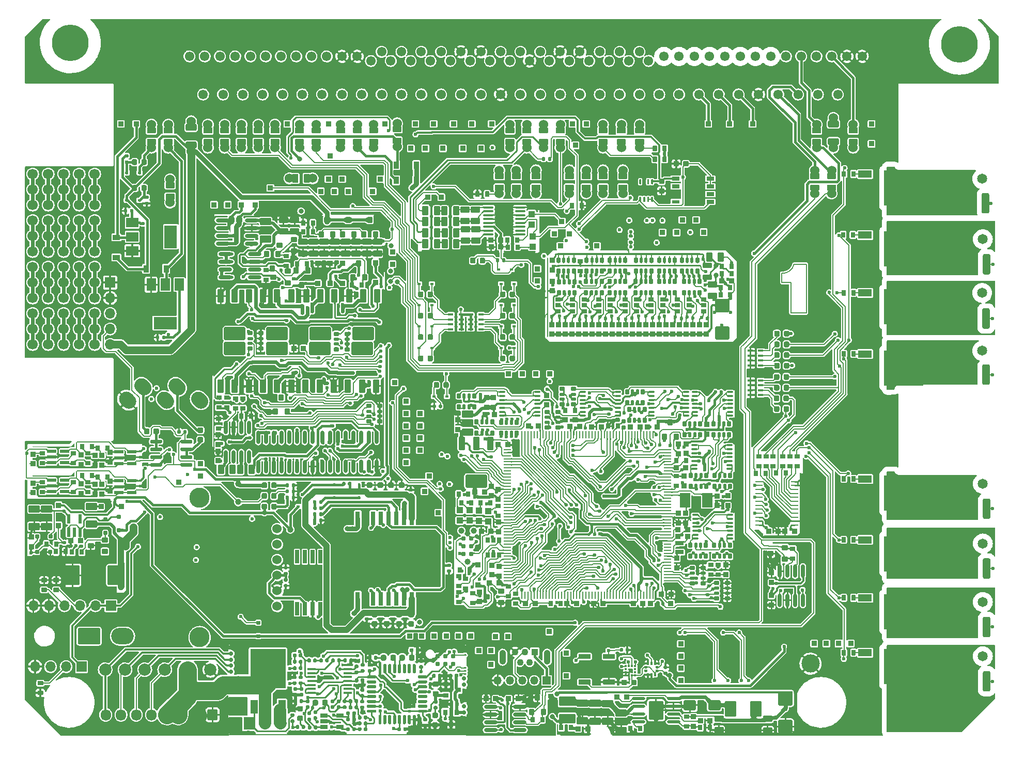
<source format=gtl>
G75*
G70*
%OFA0B0*%
%FSLAX25Y25*%
%IPPOS*%
%LPD*%
%AMOC8*
5,1,8,0,0,1.08239X$1,22.5*
%
%AMM1*
21,1,0.070870,0.036220,0.000000,0.000000,0.000000*
21,1,0.061810,0.045280,0.000000,0.000000,0.000000*
1,1,0.009060,0.030910,-0.018110*
1,1,0.009060,-0.030910,-0.018110*
1,1,0.009060,-0.030910,0.018110*
1,1,0.009060,0.030910,0.018110*
%
%AMM10*
21,1,0.033470,0.026770,0.000000,0.000000,90.000000*
21,1,0.026770,0.033470,0.000000,0.000000,90.000000*
1,1,0.006690,0.013390,0.013390*
1,1,0.006690,0.013390,-0.013390*
1,1,0.006690,-0.013390,-0.013390*
1,1,0.006690,-0.013390,0.013390*
%
%AMM11*
21,1,0.035830,0.026770,0.000000,0.000000,90.000000*
21,1,0.029130,0.033470,0.000000,0.000000,90.000000*
1,1,0.006690,0.013390,0.014570*
1,1,0.006690,0.013390,-0.014570*
1,1,0.006690,-0.013390,-0.014570*
1,1,0.006690,-0.013390,0.014570*
%
%AMM12*
21,1,0.047240,0.015750,0.000000,0.000000,135.000000*
1,1,0.015750,0.016700,-0.016700*
1,1,0.015750,-0.016700,0.016700*
%
%AMM137*
21,1,0.035430,0.030320,-0.000000,-0.000000,0.000000*
21,1,0.028350,0.037400,-0.000000,-0.000000,0.000000*
1,1,0.007090,0.014170,-0.015160*
1,1,0.007090,-0.014170,-0.015160*
1,1,0.007090,-0.014170,0.015160*
1,1,0.007090,0.014170,0.015160*
%
%AMM138*
21,1,0.033470,0.026770,-0.000000,-0.000000,180.000000*
21,1,0.026770,0.033470,-0.000000,-0.000000,180.000000*
1,1,0.006690,-0.013390,0.013390*
1,1,0.006690,0.013390,0.013390*
1,1,0.006690,0.013390,-0.013390*
1,1,0.006690,-0.013390,-0.013390*
%
%AMM139*
21,1,0.027560,0.030710,-0.000000,-0.000000,0.000000*
21,1,0.022050,0.036220,-0.000000,-0.000000,0.000000*
1,1,0.005510,0.011020,-0.015350*
1,1,0.005510,-0.011020,-0.015350*
1,1,0.005510,-0.011020,0.015350*
1,1,0.005510,0.011020,0.015350*
%
%AMM143*
21,1,0.035430,0.030320,0.000000,-0.000000,90.000000*
21,1,0.028350,0.037400,0.000000,-0.000000,90.000000*
1,1,0.007090,0.015160,0.014170*
1,1,0.007090,0.015160,-0.014170*
1,1,0.007090,-0.015160,-0.014170*
1,1,0.007090,-0.015160,0.014170*
%
%AMM144*
21,1,0.033470,0.026770,0.000000,-0.000000,270.000000*
21,1,0.026770,0.033470,0.000000,-0.000000,270.000000*
1,1,0.006690,-0.013390,-0.013390*
1,1,0.006690,-0.013390,0.013390*
1,1,0.006690,0.013390,0.013390*
1,1,0.006690,0.013390,-0.013390*
%
%AMM145*
21,1,0.027560,0.030710,0.000000,-0.000000,90.000000*
21,1,0.022050,0.036220,0.000000,-0.000000,90.000000*
1,1,0.005510,0.015350,0.011020*
1,1,0.005510,0.015350,-0.011020*
1,1,0.005510,-0.015350,-0.011020*
1,1,0.005510,-0.015350,0.011020*
%
%AMM169*
21,1,0.039370,0.049210,-0.000000,-0.000000,270.000000*
21,1,0.031500,0.057090,-0.000000,-0.000000,270.000000*
1,1,0.007870,-0.024610,-0.015750*
1,1,0.007870,-0.024610,0.015750*
1,1,0.007870,0.024610,0.015750*
1,1,0.007870,0.024610,-0.015750*
%
%AMM170*
21,1,0.106300,0.050390,-0.000000,-0.000000,180.000000*
21,1,0.093700,0.062990,-0.000000,-0.000000,180.000000*
1,1,0.012600,-0.046850,0.025200*
1,1,0.012600,0.046850,0.025200*
1,1,0.012600,0.046850,-0.025200*
1,1,0.012600,-0.046850,-0.025200*
%
%AMM171*
21,1,0.074800,0.083460,-0.000000,-0.000000,0.000000*
21,1,0.059840,0.098430,-0.000000,-0.000000,0.000000*
1,1,0.014960,0.029920,-0.041730*
1,1,0.014960,-0.029920,-0.041730*
1,1,0.014960,-0.029920,0.041730*
1,1,0.014960,0.029920,0.041730*
%
%AMM172*
21,1,0.033470,0.026770,-0.000000,-0.000000,0.000000*
21,1,0.026770,0.033470,-0.000000,-0.000000,0.000000*
1,1,0.006690,0.013390,-0.013390*
1,1,0.006690,-0.013390,-0.013390*
1,1,0.006690,-0.013390,0.013390*
1,1,0.006690,0.013390,0.013390*
%
%AMM173*
21,1,0.033470,0.026770,-0.000000,-0.000000,90.000000*
21,1,0.026770,0.033470,-0.000000,-0.000000,90.000000*
1,1,0.006690,0.013390,0.013390*
1,1,0.006690,0.013390,-0.013390*
1,1,0.006690,-0.013390,-0.013390*
1,1,0.006690,-0.013390,0.013390*
%
%AMM174*
21,1,0.122050,0.075590,-0.000000,-0.000000,90.000000*
21,1,0.103150,0.094490,-0.000000,-0.000000,90.000000*
1,1,0.018900,0.037800,0.051580*
1,1,0.018900,0.037800,-0.051580*
1,1,0.018900,-0.037800,-0.051580*
1,1,0.018900,-0.037800,0.051580*
%
%AMM175*
21,1,0.078740,0.053540,-0.000000,-0.000000,0.000000*
21,1,0.065350,0.066930,-0.000000,-0.000000,0.000000*
1,1,0.013390,0.032680,-0.026770*
1,1,0.013390,-0.032680,-0.026770*
1,1,0.013390,-0.032680,0.026770*
1,1,0.013390,0.032680,0.026770*
%
%AMM176*
21,1,0.070870,0.036220,-0.000000,-0.000000,0.000000*
21,1,0.061810,0.045280,-0.000000,-0.000000,0.000000*
1,1,0.009060,0.030910,-0.018110*
1,1,0.009060,-0.030910,-0.018110*
1,1,0.009060,-0.030910,0.018110*
1,1,0.009060,0.030910,0.018110*
%
%AMM177*
21,1,0.086610,0.073230,-0.000000,-0.000000,270.000000*
21,1,0.069290,0.090550,-0.000000,-0.000000,270.000000*
1,1,0.017320,-0.036610,-0.034650*
1,1,0.017320,-0.036610,0.034650*
1,1,0.017320,0.036610,0.034650*
1,1,0.017320,0.036610,-0.034650*
%
%AMM178*
21,1,0.027560,0.030710,-0.000000,-0.000000,270.000000*
21,1,0.022050,0.036220,-0.000000,-0.000000,270.000000*
1,1,0.005510,-0.015350,-0.011020*
1,1,0.005510,-0.015350,0.011020*
1,1,0.005510,0.015350,0.011020*
1,1,0.005510,0.015350,-0.011020*
%
%AMM193*
21,1,0.039370,0.049210,-0.000000,-0.000000,180.000000*
21,1,0.031500,0.057090,-0.000000,-0.000000,180.000000*
1,1,0.007870,-0.015750,0.024610*
1,1,0.007870,0.015750,0.024610*
1,1,0.007870,0.015750,-0.024610*
1,1,0.007870,-0.015750,-0.024610*
%
%AMM194*
21,1,0.039370,0.035430,-0.000000,-0.000000,90.000000*
21,1,0.031500,0.043310,-0.000000,-0.000000,90.000000*
1,1,0.007870,0.017720,0.015750*
1,1,0.007870,0.017720,-0.015750*
1,1,0.007870,-0.017720,-0.015750*
1,1,0.007870,-0.017720,0.015750*
%
%AMM2*
21,1,0.033470,0.026770,0.000000,0.000000,180.000000*
21,1,0.026770,0.033470,0.000000,0.000000,180.000000*
1,1,0.006690,-0.013390,0.013390*
1,1,0.006690,0.013390,0.013390*
1,1,0.006690,0.013390,-0.013390*
1,1,0.006690,-0.013390,-0.013390*
%
%AMM218*
21,1,0.035430,0.050000,-0.000000,-0.000000,90.000000*
21,1,0.028350,0.057090,-0.000000,-0.000000,90.000000*
1,1,0.007090,0.025000,0.014170*
1,1,0.007090,0.025000,-0.014170*
1,1,0.007090,-0.025000,-0.014170*
1,1,0.007090,-0.025000,0.014170*
%
%AMM219*
21,1,0.086610,0.073230,-0.000000,-0.000000,90.000000*
21,1,0.069290,0.090550,-0.000000,-0.000000,90.000000*
1,1,0.017320,0.036610,0.034650*
1,1,0.017320,0.036610,-0.034650*
1,1,0.017320,-0.036610,-0.034650*
1,1,0.017320,-0.036610,0.034650*
%
%AMM220*
21,1,0.039370,0.049210,-0.000000,-0.000000,0.000000*
21,1,0.031500,0.057090,-0.000000,-0.000000,0.000000*
1,1,0.007870,0.015750,-0.024610*
1,1,0.007870,-0.015750,-0.024610*
1,1,0.007870,-0.015750,0.024610*
1,1,0.007870,0.015750,0.024610*
%
%AMM221*
21,1,0.023620,0.030710,-0.000000,-0.000000,270.000000*
21,1,0.018900,0.035430,-0.000000,-0.000000,270.000000*
1,1,0.004720,-0.015350,-0.009450*
1,1,0.004720,-0.015350,0.009450*
1,1,0.004720,0.015350,0.009450*
1,1,0.004720,0.015350,-0.009450*
%
%AMM222*
21,1,0.025590,0.026380,-0.000000,-0.000000,180.000000*
21,1,0.020470,0.031500,-0.000000,-0.000000,180.000000*
1,1,0.005120,-0.010240,0.013190*
1,1,0.005120,0.010240,0.013190*
1,1,0.005120,0.010240,-0.013190*
1,1,0.005120,-0.010240,-0.013190*
%
%AMM223*
21,1,0.017720,0.027950,-0.000000,-0.000000,180.000000*
21,1,0.014170,0.031500,-0.000000,-0.000000,180.000000*
1,1,0.003540,-0.007090,0.013980*
1,1,0.003540,0.007090,0.013980*
1,1,0.003540,0.007090,-0.013980*
1,1,0.003540,-0.007090,-0.013980*
%
%AMM224*
21,1,0.027560,0.030710,-0.000000,-0.000000,180.000000*
21,1,0.022050,0.036220,-0.000000,-0.000000,180.000000*
1,1,0.005510,-0.011020,0.015350*
1,1,0.005510,0.011020,0.015350*
1,1,0.005510,0.011020,-0.015350*
1,1,0.005510,-0.011020,-0.015350*
%
%AMM225*
21,1,0.007870,0.503940,-0.000000,-0.000000,0.000000*
21,1,0.000000,0.511810,-0.000000,-0.000000,0.000000*
1,1,0.007870,-0.000000,-0.251970*
1,1,0.007870,-0.000000,-0.251970*
1,1,0.007870,-0.000000,0.251970*
1,1,0.007870,-0.000000,0.251970*
%
%AMM226*
21,1,0.009840,0.919290,-0.000000,-0.000000,90.000000*
21,1,0.000000,0.929130,-0.000000,-0.000000,90.000000*
1,1,0.009840,0.459650,-0.000000*
1,1,0.009840,0.459650,-0.000000*
1,1,0.009840,-0.459650,-0.000000*
1,1,0.009840,-0.459650,-0.000000*
%
%AMM227*
21,1,0.007870,0.041340,-0.000000,-0.000000,180.000000*
21,1,0.000000,0.049210,-0.000000,-0.000000,180.000000*
1,1,0.007870,-0.000000,0.020670*
1,1,0.007870,-0.000000,0.020670*
1,1,0.007870,-0.000000,-0.020670*
1,1,0.007870,-0.000000,-0.020670*
%
%AMM26*
21,1,0.027560,0.030710,0.000000,0.000000,180.000000*
21,1,0.022050,0.036220,0.000000,0.000000,180.000000*
1,1,0.005510,-0.011020,0.015350*
1,1,0.005510,0.011020,0.015350*
1,1,0.005510,0.011020,-0.015350*
1,1,0.005510,-0.011020,-0.015350*
%
%AMM261*
21,1,0.035430,0.030320,-0.000000,-0.000000,90.000000*
21,1,0.028350,0.037400,-0.000000,-0.000000,90.000000*
1,1,0.007090,0.015160,0.014170*
1,1,0.007090,0.015160,-0.014170*
1,1,0.007090,-0.015160,-0.014170*
1,1,0.007090,-0.015160,0.014170*
%
%AMM262*
21,1,0.035430,0.030320,-0.000000,-0.000000,180.000000*
21,1,0.028350,0.037400,-0.000000,-0.000000,180.000000*
1,1,0.007090,-0.014170,0.015160*
1,1,0.007090,0.014170,0.015160*
1,1,0.007090,0.014170,-0.015160*
1,1,0.007090,-0.014170,-0.015160*
%
%AMM263*
21,1,0.070870,0.036220,-0.000000,-0.000000,180.000000*
21,1,0.061810,0.045280,-0.000000,-0.000000,180.000000*
1,1,0.009060,-0.030910,0.018110*
1,1,0.009060,0.030910,0.018110*
1,1,0.009060,0.030910,-0.018110*
1,1,0.009060,-0.030910,-0.018110*
%
%AMM264*
21,1,0.043310,0.075980,-0.000000,-0.000000,0.000000*
21,1,0.034650,0.084650,-0.000000,-0.000000,0.000000*
1,1,0.008660,0.017320,-0.037990*
1,1,0.008660,-0.017320,-0.037990*
1,1,0.008660,-0.017320,0.037990*
1,1,0.008660,0.017320,0.037990*
%
%AMM265*
21,1,0.043310,0.075990,-0.000000,-0.000000,0.000000*
21,1,0.034650,0.084650,-0.000000,-0.000000,0.000000*
1,1,0.008660,0.017320,-0.037990*
1,1,0.008660,-0.017320,-0.037990*
1,1,0.008660,-0.017320,0.037990*
1,1,0.008660,0.017320,0.037990*
%
%AMM266*
21,1,0.137800,0.067720,-0.000000,-0.000000,0.000000*
21,1,0.120870,0.084650,-0.000000,-0.000000,0.000000*
1,1,0.016930,0.060430,-0.033860*
1,1,0.016930,-0.060430,-0.033860*
1,1,0.016930,-0.060430,0.033860*
1,1,0.016930,0.060430,0.033860*
%
%AMM267*
21,1,0.025590,0.026380,-0.000000,-0.000000,270.000000*
21,1,0.020470,0.031500,-0.000000,-0.000000,270.000000*
1,1,0.005120,-0.013190,-0.010240*
1,1,0.005120,-0.013190,0.010240*
1,1,0.005120,0.013190,0.010240*
1,1,0.005120,0.013190,-0.010240*
%
%AMM268*
21,1,0.017720,0.027950,-0.000000,-0.000000,270.000000*
21,1,0.014170,0.031500,-0.000000,-0.000000,270.000000*
1,1,0.003540,-0.013980,-0.007090*
1,1,0.003540,-0.013980,0.007090*
1,1,0.003540,0.013980,0.007090*
1,1,0.003540,0.013980,-0.007090*
%
%AMM269*
21,1,0.035830,0.026770,-0.000000,-0.000000,270.000000*
21,1,0.029130,0.033470,-0.000000,-0.000000,270.000000*
1,1,0.006690,-0.013390,-0.014570*
1,1,0.006690,-0.013390,0.014570*
1,1,0.006690,0.013390,0.014570*
1,1,0.006690,0.013390,-0.014570*
%
%AMM270*
21,1,0.003940,0.007870,-0.000000,-0.000000,315.000000*
1,1,0.007870,-0.001390,0.001390*
1,1,0.007870,0.001390,-0.001390*
%
%AMM271*
21,1,0.087800,0.007870,-0.000000,-0.000000,225.000000*
1,1,0.007870,0.031040,0.031040*
1,1,0.007870,-0.031040,-0.031040*
%
%AMM272*
21,1,0.031500,0.007870,-0.000000,-0.000000,135.000000*
1,1,0.007870,0.011140,-0.011140*
1,1,0.007870,-0.011140,0.011140*
%
%AMM286*
21,1,0.027560,0.030710,-0.000000,-0.000000,90.000000*
21,1,0.022050,0.036220,-0.000000,-0.000000,90.000000*
1,1,0.005510,0.015350,0.011020*
1,1,0.005510,0.015350,-0.011020*
1,1,0.005510,-0.015350,-0.011020*
1,1,0.005510,-0.015350,0.011020*
%
%AMM287*
21,1,0.015750,0.009840,-0.000000,-0.000000,225.000000*
1,1,0.009840,0.005570,0.005570*
1,1,0.009840,-0.005570,-0.005570*
%
%AMM3*
21,1,0.035430,0.030320,0.000000,0.000000,90.000000*
21,1,0.028350,0.037400,0.000000,0.000000,90.000000*
1,1,0.007090,0.015160,0.014170*
1,1,0.007090,0.015160,-0.014170*
1,1,0.007090,-0.015160,-0.014170*
1,1,0.007090,-0.015160,0.014170*
%
%AMM324*
21,1,0.033470,0.026770,-0.000000,-0.000000,270.000000*
21,1,0.026770,0.033470,-0.000000,-0.000000,270.000000*
1,1,0.006690,-0.013390,-0.013390*
1,1,0.006690,-0.013390,0.013390*
1,1,0.006690,0.013390,0.013390*
1,1,0.006690,0.013390,-0.013390*
%
%AMM325*
21,1,0.137800,0.067720,-0.000000,-0.000000,180.000000*
21,1,0.120870,0.084650,-0.000000,-0.000000,180.000000*
1,1,0.016930,-0.060430,0.033860*
1,1,0.016930,0.060430,0.033860*
1,1,0.016930,0.060430,-0.033860*
1,1,0.016930,-0.060430,-0.033860*
%
%AMM326*
21,1,0.043310,0.075980,-0.000000,-0.000000,180.000000*
21,1,0.034650,0.084650,-0.000000,-0.000000,180.000000*
1,1,0.008660,-0.017320,0.037990*
1,1,0.008660,0.017320,0.037990*
1,1,0.008660,0.017320,-0.037990*
1,1,0.008660,-0.017320,-0.037990*
%
%AMM327*
21,1,0.043310,0.075990,-0.000000,-0.000000,180.000000*
21,1,0.034650,0.084650,-0.000000,-0.000000,180.000000*
1,1,0.008660,-0.017320,0.037990*
1,1,0.008660,0.017320,0.037990*
1,1,0.008660,0.017320,-0.037990*
1,1,0.008660,-0.017320,-0.037990*
%
%AMM328*
21,1,0.023620,0.030710,-0.000000,-0.000000,0.000000*
21,1,0.018900,0.035430,-0.000000,-0.000000,0.000000*
1,1,0.004720,0.009450,-0.015350*
1,1,0.004720,-0.009450,-0.015350*
1,1,0.004720,-0.009450,0.015350*
1,1,0.004720,0.009450,0.015350*
%
%AMM329*
21,1,0.035830,0.026770,-0.000000,-0.000000,90.000000*
21,1,0.029130,0.033470,-0.000000,-0.000000,90.000000*
1,1,0.006690,0.013390,0.014570*
1,1,0.006690,0.013390,-0.014570*
1,1,0.006690,-0.013390,-0.014570*
1,1,0.006690,-0.013390,0.014570*
%
%AMM33*
21,1,0.033470,0.026770,0.000000,0.000000,270.000000*
21,1,0.026770,0.033470,0.000000,0.000000,270.000000*
1,1,0.006690,-0.013390,-0.013390*
1,1,0.006690,-0.013390,0.013390*
1,1,0.006690,0.013390,0.013390*
1,1,0.006690,0.013390,-0.013390*
%
%AMM330*
21,1,0.025590,0.026380,-0.000000,-0.000000,90.000000*
21,1,0.020470,0.031500,-0.000000,-0.000000,90.000000*
1,1,0.005120,0.013190,0.010240*
1,1,0.005120,0.013190,-0.010240*
1,1,0.005120,-0.013190,-0.010240*
1,1,0.005120,-0.013190,0.010240*
%
%AMM331*
21,1,0.017720,0.027950,-0.000000,-0.000000,90.000000*
21,1,0.014170,0.031500,-0.000000,-0.000000,90.000000*
1,1,0.003540,0.013980,0.007090*
1,1,0.003540,0.013980,-0.007090*
1,1,0.003540,-0.013980,-0.007090*
1,1,0.003540,-0.013980,0.007090*
%
%AMM332*
21,1,0.027560,0.049610,-0.000000,-0.000000,90.000000*
21,1,0.022050,0.055120,-0.000000,-0.000000,90.000000*
1,1,0.005510,0.024800,0.011020*
1,1,0.005510,0.024800,-0.011020*
1,1,0.005510,-0.024800,-0.011020*
1,1,0.005510,-0.024800,0.011020*
%
%AMM333*
21,1,0.027560,0.018900,-0.000000,-0.000000,0.000000*
21,1,0.022840,0.023620,-0.000000,-0.000000,0.000000*
1,1,0.004720,0.011420,-0.009450*
1,1,0.004720,-0.011420,-0.009450*
1,1,0.004720,-0.011420,0.009450*
1,1,0.004720,0.011420,0.009450*
%
%AMM334*
21,1,0.035830,0.026770,-0.000000,-0.000000,0.000000*
21,1,0.029130,0.033470,-0.000000,-0.000000,0.000000*
1,1,0.006690,0.014570,-0.013390*
1,1,0.006690,-0.014570,-0.013390*
1,1,0.006690,-0.014570,0.013390*
1,1,0.006690,0.014570,0.013390*
%
%AMM335*
21,1,0.009840,0.017720,-0.000000,-0.000000,0.000000*
21,1,0.000000,0.027560,-0.000000,-0.000000,0.000000*
1,1,0.009840,-0.000000,-0.008860*
1,1,0.009840,-0.000000,-0.008860*
1,1,0.009840,-0.000000,0.008860*
1,1,0.009840,-0.000000,0.008860*
%
%AMM336*
21,1,0.007870,1.416930,-0.000000,-0.000000,0.000000*
21,1,0.000000,1.424800,-0.000000,-0.000000,0.000000*
1,1,0.007870,-0.000000,-0.708470*
1,1,0.007870,-0.000000,-0.708470*
1,1,0.007870,-0.000000,0.708470*
1,1,0.007870,-0.000000,0.708470*
%
%AMM337*
21,1,0.007870,1.787400,-0.000000,-0.000000,90.000000*
21,1,0.000000,1.795280,-0.000000,-0.000000,90.000000*
1,1,0.007870,0.893700,-0.000000*
1,1,0.007870,0.893700,-0.000000*
1,1,0.007870,-0.893700,-0.000000*
1,1,0.007870,-0.893700,-0.000000*
%
%AMM338*
21,1,0.007870,1.405510,-0.000000,-0.000000,0.000000*
21,1,0.000000,1.413390,-0.000000,-0.000000,0.000000*
1,1,0.007870,-0.000000,-0.702760*
1,1,0.007870,-0.000000,-0.702760*
1,1,0.007870,-0.000000,0.702760*
1,1,0.007870,-0.000000,0.702760*
%
%AMM339*
21,1,0.007870,1.704720,-0.000000,-0.000000,90.000000*
21,1,0.000000,1.712600,-0.000000,-0.000000,90.000000*
1,1,0.007870,0.852360,-0.000000*
1,1,0.007870,0.852360,-0.000000*
1,1,0.007870,-0.852360,-0.000000*
1,1,0.007870,-0.852360,-0.000000*
%
%AMM340*
21,1,0.007870,0.023620,-0.000000,-0.000000,135.000000*
21,1,0.000000,0.031500,-0.000000,-0.000000,135.000000*
1,1,0.007870,0.008350,0.008350*
1,1,0.007870,0.008350,0.008350*
1,1,0.007870,-0.008350,-0.008350*
1,1,0.007870,-0.008350,-0.008350*
%
%AMM341*
21,1,0.007870,0.055120,-0.000000,-0.000000,90.000000*
21,1,0.000000,0.062990,-0.000000,-0.000000,90.000000*
1,1,0.007870,0.027560,-0.000000*
1,1,0.007870,0.027560,-0.000000*
1,1,0.007870,-0.027560,-0.000000*
1,1,0.007870,-0.027560,-0.000000*
%
%AMM342*
21,1,0.007870,0.039370,-0.000000,-0.000000,225.000000*
21,1,0.000000,0.047240,-0.000000,-0.000000,225.000000*
1,1,0.007870,-0.013920,0.013920*
1,1,0.007870,-0.013920,0.013920*
1,1,0.007870,0.013920,-0.013920*
1,1,0.007870,0.013920,-0.013920*
%
%AMM343*
21,1,0.007870,0.013780,-0.000000,-0.000000,225.000000*
21,1,0.000000,0.021650,-0.000000,-0.000000,225.000000*
1,1,0.007870,-0.004870,0.004870*
1,1,0.007870,-0.004870,0.004870*
1,1,0.007870,0.004870,-0.004870*
1,1,0.007870,0.004870,-0.004870*
%
%AMM344*
21,1,0.007870,0.014960,-0.000000,-0.000000,315.000000*
21,1,0.000000,0.022840,-0.000000,-0.000000,315.000000*
1,1,0.007870,-0.005290,-0.005290*
1,1,0.007870,-0.005290,-0.005290*
1,1,0.007870,0.005290,0.005290*
1,1,0.007870,0.005290,0.005290*
%
%AMM345*
21,1,0.007870,0.029130,-0.000000,-0.000000,45.000000*
21,1,0.000000,0.037010,-0.000000,-0.000000,45.000000*
1,1,0.007870,0.010300,-0.010300*
1,1,0.007870,0.010300,-0.010300*
1,1,0.007870,-0.010300,0.010300*
1,1,0.007870,-0.010300,0.010300*
%
%AMM4*
21,1,0.021650,0.052760,0.000000,0.000000,0.000000*
21,1,0.017320,0.057090,0.000000,0.000000,0.000000*
1,1,0.004330,0.008660,-0.026380*
1,1,0.004330,-0.008660,-0.026380*
1,1,0.004330,-0.008660,0.026380*
1,1,0.004330,0.008660,0.026380*
%
%AMM5*
21,1,0.094490,0.111020,0.000000,0.000000,180.000000*
21,1,0.075590,0.129920,0.000000,0.000000,180.000000*
1,1,0.018900,-0.037800,0.055510*
1,1,0.018900,0.037800,0.055510*
1,1,0.018900,0.037800,-0.055510*
1,1,0.018900,-0.037800,-0.055510*
%
%AMM6*
21,1,0.023620,0.018900,0.000000,0.000000,270.000000*
21,1,0.018900,0.023620,0.000000,0.000000,270.000000*
1,1,0.004720,-0.009450,-0.009450*
1,1,0.004720,-0.009450,0.009450*
1,1,0.004720,0.009450,0.009450*
1,1,0.004720,0.009450,-0.009450*
%
%AMM7*
21,1,0.035830,0.026770,0.000000,0.000000,0.000000*
21,1,0.029130,0.033470,0.000000,0.000000,0.000000*
1,1,0.006690,0.014570,-0.013390*
1,1,0.006690,-0.014570,-0.013390*
1,1,0.006690,-0.014570,0.013390*
1,1,0.006690,0.014570,0.013390*
%
%AMM71*
21,1,0.021650,0.052760,0.000000,0.000000,270.000000*
21,1,0.017320,0.057090,0.000000,0.000000,270.000000*
1,1,0.004330,-0.026380,-0.008660*
1,1,0.004330,-0.026380,0.008660*
1,1,0.004330,0.026380,0.008660*
1,1,0.004330,0.026380,-0.008660*
%
%AMM72*
21,1,0.027560,0.030710,0.000000,0.000000,270.000000*
21,1,0.022050,0.036220,0.000000,0.000000,270.000000*
1,1,0.005510,-0.015350,-0.011020*
1,1,0.005510,-0.015350,0.011020*
1,1,0.005510,0.015350,0.011020*
1,1,0.005510,0.015350,-0.011020*
%
%AMM8*
21,1,0.023620,0.018900,0.000000,0.000000,180.000000*
21,1,0.018900,0.023620,0.000000,0.000000,180.000000*
1,1,0.004720,-0.009450,0.009450*
1,1,0.004720,0.009450,0.009450*
1,1,0.004720,0.009450,-0.009450*
1,1,0.004720,-0.009450,-0.009450*
%
%AMM9*
21,1,0.027560,0.030710,0.000000,0.000000,0.000000*
21,1,0.022050,0.036220,0.000000,0.000000,0.000000*
1,1,0.005510,0.011020,-0.015350*
1,1,0.005510,-0.011020,-0.015350*
1,1,0.005510,-0.011020,0.015350*
1,1,0.005510,0.011020,0.015350*
%
%ADD10C,0.00787*%
%ADD100R,0.07874X0.05906*%
%ADD101R,0.01772X0.02362*%
%ADD102R,0.04724X0.03543*%
%ADD103C,0.03150*%
%ADD104C,0.03200*%
%ADD105C,0.01181*%
%ADD106C,0.00984*%
%ADD107C,0.01575*%
%ADD11R,0.09449X0.06299*%
%ADD119C,0.00800*%
%ADD12R,0.05217X0.05906*%
%ADD13R,0.05157X0.02559*%
%ADD14R,0.05157X0.02362*%
%ADD140M1*%
%ADD141M2*%
%ADD142M3*%
%ADD143M4*%
%ADD144M5*%
%ADD145M6*%
%ADD146M7*%
%ADD147M8*%
%ADD148M9*%
%ADD149M10*%
%ADD15O,0.00984X0.40157*%
%ADD150M11*%
%ADD151O,0.03937X0.34429*%
%ADD152O,0.00787X0.36221*%
%ADD153O,0.03937X0.01968*%
%ADD154O,0.00787X0.01968*%
%ADD155M12*%
%ADD156C,0.01968*%
%ADD16O,0.22835X0.00984*%
%ADD17O,0.00787X0.01575*%
%ADD172O,0.08661X0.02362*%
%ADD174M26*%
%ADD175O,0.01968X0.00984*%
%ADD176O,0.00984X0.01968*%
%ADD18C,0.02362*%
%ADD183R,0.04724X0.08661*%
%ADD184R,0.22835X0.25197*%
%ADD185R,0.03543X0.03150*%
%ADD186R,0.05709X0.01772*%
%ADD187R,0.04803X0.02559*%
%ADD188R,0.03150X0.03543*%
%ADD189C,0.03100*%
%ADD19O,1.01181X0.00787*%
%ADD190R,0.07500X0.07874*%
%ADD191O,0.07500X0.07874*%
%ADD192C,0.01969*%
%ADD193C,0.03900*%
%ADD199M33*%
%ADD20O,0.00787X0.16732*%
%ADD200O,0.08661X0.01968*%
%ADD206O,0.01968X0.03937*%
%ADD207O,0.01968X0.11811*%
%ADD208O,0.01575X0.28347*%
%ADD21O,0.00787X1.01772*%
%ADD22O,0.00787X0.14173*%
%ADD220O,0.07087X0.01378*%
%ADD23O,0.44587X0.00787*%
%ADD24O,0.00787X0.16339*%
%ADD247M71*%
%ADD248M72*%
%ADD25O,0.06693X0.00787*%
%ADD258O,0.02362X0.08661*%
%ADD26O,0.00787X0.56693*%
%ADD27O,0.00787X0.34744*%
%ADD278O,0.04961X0.00984*%
%ADD28O,0.03937X0.05906*%
%ADD280O,0.00984X0.40158*%
%ADD286O,0.04331X0.01181*%
%ADD287O,0.05118X0.00866*%
%ADD288O,0.00866X0.05118*%
%ADD289R,0.06693X0.09449*%
%ADD29O,0.03150X0.02362*%
%ADD30C,0.06000*%
%ADD308R,0.01968X0.01968*%
%ADD31C,0.06102*%
%ADD32C,0.23622*%
%ADD33R,0.08661X0.04724*%
%ADD34R,0.25197X0.22835*%
%ADD342M137*%
%ADD343M138*%
%ADD344M139*%
%ADD348M143*%
%ADD349M144*%
%ADD35R,0.06693X0.06693*%
%ADD350M145*%
%ADD36O,0.06693X0.06693*%
%ADD37R,0.02520X0.08504*%
%ADD38C,0.06496*%
%ADD39R,0.02362X0.01772*%
%ADD395M169*%
%ADD396M170*%
%ADD397M171*%
%ADD398M172*%
%ADD399M173*%
%ADD40R,0.03346X0.03346*%
%ADD400M174*%
%ADD401M175*%
%ADD402M176*%
%ADD403M177*%
%ADD404M178*%
%ADD41R,0.03543X0.04724*%
%ADD42O,0.05315X0.05315*%
%ADD425M193*%
%ADD426M194*%
%ADD43R,0.05315X0.05315*%
%ADD44C,0.11811*%
%ADD45C,0.06693*%
%ADD450M218*%
%ADD451M219*%
%ADD452M220*%
%ADD453M221*%
%ADD454M222*%
%ADD455M223*%
%ADD456M224*%
%ADD457M225*%
%ADD458M226*%
%ADD459M227*%
%ADD46R,0.03543X0.01575*%
%ADD47C,0.07874*%
%ADD48C,0.03937*%
%ADD49R,0.03150X0.08661*%
%ADD50R,0.08000X0.20000*%
%ADD508M261*%
%ADD509M262*%
%ADD51C,0.05118*%
%ADD510M263*%
%ADD511M264*%
%ADD512M265*%
%ADD513M266*%
%ADD514M267*%
%ADD515M268*%
%ADD516M269*%
%ADD517M270*%
%ADD518M271*%
%ADD519M272*%
%ADD52R,0.45000X0.30000*%
%ADD53O,0.38583X0.01575*%
%ADD537M286*%
%ADD538M287*%
%ADD54O,0.43701X0.00787*%
%ADD55O,0.01969X0.00984*%
%ADD56O,0.00787X0.26772*%
%ADD57O,0.00787X0.22323*%
%ADD579M324*%
%ADD58O,0.00984X0.01969*%
%ADD580M325*%
%ADD581M326*%
%ADD582M327*%
%ADD583M328*%
%ADD584M329*%
%ADD585M330*%
%ADD586M331*%
%ADD587M332*%
%ADD588M333*%
%ADD589M334*%
%ADD59R,0.01476X0.01378*%
%ADD590M335*%
%ADD591M336*%
%ADD592M337*%
%ADD593M338*%
%ADD594M339*%
%ADD595M340*%
%ADD596M341*%
%ADD597M342*%
%ADD598M343*%
%ADD599M344*%
%ADD60R,0.01378X0.01476*%
%ADD600M345*%
%ADD61O,0.00787X0.03937*%
%ADD62O,0.20472X0.00787*%
%ADD63O,0.69291X0.00787*%
%ADD64O,0.50394X0.00787*%
%ADD65O,0.14567X0.10630*%
%ADD66C,0.02756*%
%ADD67R,1.54528X0.00984*%
%ADD68R,0.00984X0.12205*%
%ADD69R,0.00984X0.03740*%
%ADD70R,0.00984X0.11614*%
%ADD71R,0.00984X0.05709*%
%ADD72R,0.00984X0.08858*%
%ADD73R,0.00984X0.11811*%
%ADD74O,0.03937X0.01969*%
%ADD75O,0.19685X0.01575*%
%ADD76O,0.00787X0.12205*%
%ADD77O,0.01575X0.28346*%
%ADD78O,1.18110X0.01575*%
%ADD79O,0.01969X0.11811*%
%ADD80O,1.39370X0.01575*%
%ADD81O,0.06693X0.07283*%
%ADD82O,0.04331X0.09449*%
%ADD83C,0.04331*%
%ADD84R,0.04331X0.04331*%
%ADD85C,0.13000*%
%ADD86O,0.03937X0.34428*%
%ADD87O,0.00787X0.36220*%
%ADD88O,0.35433X0.01575*%
%ADD89O,0.54331X0.00787*%
%ADD90O,0.00787X0.01969*%
%ADD91O,0.01575X0.21260*%
%ADD92O,0.25591X0.00787*%
%ADD93R,0.14961X0.07874*%
%ADD94R,0.05906X0.07874*%
%ADD95O,0.26772X0.00787*%
%ADD96O,0.00787X0.43701*%
%ADD97O,0.01575X0.38583*%
%ADD98O,0.22323X0.00787*%
%ADD99R,0.07874X0.14961*%
X0000000Y0000000D02*
%LPD*%
G01*
D10*
X0489101Y0293427D02*
X0495006Y0293427D01*
X0495006Y0273742D02*
X0504849Y0273742D01*
X0495006Y0293427D02*
X0495006Y0273742D01*
X0504849Y0305238D02*
X0496975Y0305238D01*
X0504849Y0273742D02*
X0504849Y0305238D01*
X0489101Y0293427D02*
X0489101Y0299333D01*
X0489101Y0299333D02*
G75*
G03*
X0496975Y0305238I0000309J0007791D01*
G01*
D11*
X0401575Y0352756D03*
G36*
G01*
X0405118Y0348720D02*
X0405709Y0348720D01*
G75*
G02*
X0406004Y0348425I0000000J-000295D01*
G01*
X0406004Y0345669D01*
G75*
G02*
X0405709Y0345374I-000295J0000000D01*
G01*
X0405118Y0345374D01*
G75*
G02*
X0404823Y0345669I0000000J0000295D01*
G01*
X0404823Y0348425D01*
G75*
G02*
X0405118Y0348720I0000295J0000000D01*
G01*
G37*
G36*
G01*
X0402559Y0348720D02*
X0403150Y0348720D01*
G75*
G02*
X0403445Y0348425I0000000J-000295D01*
G01*
X0403445Y0345669D01*
G75*
G02*
X0403150Y0345374I-000295J0000000D01*
G01*
X0402559Y0345374D01*
G75*
G02*
X0402264Y0345669I0000000J0000295D01*
G01*
X0402264Y0348425D01*
G75*
G02*
X0402559Y0348720I0000295J0000000D01*
G01*
G37*
G36*
G01*
X0400000Y0348720D02*
X0400591Y0348720D01*
G75*
G02*
X0400886Y0348425I0000000J-000295D01*
G01*
X0400886Y0345669D01*
G75*
G02*
X0400591Y0345374I-000295J0000000D01*
G01*
X0400000Y0345374D01*
G75*
G02*
X0399705Y0345669I0000000J0000295D01*
G01*
X0399705Y0348425D01*
G75*
G02*
X0400000Y0348720I0000295J0000000D01*
G01*
G37*
G36*
G01*
X0397441Y0348720D02*
X0398032Y0348720D01*
G75*
G02*
X0398327Y0348425I0000000J-000295D01*
G01*
X0398327Y0345669D01*
G75*
G02*
X0398032Y0345374I-000295J0000000D01*
G01*
X0397441Y0345374D01*
G75*
G02*
X0397146Y0345669I0000000J0000295D01*
G01*
X0397146Y0348425D01*
G75*
G02*
X0397441Y0348720I0000295J0000000D01*
G01*
G37*
G36*
G01*
X0397441Y0360138D02*
X0398032Y0360138D01*
G75*
G02*
X0398327Y0359842I0000000J-000295D01*
G01*
X0398327Y0357086D01*
G75*
G02*
X0398032Y0356791I-000295J0000000D01*
G01*
X0397441Y0356791D01*
G75*
G02*
X0397146Y0357086I0000000J0000295D01*
G01*
X0397146Y0359842D01*
G75*
G02*
X0397441Y0360138I0000295J0000000D01*
G01*
G37*
G36*
G01*
X0400000Y0360138D02*
X0400591Y0360138D01*
G75*
G02*
X0400886Y0359842I0000000J-000295D01*
G01*
X0400886Y0357086D01*
G75*
G02*
X0400591Y0356791I-000295J0000000D01*
G01*
X0400000Y0356791D01*
G75*
G02*
X0399705Y0357086I0000000J0000295D01*
G01*
X0399705Y0359842D01*
G75*
G02*
X0400000Y0360138I0000295J0000000D01*
G01*
G37*
G36*
G01*
X0402559Y0360138D02*
X0403150Y0360138D01*
G75*
G02*
X0403445Y0359842I0000000J-000295D01*
G01*
X0403445Y0357086D01*
G75*
G02*
X0403150Y0356791I-000295J0000000D01*
G01*
X0402559Y0356791D01*
G75*
G02*
X0402264Y0357086I0000000J0000295D01*
G01*
X0402264Y0359842D01*
G75*
G02*
X0402559Y0360138I0000295J0000000D01*
G01*
G37*
G36*
G01*
X0405118Y0360138D02*
X0405709Y0360138D01*
G75*
G02*
X0406004Y0359842I0000000J-000295D01*
G01*
X0406004Y0357086D01*
G75*
G02*
X0405709Y0356791I-000295J0000000D01*
G01*
X0405118Y0356791D01*
G75*
G02*
X0404823Y0357086I0000000J0000295D01*
G01*
X0404823Y0359842D01*
G75*
G02*
X0405118Y0360138I0000295J0000000D01*
G01*
G37*
D12*
X0434351Y0355905D03*
X0434351Y0350000D03*
X0429134Y0350000D03*
X0429134Y0355905D03*
D13*
X0442943Y0360453D03*
X0442943Y0355453D03*
X0442943Y0350453D03*
X0442943Y0345453D03*
D14*
X0420542Y0345453D03*
D13*
X0420542Y0350453D03*
X0420542Y0355453D03*
X0420542Y0360453D03*
G36*
G01*
X0458666Y0083487D02*
X0458666Y0225180D01*
G75*
G02*
X0459060Y0225573I0000394J0000000D01*
G01*
X0459060Y0225573D01*
G75*
G02*
X0459454Y0225180I0000000J-000394D01*
G01*
X0459454Y0083487D01*
G75*
G02*
X0459060Y0083093I-000394J0000000D01*
G01*
X0459060Y0083093D01*
G75*
G02*
X0458666Y0083487I0000000J0000394D01*
G01*
G37*
G36*
G01*
X0277003Y0226463D02*
X0278061Y0227521D01*
G75*
G02*
X0278617Y0227521I0000278J-000278D01*
G01*
X0278617Y0227521D01*
G75*
G02*
X0278617Y0226964I-000278J-000278D01*
G01*
X0277560Y0225906D01*
G75*
G02*
X0277003Y0225906I-000278J0000278D01*
G01*
X0277003Y0225906D01*
G75*
G02*
X0277003Y0226463I0000278J0000278D01*
G01*
G37*
G36*
G01*
X0316324Y0225385D02*
X0316324Y0227156D01*
G75*
G02*
X0316816Y0227649I0000492J0000000D01*
G01*
X0316816Y0227649D01*
G75*
G02*
X0317308Y0227156I0000000J-000492D01*
G01*
X0317308Y0225385D01*
G75*
G02*
X0316816Y0224893I-000492J0000000D01*
G01*
X0316816Y0224893D01*
G75*
G02*
X0316324Y0225385I0000000J0000492D01*
G01*
G37*
G36*
G01*
X0277552Y0085894D02*
X0278526Y0084920D01*
G75*
G02*
X0278526Y0084363I-000278J-000278D01*
G01*
X0278526Y0084363D01*
G75*
G02*
X0277970Y0084363I-000278J0000278D01*
G01*
X0276995Y0085338D01*
G75*
G02*
X0276995Y0085894I0000278J0000278D01*
G01*
X0276995Y0085894D01*
G75*
G02*
X0277552Y0085894I0000278J-000278D01*
G01*
G37*
G36*
G01*
X0456993Y0226861D02*
X0278253Y0226861D01*
G75*
G02*
X0277859Y0227255I0000000J0000394D01*
G01*
X0277859Y0227255D01*
G75*
G02*
X0278253Y0227649I0000394J0000000D01*
G01*
X0456993Y0227649D01*
G75*
G02*
X0457387Y0227255I0000000J-000394D01*
G01*
X0457387Y0227255D01*
G75*
G02*
X0456993Y0226861I-000394J0000000D01*
G01*
G37*
G36*
G01*
X0284275Y0084880D02*
X0287059Y0082096D01*
G75*
G02*
X0287059Y0081539I-000278J-000278D01*
G01*
X0287059Y0081539D01*
G75*
G02*
X0286502Y0081539I-000278J0000278D01*
G01*
X0283718Y0084323D01*
G75*
G02*
X0283718Y0084880I0000278J0000278D01*
G01*
X0283718Y0084880D01*
G75*
G02*
X0284275Y0084880I0000278J-000278D01*
G01*
G37*
G36*
G01*
X0283863Y0084243D02*
X0278351Y0084243D01*
G75*
G02*
X0277958Y0084637I0000000J0000394D01*
G01*
X0277958Y0084637D01*
G75*
G02*
X0278351Y0085030I0000394J0000000D01*
G01*
X0283863Y0085030D01*
G75*
G02*
X0284257Y0084637I0000000J-000394D01*
G01*
X0284257Y0084637D01*
G75*
G02*
X0283863Y0084243I-000394J0000000D01*
G01*
G37*
G36*
G01*
X0458778Y0224913D02*
X0456718Y0226973D01*
G75*
G02*
X0456718Y0227530I0000278J0000278D01*
G01*
X0456718Y0227530D01*
G75*
G02*
X0457275Y0227530I0000278J-000278D01*
G01*
X0459335Y0225470D01*
G75*
G02*
X0459335Y0224913I-000278J-000278D01*
G01*
X0459335Y0224913D01*
G75*
G02*
X0458778Y0224913I-000278J0000278D01*
G01*
G37*
G36*
G01*
X0276875Y0085621D02*
X0276875Y0226172D01*
G75*
G02*
X0277269Y0226566I0000394J0000000D01*
G01*
X0277269Y0226566D01*
G75*
G02*
X0277662Y0226172I0000000J-000394D01*
G01*
X0277662Y0085621D01*
G75*
G02*
X0277269Y0085227I-000394J0000000D01*
G01*
X0277269Y0085227D01*
G75*
G02*
X0276875Y0085621I0000000J0000394D01*
G01*
G37*
G36*
G01*
X0457326Y0081389D02*
X0286854Y0081389D01*
G75*
G02*
X0286460Y0081782I0000000J0000394D01*
G01*
X0286460Y0081782D01*
G75*
G02*
X0286854Y0082176I0000394J0000000D01*
G01*
X0457326Y0082176D01*
G75*
G02*
X0457720Y0081782I0000000J-000394D01*
G01*
X0457720Y0081782D01*
G75*
G02*
X0457326Y0081389I-000394J0000000D01*
G01*
G37*
G36*
G01*
X0459326Y0083187D02*
X0457655Y0081517D01*
G75*
G02*
X0457098Y0081517I-000278J0000278D01*
G01*
X0457098Y0081517D01*
G75*
G02*
X0457098Y0082074I0000278J0000278D01*
G01*
X0458769Y0083744D01*
G75*
G02*
X0459326Y0083744I0000278J-000278D01*
G01*
X0459326Y0083744D01*
G75*
G02*
X0459326Y0083187I-000278J-000278D01*
G01*
G37*
G36*
G01*
X0501402Y0131356D02*
X0501402Y0131356D01*
G75*
G02*
X0501402Y0130660I-000348J-000348D01*
G01*
X0500288Y0129546D01*
G75*
G02*
X0499592Y0129546I-000348J0000348D01*
G01*
X0499592Y0129546D01*
G75*
G02*
X0499592Y0130242I0000348J0000348D01*
G01*
X0500706Y0131356D01*
G75*
G02*
X0501402Y0131356I0000348J-000348D01*
G01*
G37*
D15*
X0501088Y0150530D03*
D16*
X0488834Y0129861D03*
D17*
X0471068Y0182517D03*
X0474060Y0182517D03*
X0478686Y0182517D03*
X0483312Y0182517D03*
X0486619Y0182517D03*
X0489572Y0182517D03*
X0494198Y0182517D03*
X0498824Y0182517D03*
D18*
X0478981Y0142754D03*
X0471757Y0144428D03*
X0479828Y0146593D03*
X0478981Y0150038D03*
X0478686Y0153384D03*
X0471757Y0154664D03*
X0476914Y0159782D03*
X0471757Y0162341D03*
X0495084Y0134093D03*
X0479040Y0135274D03*
G36*
G01*
X0125160Y0168333D02*
X0125160Y0168333D01*
G75*
G02*
X0124604Y0168333I-000278J0000278D01*
G01*
X0122377Y0170561D01*
G75*
G02*
X0122377Y0171117I0000278J0000278D01*
G01*
X0122377Y0171117D01*
G75*
G02*
X0122933Y0171117I0000278J-000278D01*
G01*
X0125160Y0168890D01*
G75*
G02*
X0125160Y0168333I-000278J-000278D01*
G01*
G37*
D19*
X0175300Y0168608D03*
G36*
G01*
X0232349Y0336592D02*
X0232627Y0336313D01*
G75*
G02*
X0232627Y0335757I-000278J-000278D01*
G01*
X0232627Y0335757D01*
G75*
G02*
X0232070Y0335757I-000278J0000278D01*
G01*
X0231792Y0336035D01*
G75*
G02*
X0231792Y0336592I0000278J0000278D01*
G01*
X0231792Y0336592D01*
G75*
G02*
X0232349Y0336592I0000278J-000278D01*
G01*
G37*
D20*
X0231895Y0308372D03*
D21*
X0122643Y0284258D03*
D22*
X0232485Y0329277D03*
D23*
X0170084Y0336226D03*
D24*
X0122637Y0178703D03*
D25*
X0228942Y0336462D03*
G36*
G01*
X0232090Y0175157D02*
X0232090Y0175157D01*
G75*
G02*
X0232090Y0174600I-000278J-000278D01*
G01*
X0225882Y0168392D01*
G75*
G02*
X0225325Y0168392I-000278J0000278D01*
G01*
X0225325Y0168392D01*
G75*
G02*
X0225325Y0168949I0000278J0000278D01*
G01*
X0231533Y0175157D01*
G75*
G02*
X0232090Y0175157I0000278J-000278D01*
G01*
G37*
D26*
X0231889Y0203172D03*
D27*
X0231889Y0271512D03*
D28*
X0134129Y0333948D03*
X0139074Y0333948D03*
X0195668Y0333948D03*
D29*
X0231318Y0320183D03*
G36*
G01*
X0173228Y0358169D02*
X0173228Y0363090D01*
G75*
G02*
X0173622Y0363484I0000394J0000000D01*
G01*
X0176772Y0363484D01*
G75*
G02*
X0177165Y0363090I0000000J-000394D01*
G01*
X0177165Y0358169D01*
G75*
G02*
X0176772Y0357775I-000394J0000000D01*
G01*
X0173622Y0357775D01*
G75*
G02*
X0173228Y0358169I0000000J0000394D01*
G01*
G37*
D30*
X0171437Y0360630D03*
G36*
G01*
X0180709Y0358169D02*
X0180709Y0363090D01*
G75*
G02*
X0181103Y0363484I0000394J0000000D01*
G01*
X0184252Y0363484D01*
G75*
G02*
X0184646Y0363090I0000000J-000394D01*
G01*
X0184646Y0358169D01*
G75*
G02*
X0184252Y0357775I-000394J0000000D01*
G01*
X0181103Y0357775D01*
G75*
G02*
X0180709Y0358169I0000000J0000394D01*
G01*
G37*
X0186437Y0360630D03*
G36*
G01*
X0412884Y0350827D02*
X0410207Y0350827D01*
G75*
G02*
X0409872Y0351161I0000000J0000335D01*
G01*
X0409872Y0353838D01*
G75*
G02*
X0410207Y0354173I0000335J0000000D01*
G01*
X0412884Y0354173D01*
G75*
G02*
X0413219Y0353838I0000000J-000335D01*
G01*
X0413219Y0351161D01*
G75*
G02*
X0412884Y0350827I-000335J0000000D01*
G01*
G37*
G36*
G01*
X0412884Y0357047D02*
X0410207Y0357047D01*
G75*
G02*
X0409872Y0357382I0000000J0000335D01*
G01*
X0409872Y0360059D01*
G75*
G02*
X0410207Y0360394I0000335J0000000D01*
G01*
X0412884Y0360394D01*
G75*
G02*
X0413219Y0360059I0000000J-000335D01*
G01*
X0413219Y0357382D01*
G75*
G02*
X0412884Y0357047I-000335J0000000D01*
G01*
G37*
G36*
G01*
X0419272Y0368740D02*
X0419272Y0371417D01*
G75*
G02*
X0419607Y0371752I0000335J0000000D01*
G01*
X0422284Y0371752D01*
G75*
G02*
X0422618Y0371417I0000000J-000335D01*
G01*
X0422618Y0368740D01*
G75*
G02*
X0422284Y0368405I-000335J0000000D01*
G01*
X0419607Y0368405D01*
G75*
G02*
X0419272Y0368740I0000000J0000335D01*
G01*
G37*
G36*
G01*
X0425492Y0368740D02*
X0425492Y0371417D01*
G75*
G02*
X0425827Y0371752I0000335J0000000D01*
G01*
X0428504Y0371752D01*
G75*
G02*
X0428839Y0371417I0000000J-000335D01*
G01*
X0428839Y0368740D01*
G75*
G02*
X0428504Y0368405I-000335J0000000D01*
G01*
X0425827Y0368405D01*
G75*
G02*
X0425492Y0368740I0000000J0000335D01*
G01*
G37*
D31*
X0525168Y0414788D03*
X0512373Y0414788D03*
X0499577Y0414788D03*
X0486782Y0414788D03*
X0473987Y0414788D03*
X0461192Y0414788D03*
X0448396Y0414788D03*
X0435601Y0414788D03*
X0422806Y0414788D03*
X0410010Y0414788D03*
X0397215Y0414788D03*
X0384420Y0414788D03*
X0371625Y0414788D03*
X0358829Y0414788D03*
X0346034Y0414788D03*
X0333239Y0414788D03*
X0320444Y0414788D03*
X0307648Y0414788D03*
X0294853Y0414788D03*
X0282058Y0414788D03*
X0269262Y0414788D03*
X0256467Y0414788D03*
X0243672Y0414788D03*
X0230877Y0414788D03*
X0218081Y0414788D03*
X0205286Y0414788D03*
X0192491Y0414788D03*
X0179695Y0414788D03*
X0166900Y0414788D03*
X0154105Y0414788D03*
X0141310Y0414788D03*
X0128514Y0414788D03*
X0115719Y0414788D03*
X0531073Y0439394D03*
X0511388Y0439394D03*
X0491703Y0439394D03*
X0472018Y0439394D03*
X0452333Y0439394D03*
X0432648Y0439394D03*
X0412963Y0439394D03*
X0397215Y0442347D03*
X0384420Y0442347D03*
X0371625Y0442347D03*
X0358829Y0442347D03*
X0346034Y0442347D03*
X0333239Y0442347D03*
X0320444Y0442347D03*
X0307648Y0442347D03*
X0294853Y0442347D03*
X0282058Y0442347D03*
X0269262Y0442347D03*
X0256467Y0442347D03*
X0243672Y0442347D03*
X0230877Y0442347D03*
X0215129Y0439394D03*
X0195444Y0439394D03*
X0175758Y0439394D03*
X0156073Y0439394D03*
X0136388Y0439394D03*
X0116703Y0439394D03*
X0540916Y0439394D03*
X0521231Y0439394D03*
X0501546Y0439394D03*
X0481861Y0439394D03*
X0462176Y0439394D03*
X0442491Y0439394D03*
X0422806Y0439394D03*
X0403121Y0436442D03*
X0390325Y0436442D03*
X0377530Y0436442D03*
X0364735Y0436442D03*
X0351940Y0436442D03*
X0339144Y0436442D03*
X0326349Y0436442D03*
X0313554Y0436442D03*
X0300758Y0436442D03*
X0287963Y0436442D03*
X0275168Y0436442D03*
X0262373Y0436442D03*
X0249577Y0436442D03*
X0236782Y0436442D03*
X0223987Y0436442D03*
X0205286Y0439394D03*
X0185601Y0439394D03*
X0165916Y0439394D03*
X0146231Y0439394D03*
X0126546Y0439394D03*
X0106861Y0439394D03*
D32*
X0030050Y0448253D03*
X0603711Y0447268D03*
D30*
X0082387Y0380385D03*
G36*
G01*
X0079926Y0386113D02*
X0084847Y0386113D01*
G75*
G02*
X0085241Y0385719I0000000J-000394D01*
G01*
X0085241Y0382570D01*
G75*
G02*
X0084847Y0382176I-000394J0000000D01*
G01*
X0079926Y0382176D01*
G75*
G02*
X0079532Y0382570I0000000J0000394D01*
G01*
X0079532Y0385719D01*
G75*
G02*
X0079926Y0386113I0000394J0000000D01*
G01*
G37*
G36*
G01*
X0079926Y0393593D02*
X0084847Y0393593D01*
G75*
G02*
X0085241Y0393200I0000000J-000394D01*
G01*
X0085241Y0390050D01*
G75*
G02*
X0084847Y0389656I-000394J0000000D01*
G01*
X0079926Y0389656D01*
G75*
G02*
X0079532Y0390050I0000000J0000394D01*
G01*
X0079532Y0393200D01*
G75*
G02*
X0079926Y0393593I0000394J0000000D01*
G01*
G37*
X0082387Y0395385D03*
X0118804Y0395385D03*
G36*
G01*
X0116344Y0393593D02*
X0121265Y0393593D01*
G75*
G02*
X0121658Y0393200I0000000J-000394D01*
G01*
X0121658Y0390050D01*
G75*
G02*
X0121265Y0389656I-000394J0000000D01*
G01*
X0116344Y0389656D01*
G75*
G02*
X0115950Y0390050I0000000J0000394D01*
G01*
X0115950Y0393200D01*
G75*
G02*
X0116344Y0393593I0000394J0000000D01*
G01*
G37*
G36*
G01*
X0116344Y0386113D02*
X0121265Y0386113D01*
G75*
G02*
X0121658Y0385719I0000000J-000394D01*
G01*
X0121658Y0382570D01*
G75*
G02*
X0121265Y0382176I-000394J0000000D01*
G01*
X0116344Y0382176D01*
G75*
G02*
X0115950Y0382570I0000000J0000394D01*
G01*
X0115950Y0385719D01*
G75*
G02*
X0116344Y0386113I0000394J0000000D01*
G01*
G37*
X0118804Y0380385D03*
G36*
G01*
X0137997Y0393593D02*
X0142918Y0393593D01*
G75*
G02*
X0143312Y0393200I0000000J-000394D01*
G01*
X0143312Y0390050D01*
G75*
G02*
X0142918Y0389656I-000394J0000000D01*
G01*
X0137997Y0389656D01*
G75*
G02*
X0137603Y0390050I0000000J0000394D01*
G01*
X0137603Y0393200D01*
G75*
G02*
X0137997Y0393593I0000394J0000000D01*
G01*
G37*
X0140458Y0395385D03*
X0140458Y0380385D03*
G36*
G01*
X0137997Y0386113D02*
X0142918Y0386113D01*
G75*
G02*
X0143312Y0385719I0000000J-000394D01*
G01*
X0143312Y0382570D01*
G75*
G02*
X0142918Y0382176I-000394J0000000D01*
G01*
X0137997Y0382176D01*
G75*
G02*
X0137603Y0382570I0000000J0000394D01*
G01*
X0137603Y0385719D01*
G75*
G02*
X0137997Y0386113I0000394J0000000D01*
G01*
G37*
X0177859Y0395385D03*
G36*
G01*
X0175399Y0393593D02*
X0180320Y0393593D01*
G75*
G02*
X0180714Y0393200I0000000J-000394D01*
G01*
X0180714Y0390050D01*
G75*
G02*
X0180320Y0389656I-000394J0000000D01*
G01*
X0175399Y0389656D01*
G75*
G02*
X0175005Y0390050I0000000J0000394D01*
G01*
X0175005Y0393200D01*
G75*
G02*
X0175399Y0393593I0000394J0000000D01*
G01*
G37*
X0177859Y0380385D03*
G36*
G01*
X0175399Y0386113D02*
X0180320Y0386113D01*
G75*
G02*
X0180714Y0385719I0000000J-000394D01*
G01*
X0180714Y0382570D01*
G75*
G02*
X0180320Y0382176I-000394J0000000D01*
G01*
X0175399Y0382176D01*
G75*
G02*
X0175005Y0382570I0000000J0000394D01*
G01*
X0175005Y0385719D01*
G75*
G02*
X0175399Y0386113I0000394J0000000D01*
G01*
G37*
G36*
G01*
X0201973Y0393593D02*
X0206895Y0393593D01*
G75*
G02*
X0207288Y0393200I0000000J-000394D01*
G01*
X0207288Y0390050D01*
G75*
G02*
X0206895Y0389656I-000394J0000000D01*
G01*
X0201973Y0389656D01*
G75*
G02*
X0201580Y0390050I0000000J0000394D01*
G01*
X0201580Y0393200D01*
G75*
G02*
X0201973Y0393593I0000394J0000000D01*
G01*
G37*
X0204434Y0395385D03*
G36*
G01*
X0201973Y0386113D02*
X0206895Y0386113D01*
G75*
G02*
X0207288Y0385719I0000000J-000394D01*
G01*
X0207288Y0382570D01*
G75*
G02*
X0206895Y0382176I-000394J0000000D01*
G01*
X0201973Y0382176D01*
G75*
G02*
X0201580Y0382570I0000000J0000394D01*
G01*
X0201580Y0385719D01*
G75*
G02*
X0201973Y0386113I0000394J0000000D01*
G01*
G37*
X0204434Y0380385D03*
X0335340Y0380385D03*
G36*
G01*
X0332879Y0386113D02*
X0337800Y0386113D01*
G75*
G02*
X0338194Y0385719I0000000J-000394D01*
G01*
X0338194Y0382570D01*
G75*
G02*
X0337800Y0382176I-000394J0000000D01*
G01*
X0332879Y0382176D01*
G75*
G02*
X0332485Y0382570I0000000J0000394D01*
G01*
X0332485Y0385719D01*
G75*
G02*
X0332879Y0386113I0000394J0000000D01*
G01*
G37*
G36*
G01*
X0332879Y0393593D02*
X0337800Y0393593D01*
G75*
G02*
X0338194Y0393200I0000000J-000394D01*
G01*
X0338194Y0390050D01*
G75*
G02*
X0337800Y0389656I-000394J0000000D01*
G01*
X0332879Y0389656D01*
G75*
G02*
X0332485Y0390050I0000000J0000394D01*
G01*
X0332485Y0393200D01*
G75*
G02*
X0332879Y0393593I0000394J0000000D01*
G01*
G37*
X0335340Y0395385D03*
G36*
G01*
X0343706Y0393593D02*
X0348627Y0393593D01*
G75*
G02*
X0349021Y0393200I0000000J-000394D01*
G01*
X0349021Y0390050D01*
G75*
G02*
X0348627Y0389656I-000394J0000000D01*
G01*
X0343706Y0389656D01*
G75*
G02*
X0343312Y0390050I0000000J0000394D01*
G01*
X0343312Y0393200D01*
G75*
G02*
X0343706Y0393593I0000394J0000000D01*
G01*
G37*
X0346166Y0395385D03*
G36*
G01*
X0343706Y0386113D02*
X0348627Y0386113D01*
G75*
G02*
X0349021Y0385719I0000000J-000394D01*
G01*
X0349021Y0382570D01*
G75*
G02*
X0348627Y0382176I-000394J0000000D01*
G01*
X0343706Y0382176D01*
G75*
G02*
X0343312Y0382570I0000000J0000394D01*
G01*
X0343312Y0385719D01*
G75*
G02*
X0343706Y0386113I0000394J0000000D01*
G01*
G37*
X0346166Y0380385D03*
G36*
G01*
X0371265Y0364066D02*
X0376186Y0364066D01*
G75*
G02*
X0376580Y0363672I0000000J-000394D01*
G01*
X0376580Y0360523D01*
G75*
G02*
X0376186Y0360129I-000394J0000000D01*
G01*
X0371265Y0360129D01*
G75*
G02*
X0370871Y0360523I0000000J0000394D01*
G01*
X0370871Y0363672D01*
G75*
G02*
X0371265Y0364066I0000394J0000000D01*
G01*
G37*
X0373725Y0365857D03*
X0373725Y0350857D03*
G36*
G01*
X0371265Y0356586D02*
X0376186Y0356586D01*
G75*
G02*
X0376580Y0356192I0000000J-000394D01*
G01*
X0376580Y0353042D01*
G75*
G02*
X0376186Y0352649I-000394J0000000D01*
G01*
X0371265Y0352649D01*
G75*
G02*
X0370871Y0353042I0000000J0000394D01*
G01*
X0370871Y0356192D01*
G75*
G02*
X0371265Y0356586I0000394J0000000D01*
G01*
G37*
X0386521Y0365857D03*
G36*
G01*
X0384060Y0364066D02*
X0388981Y0364066D01*
G75*
G02*
X0389375Y0363672I0000000J-000394D01*
G01*
X0389375Y0360523D01*
G75*
G02*
X0388981Y0360129I-000394J0000000D01*
G01*
X0384060Y0360129D01*
G75*
G02*
X0383666Y0360523I0000000J0000394D01*
G01*
X0383666Y0363672D01*
G75*
G02*
X0384060Y0364066I0000394J0000000D01*
G01*
G37*
G36*
G01*
X0384060Y0356586D02*
X0388981Y0356586D01*
G75*
G02*
X0389375Y0356192I0000000J-000394D01*
G01*
X0389375Y0353042D01*
G75*
G02*
X0388981Y0352649I-000394J0000000D01*
G01*
X0384060Y0352649D01*
G75*
G02*
X0383666Y0353042I0000000J0000394D01*
G01*
X0383666Y0356192D01*
G75*
G02*
X0384060Y0356586I0000394J0000000D01*
G01*
G37*
X0386521Y0350857D03*
G36*
G01*
X0509060Y0393593D02*
X0513981Y0393593D01*
G75*
G02*
X0514375Y0393200I0000000J-000394D01*
G01*
X0514375Y0390050D01*
G75*
G02*
X0513981Y0389656I-000394J0000000D01*
G01*
X0509060Y0389656D01*
G75*
G02*
X0508666Y0390050I0000000J0000394D01*
G01*
X0508666Y0393200D01*
G75*
G02*
X0509060Y0393593I0000394J0000000D01*
G01*
G37*
X0511521Y0395385D03*
G36*
G01*
X0509060Y0386113D02*
X0513981Y0386113D01*
G75*
G02*
X0514375Y0385719I0000000J-000394D01*
G01*
X0514375Y0382570D01*
G75*
G02*
X0513981Y0382176I-000394J0000000D01*
G01*
X0509060Y0382176D01*
G75*
G02*
X0508666Y0382570I0000000J0000394D01*
G01*
X0508666Y0385719D01*
G75*
G02*
X0509060Y0386113I0000394J0000000D01*
G01*
G37*
X0511521Y0380385D03*
X0535143Y0380385D03*
G36*
G01*
X0532682Y0386113D02*
X0537603Y0386113D01*
G75*
G02*
X0537997Y0385719I0000000J-000394D01*
G01*
X0537997Y0382570D01*
G75*
G02*
X0537603Y0382176I-000394J0000000D01*
G01*
X0532682Y0382176D01*
G75*
G02*
X0532288Y0382570I0000000J0000394D01*
G01*
X0532288Y0385719D01*
G75*
G02*
X0532682Y0386113I0000394J0000000D01*
G01*
G37*
G36*
G01*
X0532682Y0393593D02*
X0537603Y0393593D01*
G75*
G02*
X0537997Y0393200I0000000J-000394D01*
G01*
X0537997Y0390050D01*
G75*
G02*
X0537603Y0389656I-000394J0000000D01*
G01*
X0532682Y0389656D01*
G75*
G02*
X0532288Y0390050I0000000J0000394D01*
G01*
X0532288Y0393200D01*
G75*
G02*
X0532682Y0393593I0000394J0000000D01*
G01*
G37*
X0535143Y0395385D03*
X0093214Y0395385D03*
G36*
G01*
X0090753Y0393593D02*
X0095674Y0393593D01*
G75*
G02*
X0096068Y0393200I0000000J-000394D01*
G01*
X0096068Y0390050D01*
G75*
G02*
X0095674Y0389656I-000394J0000000D01*
G01*
X0090753Y0389656D01*
G75*
G02*
X0090359Y0390050I0000000J0000394D01*
G01*
X0090359Y0393200D01*
G75*
G02*
X0090753Y0393593I0000394J0000000D01*
G01*
G37*
G36*
G01*
X0090753Y0386113D02*
X0095674Y0386113D01*
G75*
G02*
X0096068Y0385719I0000000J-000394D01*
G01*
X0096068Y0382570D01*
G75*
G02*
X0095674Y0382176I-000394J0000000D01*
G01*
X0090753Y0382176D01*
G75*
G02*
X0090359Y0382570I0000000J0000394D01*
G01*
X0090359Y0385719D01*
G75*
G02*
X0090753Y0386113I0000394J0000000D01*
G01*
G37*
X0093214Y0380385D03*
G36*
G01*
X0127170Y0393593D02*
X0132092Y0393593D01*
G75*
G02*
X0132485Y0393200I0000000J-000394D01*
G01*
X0132485Y0390050D01*
G75*
G02*
X0132092Y0389656I-000394J0000000D01*
G01*
X0127170Y0389656D01*
G75*
G02*
X0126777Y0390050I0000000J0000394D01*
G01*
X0126777Y0393200D01*
G75*
G02*
X0127170Y0393593I0000394J0000000D01*
G01*
G37*
X0129631Y0395385D03*
X0129631Y0380385D03*
G36*
G01*
X0127170Y0386113D02*
X0132092Y0386113D01*
G75*
G02*
X0132485Y0385719I0000000J-000394D01*
G01*
X0132485Y0382570D01*
G75*
G02*
X0132092Y0382176I-000394J0000000D01*
G01*
X0127170Y0382176D01*
G75*
G02*
X0126777Y0382570I0000000J0000394D01*
G01*
X0126777Y0385719D01*
G75*
G02*
X0127170Y0386113I0000394J0000000D01*
G01*
G37*
X0162111Y0395385D03*
G36*
G01*
X0159651Y0393593D02*
X0164572Y0393593D01*
G75*
G02*
X0164966Y0393200I0000000J-000394D01*
G01*
X0164966Y0390050D01*
G75*
G02*
X0164572Y0389656I-000394J0000000D01*
G01*
X0159651Y0389656D01*
G75*
G02*
X0159257Y0390050I0000000J0000394D01*
G01*
X0159257Y0393200D01*
G75*
G02*
X0159651Y0393593I0000394J0000000D01*
G01*
G37*
X0162111Y0380385D03*
G36*
G01*
X0159651Y0386113D02*
X0164572Y0386113D01*
G75*
G02*
X0164966Y0385719I0000000J-000394D01*
G01*
X0164966Y0382570D01*
G75*
G02*
X0164572Y0382176I-000394J0000000D01*
G01*
X0159651Y0382176D01*
G75*
G02*
X0159257Y0382570I0000000J0000394D01*
G01*
X0159257Y0385719D01*
G75*
G02*
X0159651Y0386113I0000394J0000000D01*
G01*
G37*
G36*
G01*
X0186225Y0393593D02*
X0191147Y0393593D01*
G75*
G02*
X0191540Y0393200I0000000J-000394D01*
G01*
X0191540Y0390050D01*
G75*
G02*
X0191147Y0389656I-000394J0000000D01*
G01*
X0186225Y0389656D01*
G75*
G02*
X0185832Y0390050I0000000J0000394D01*
G01*
X0185832Y0393200D01*
G75*
G02*
X0186225Y0393593I0000394J0000000D01*
G01*
G37*
X0188686Y0395385D03*
G36*
G01*
X0186225Y0386113D02*
X0191147Y0386113D01*
G75*
G02*
X0191540Y0385719I0000000J-000394D01*
G01*
X0191540Y0382570D01*
G75*
G02*
X0191147Y0382176I-000394J0000000D01*
G01*
X0186225Y0382176D01*
G75*
G02*
X0185832Y0382570I0000000J0000394D01*
G01*
X0185832Y0385719D01*
G75*
G02*
X0186225Y0386113I0000394J0000000D01*
G01*
G37*
X0188686Y0380385D03*
X0225694Y0395385D03*
G36*
G01*
X0223233Y0393593D02*
X0228155Y0393593D01*
G75*
G02*
X0228548Y0393200I0000000J-000394D01*
G01*
X0228548Y0390050D01*
G75*
G02*
X0228155Y0389656I-000394J0000000D01*
G01*
X0223233Y0389656D01*
G75*
G02*
X0222840Y0390050I0000000J0000394D01*
G01*
X0222840Y0393200D01*
G75*
G02*
X0223233Y0393593I0000394J0000000D01*
G01*
G37*
X0225694Y0380385D03*
G36*
G01*
X0223233Y0386113D02*
X0228155Y0386113D01*
G75*
G02*
X0228548Y0385719I0000000J-000394D01*
G01*
X0228548Y0382570D01*
G75*
G02*
X0228155Y0382176I-000394J0000000D01*
G01*
X0223233Y0382176D01*
G75*
G02*
X0222840Y0382570I0000000J0000394D01*
G01*
X0222840Y0385719D01*
G75*
G02*
X0223233Y0386113I0000394J0000000D01*
G01*
G37*
G36*
G01*
X0304336Y0364066D02*
X0309257Y0364066D01*
G75*
G02*
X0309651Y0363672I0000000J-000394D01*
G01*
X0309651Y0360523D01*
G75*
G02*
X0309257Y0360129I-000394J0000000D01*
G01*
X0304336Y0360129D01*
G75*
G02*
X0303942Y0360523I0000000J0000394D01*
G01*
X0303942Y0363672D01*
G75*
G02*
X0304336Y0364066I0000394J0000000D01*
G01*
G37*
X0306796Y0365857D03*
G36*
G01*
X0304336Y0356586D02*
X0309257Y0356586D01*
G75*
G02*
X0309651Y0356192I0000000J-000394D01*
G01*
X0309651Y0353042D01*
G75*
G02*
X0309257Y0352649I-000394J0000000D01*
G01*
X0304336Y0352649D01*
G75*
G02*
X0303942Y0353042I0000000J0000394D01*
G01*
X0303942Y0356192D01*
G75*
G02*
X0304336Y0356586I0000394J0000000D01*
G01*
G37*
X0306796Y0350857D03*
X0317820Y0365857D03*
G36*
G01*
X0315359Y0364066D02*
X0320281Y0364066D01*
G75*
G02*
X0320674Y0363672I0000000J-000394D01*
G01*
X0320674Y0360523D01*
G75*
G02*
X0320281Y0360129I-000394J0000000D01*
G01*
X0315359Y0360129D01*
G75*
G02*
X0314966Y0360523I0000000J0000394D01*
G01*
X0314966Y0363672D01*
G75*
G02*
X0315359Y0364066I0000394J0000000D01*
G01*
G37*
G36*
G01*
X0315359Y0356586D02*
X0320281Y0356586D01*
G75*
G02*
X0320674Y0356192I0000000J-000394D01*
G01*
X0320674Y0353042D01*
G75*
G02*
X0320281Y0352649I-000394J0000000D01*
G01*
X0315359Y0352649D01*
G75*
G02*
X0314966Y0353042I0000000J0000394D01*
G01*
X0314966Y0356192D01*
G75*
G02*
X0315359Y0356586I0000394J0000000D01*
G01*
G37*
X0317820Y0350857D03*
G36*
G01*
X0322052Y0386113D02*
X0326973Y0386113D01*
G75*
G02*
X0327367Y0385719I0000000J-000394D01*
G01*
X0327367Y0382570D01*
G75*
G02*
X0326973Y0382176I-000394J0000000D01*
G01*
X0322052Y0382176D01*
G75*
G02*
X0321658Y0382570I0000000J0000394D01*
G01*
X0321658Y0385719D01*
G75*
G02*
X0322052Y0386113I0000394J0000000D01*
G01*
G37*
X0324513Y0380385D03*
X0324513Y0395385D03*
G36*
G01*
X0322052Y0393593D02*
X0326973Y0393593D01*
G75*
G02*
X0327367Y0393200I0000000J-000394D01*
G01*
X0327367Y0390050D01*
G75*
G02*
X0326973Y0389656I-000394J0000000D01*
G01*
X0322052Y0389656D01*
G75*
G02*
X0321658Y0390050I0000000J0000394D01*
G01*
X0321658Y0393200D01*
G75*
G02*
X0322052Y0393593I0000394J0000000D01*
G01*
G37*
X0352072Y0365857D03*
G36*
G01*
X0349611Y0364066D02*
X0354532Y0364066D01*
G75*
G02*
X0354926Y0363672I0000000J-000394D01*
G01*
X0354926Y0360523D01*
G75*
G02*
X0354532Y0360129I-000394J0000000D01*
G01*
X0349611Y0360129D01*
G75*
G02*
X0349218Y0360523I0000000J0000394D01*
G01*
X0349218Y0363672D01*
G75*
G02*
X0349611Y0364066I0000394J0000000D01*
G01*
G37*
G36*
G01*
X0349611Y0356586D02*
X0354532Y0356586D01*
G75*
G02*
X0354926Y0356192I0000000J-000394D01*
G01*
X0354926Y0353042D01*
G75*
G02*
X0354532Y0352649I-000394J0000000D01*
G01*
X0349611Y0352649D01*
G75*
G02*
X0349218Y0353042I0000000J0000394D01*
G01*
X0349218Y0356192D01*
G75*
G02*
X0349611Y0356586I0000394J0000000D01*
G01*
G37*
X0352072Y0350857D03*
G36*
G01*
X0360438Y0364066D02*
X0365359Y0364066D01*
G75*
G02*
X0365753Y0363672I0000000J-000394D01*
G01*
X0365753Y0360523D01*
G75*
G02*
X0365359Y0360129I-000394J0000000D01*
G01*
X0360438Y0360129D01*
G75*
G02*
X0360044Y0360523I0000000J0000394D01*
G01*
X0360044Y0363672D01*
G75*
G02*
X0360438Y0364066I0000394J0000000D01*
G01*
G37*
X0362899Y0365857D03*
X0362899Y0350857D03*
G36*
G01*
X0360438Y0356586D02*
X0365359Y0356586D01*
G75*
G02*
X0365753Y0356192I0000000J-000394D01*
G01*
X0365753Y0353042D01*
G75*
G02*
X0365359Y0352649I-000394J0000000D01*
G01*
X0360438Y0352649D01*
G75*
G02*
X0360044Y0353042I0000000J0000394D01*
G01*
X0360044Y0356192D01*
G75*
G02*
X0360438Y0356586I0000394J0000000D01*
G01*
G37*
G36*
G01*
X0518804Y0394401D02*
X0518804Y0397117D01*
G75*
G02*
X0519710Y0398023I0000906J0000000D01*
G01*
X0524985Y0398023D01*
G75*
G02*
X0525891Y0397117I0000000J-000906D01*
G01*
X0525891Y0394401D01*
G75*
G02*
X0524985Y0393495I-000906J0000000D01*
G01*
X0519710Y0393495D01*
G75*
G02*
X0518804Y0394401I0000000J0000906D01*
G01*
G37*
X0522347Y0399696D03*
X0522347Y0380405D03*
G36*
G01*
X0518804Y0382983D02*
X0518804Y0385700D01*
G75*
G02*
X0519710Y0386605I0000906J0000000D01*
G01*
X0524985Y0386605D01*
G75*
G02*
X0525891Y0385700I0000000J-000906D01*
G01*
X0525891Y0382983D01*
G75*
G02*
X0524985Y0382078I-000906J0000000D01*
G01*
X0519710Y0382078D01*
G75*
G02*
X0518804Y0382983I0000000J0000906D01*
G01*
G37*
G36*
G01*
X0104434Y0392235D02*
X0104434Y0394952D01*
G75*
G02*
X0105340Y0395857I0000906J0000000D01*
G01*
X0110615Y0395857D01*
G75*
G02*
X0111521Y0394952I0000000J-000906D01*
G01*
X0111521Y0392235D01*
G75*
G02*
X0110615Y0391330I-000906J0000000D01*
G01*
X0105340Y0391330D01*
G75*
G02*
X0104434Y0392235I0000000J0000906D01*
G01*
G37*
X0107977Y0397530D03*
X0107977Y0378239D03*
G36*
G01*
X0104434Y0380818D02*
X0104434Y0383534D01*
G75*
G02*
X0105340Y0384440I0000906J0000000D01*
G01*
X0110615Y0384440D01*
G75*
G02*
X0111521Y0383534I0000000J-000906D01*
G01*
X0111521Y0380818D01*
G75*
G02*
X0110615Y0379912I-000906J0000000D01*
G01*
X0105340Y0379912D01*
G75*
G02*
X0104434Y0380818I0000000J0000906D01*
G01*
G37*
X0330418Y0365857D03*
G36*
G01*
X0327958Y0364066D02*
X0332879Y0364066D01*
G75*
G02*
X0333273Y0363672I0000000J-000394D01*
G01*
X0333273Y0360523D01*
G75*
G02*
X0332879Y0360129I-000394J0000000D01*
G01*
X0327958Y0360129D01*
G75*
G02*
X0327564Y0360523I0000000J0000394D01*
G01*
X0327564Y0363672D01*
G75*
G02*
X0327958Y0364066I0000394J0000000D01*
G01*
G37*
X0330418Y0350857D03*
G36*
G01*
X0327958Y0356586D02*
X0332879Y0356586D01*
G75*
G02*
X0333273Y0356192I0000000J-000394D01*
G01*
X0333273Y0353042D01*
G75*
G02*
X0332879Y0352649I-000394J0000000D01*
G01*
X0327958Y0352649D01*
G75*
G02*
X0327564Y0353042I0000000J0000394D01*
G01*
X0327564Y0356192D01*
G75*
G02*
X0327958Y0356586I0000394J0000000D01*
G01*
G37*
G36*
G01*
X0371265Y0393593D02*
X0376186Y0393593D01*
G75*
G02*
X0376580Y0393200I0000000J-000394D01*
G01*
X0376580Y0390050D01*
G75*
G02*
X0376186Y0389656I-000394J0000000D01*
G01*
X0371265Y0389656D01*
G75*
G02*
X0370871Y0390050I0000000J0000394D01*
G01*
X0370871Y0393200D01*
G75*
G02*
X0371265Y0393593I0000394J0000000D01*
G01*
G37*
X0373725Y0395385D03*
G36*
G01*
X0371265Y0386113D02*
X0376186Y0386113D01*
G75*
G02*
X0376580Y0385719I0000000J-000394D01*
G01*
X0376580Y0382570D01*
G75*
G02*
X0376186Y0382176I-000394J0000000D01*
G01*
X0371265Y0382176D01*
G75*
G02*
X0370871Y0382570I0000000J0000394D01*
G01*
X0370871Y0385719D01*
G75*
G02*
X0371265Y0386113I0000394J0000000D01*
G01*
G37*
X0373725Y0380385D03*
X0397347Y0395385D03*
G36*
G01*
X0394887Y0393593D02*
X0399808Y0393593D01*
G75*
G02*
X0400202Y0393200I0000000J-000394D01*
G01*
X0400202Y0390050D01*
G75*
G02*
X0399808Y0389656I-000394J0000000D01*
G01*
X0394887Y0389656D01*
G75*
G02*
X0394493Y0390050I0000000J0000394D01*
G01*
X0394493Y0393200D01*
G75*
G02*
X0394887Y0393593I0000394J0000000D01*
G01*
G37*
G36*
G01*
X0394887Y0386113D02*
X0399808Y0386113D01*
G75*
G02*
X0400202Y0385719I0000000J-000394D01*
G01*
X0400202Y0382570D01*
G75*
G02*
X0399808Y0382176I-000394J0000000D01*
G01*
X0394887Y0382176D01*
G75*
G02*
X0394493Y0382570I0000000J0000394D01*
G01*
X0394493Y0385719D01*
G75*
G02*
X0394887Y0386113I0000394J0000000D01*
G01*
G37*
X0397347Y0380385D03*
G36*
G01*
X0518706Y0364066D02*
X0523627Y0364066D01*
G75*
G02*
X0524021Y0363672I0000000J-000394D01*
G01*
X0524021Y0360523D01*
G75*
G02*
X0523627Y0360129I-000394J0000000D01*
G01*
X0518706Y0360129D01*
G75*
G02*
X0518312Y0360523I0000000J0000394D01*
G01*
X0518312Y0363672D01*
G75*
G02*
X0518706Y0364066I0000394J0000000D01*
G01*
G37*
X0521166Y0365857D03*
X0521166Y0350857D03*
G36*
G01*
X0518706Y0356586D02*
X0523627Y0356586D01*
G75*
G02*
X0524021Y0356192I0000000J-000394D01*
G01*
X0524021Y0353042D01*
G75*
G02*
X0523627Y0352649I-000394J0000000D01*
G01*
X0518706Y0352649D01*
G75*
G02*
X0518312Y0353042I0000000J0000394D01*
G01*
X0518312Y0356192D01*
G75*
G02*
X0518706Y0356586I0000394J0000000D01*
G01*
G37*
X0510340Y0365857D03*
G36*
G01*
X0507879Y0364066D02*
X0512800Y0364066D01*
G75*
G02*
X0513194Y0363672I0000000J-000394D01*
G01*
X0513194Y0360523D01*
G75*
G02*
X0512800Y0360129I-000394J0000000D01*
G01*
X0507879Y0360129D01*
G75*
G02*
X0507485Y0360523I0000000J0000394D01*
G01*
X0507485Y0363672D01*
G75*
G02*
X0507879Y0364066I0000394J0000000D01*
G01*
G37*
G36*
G01*
X0507879Y0356586D02*
X0512800Y0356586D01*
G75*
G02*
X0513194Y0356192I0000000J-000394D01*
G01*
X0513194Y0353042D01*
G75*
G02*
X0512800Y0352649I-000394J0000000D01*
G01*
X0507879Y0352649D01*
G75*
G02*
X0507485Y0353042I0000000J0000394D01*
G01*
X0507485Y0356192D01*
G75*
G02*
X0507879Y0356586I0000394J0000000D01*
G01*
G37*
X0510340Y0350857D03*
G36*
G01*
X0148824Y0386113D02*
X0153745Y0386113D01*
G75*
G02*
X0154139Y0385719I0000000J-000394D01*
G01*
X0154139Y0382570D01*
G75*
G02*
X0153745Y0382176I-000394J0000000D01*
G01*
X0148824Y0382176D01*
G75*
G02*
X0148430Y0382570I0000000J0000394D01*
G01*
X0148430Y0385719D01*
G75*
G02*
X0148824Y0386113I0000394J0000000D01*
G01*
G37*
X0151284Y0380385D03*
G36*
G01*
X0148824Y0393593D02*
X0153745Y0393593D01*
G75*
G02*
X0154139Y0393200I0000000J-000394D01*
G01*
X0154139Y0390050D01*
G75*
G02*
X0153745Y0389656I-000394J0000000D01*
G01*
X0148824Y0389656D01*
G75*
G02*
X0148430Y0390050I0000000J0000394D01*
G01*
X0148430Y0393200D01*
G75*
G02*
X0148824Y0393593I0000394J0000000D01*
G01*
G37*
X0151284Y0395385D03*
D33*
X0542815Y0109223D03*
D34*
X0567618Y0118200D03*
D33*
X0542815Y0127176D03*
X0542815Y0345444D03*
D34*
X0567618Y0354420D03*
D33*
X0542815Y0363397D03*
X0542815Y0148593D03*
D34*
X0567618Y0157570D03*
D33*
X0542815Y0166546D03*
X0542815Y0306074D03*
D34*
X0567618Y0315050D03*
D33*
X0542815Y0324027D03*
X0542815Y0229302D03*
D34*
X0567618Y0238279D03*
D33*
X0542815Y0247255D03*
X0542815Y0268672D03*
D34*
X0567618Y0277649D03*
D33*
X0542815Y0286625D03*
G36*
G01*
X0168332Y0102491D02*
X0169670Y0102491D01*
G75*
G02*
X0170221Y0101940I0000000J-000551D01*
G01*
X0170221Y0100838D01*
G75*
G02*
X0169670Y0100286I-000551J0000000D01*
G01*
X0168332Y0100286D01*
G75*
G02*
X0167781Y0100838I0000000J0000551D01*
G01*
X0167781Y0101940D01*
G75*
G02*
X0168332Y0102491I0000551J0000000D01*
G01*
G37*
G36*
G01*
X0168332Y0098712D02*
X0169670Y0098712D01*
G75*
G02*
X0170221Y0098160I0000000J-000551D01*
G01*
X0170221Y0097058D01*
G75*
G02*
X0169670Y0096507I-000551J0000000D01*
G01*
X0168332Y0096507D01*
G75*
G02*
X0167781Y0097058I0000000J0000551D01*
G01*
X0167781Y0098160D01*
G75*
G02*
X0168332Y0098712I0000551J0000000D01*
G01*
G37*
G36*
G01*
X0169670Y0104381D02*
X0168332Y0104381D01*
G75*
G02*
X0167781Y0104932I0000000J0000551D01*
G01*
X0167781Y0106034D01*
G75*
G02*
X0168332Y0106586I0000551J0000000D01*
G01*
X0169670Y0106586D01*
G75*
G02*
X0170221Y0106034I0000000J-000551D01*
G01*
X0170221Y0104932D01*
G75*
G02*
X0169670Y0104381I-000551J0000000D01*
G01*
G37*
G36*
G01*
X0169670Y0108160D02*
X0168332Y0108160D01*
G75*
G02*
X0167781Y0108712I0000000J0000551D01*
G01*
X0167781Y0109814D01*
G75*
G02*
X0168332Y0110365I0000551J0000000D01*
G01*
X0169670Y0110365D01*
G75*
G02*
X0170221Y0109814I0000000J-000551D01*
G01*
X0170221Y0108712D01*
G75*
G02*
X0169670Y0108160I-000551J0000000D01*
G01*
G37*
D35*
X0055741Y0293420D03*
D36*
X0055741Y0283420D03*
X0055741Y0273420D03*
X0055741Y0263420D03*
X0055741Y0253420D03*
D37*
X0176265Y0116310D03*
X0181265Y0116310D03*
X0186265Y0116310D03*
X0191265Y0116310D03*
X0191265Y0082688D03*
X0186265Y0082688D03*
X0181265Y0082688D03*
X0176265Y0082688D03*
G36*
G01*
X0064552Y0338928D02*
X0064552Y0340385D01*
G75*
G02*
X0065084Y0340916I0000531J0000000D01*
G01*
X0066147Y0340916D01*
G75*
G02*
X0066678Y0340385I0000000J-000531D01*
G01*
X0066678Y0338928D01*
G75*
G02*
X0066147Y0338397I-000531J0000000D01*
G01*
X0065084Y0338397D01*
G75*
G02*
X0064552Y0338928I0000000J0000531D01*
G01*
G37*
G36*
G01*
X0068568Y0338928D02*
X0068568Y0340385D01*
G75*
G02*
X0069099Y0340916I0000531J0000000D01*
G01*
X0070162Y0340916D01*
G75*
G02*
X0070694Y0340385I0000000J-000531D01*
G01*
X0070694Y0338928D01*
G75*
G02*
X0070162Y0338397I-000531J0000000D01*
G01*
X0069099Y0338397D01*
G75*
G02*
X0068568Y0338928I0000000J0000531D01*
G01*
G37*
D38*
X0618371Y0286704D03*
X0598371Y0286704D03*
D39*
X0263292Y0278830D03*
X0255025Y0278830D03*
G36*
G01*
X0595477Y0065345D02*
X0595477Y0076566D01*
G75*
G02*
X0596462Y0077550I0000984J0000000D01*
G01*
X0599316Y0077550D01*
G75*
G02*
X0600300Y0076566I0000000J-000984D01*
G01*
X0600300Y0065345D01*
G75*
G02*
X0599316Y0064361I-000984J0000000D01*
G01*
X0596462Y0064361D01*
G75*
G02*
X0595477Y0065345I0000000J0000984D01*
G01*
G37*
G36*
G01*
X0618804Y0065345D02*
X0618804Y0076566D01*
G75*
G02*
X0619788Y0077550I0000984J0000000D01*
G01*
X0622643Y0077550D01*
G75*
G02*
X0623627Y0076566I0000000J-000984D01*
G01*
X0623627Y0065345D01*
G75*
G02*
X0622643Y0064361I-000984J0000000D01*
G01*
X0619788Y0064361D01*
G75*
G02*
X0618804Y0065345I0000000J0000984D01*
G01*
G37*
G36*
G01*
X0484208Y0259317D02*
X0484208Y0261335D01*
G75*
G02*
X0485069Y0262196I0000861J0000000D01*
G01*
X0486791Y0262196D01*
G75*
G02*
X0487653Y0261335I0000000J-000861D01*
G01*
X0487653Y0259317D01*
G75*
G02*
X0486791Y0258456I-000861J0000000D01*
G01*
X0485069Y0258456D01*
G75*
G02*
X0484208Y0259317I0000000J0000861D01*
G01*
G37*
G36*
G01*
X0490408Y0259317D02*
X0490408Y0261335D01*
G75*
G02*
X0491270Y0262196I0000861J0000000D01*
G01*
X0492992Y0262196D01*
G75*
G02*
X0493853Y0261335I0000000J-000861D01*
G01*
X0493853Y0259317D01*
G75*
G02*
X0492992Y0258456I-000861J0000000D01*
G01*
X0491270Y0258456D01*
G75*
G02*
X0490408Y0259317I0000000J0000861D01*
G01*
G37*
D40*
X0331403Y0302255D03*
G36*
G01*
X0254336Y0257152D02*
X0254336Y0259169D01*
G75*
G02*
X0255197Y0260030I0000861J0000000D01*
G01*
X0256919Y0260030D01*
G75*
G02*
X0257781Y0259169I0000000J-000861D01*
G01*
X0257781Y0257152D01*
G75*
G02*
X0256919Y0256290I-000861J0000000D01*
G01*
X0255197Y0256290D01*
G75*
G02*
X0254336Y0257152I0000000J0000861D01*
G01*
G37*
G36*
G01*
X0260536Y0257152D02*
X0260536Y0259169D01*
G75*
G02*
X0261398Y0260030I0000861J0000000D01*
G01*
X0263120Y0260030D01*
G75*
G02*
X0263981Y0259169I0000000J-000861D01*
G01*
X0263981Y0257152D01*
G75*
G02*
X0263120Y0256290I-000861J0000000D01*
G01*
X0261398Y0256290D01*
G75*
G02*
X0260536Y0257152I0000000J0000861D01*
G01*
G37*
D41*
X0078844Y0302255D03*
X0091836Y0302255D03*
D42*
X0305812Y0036507D03*
X0313686Y0036507D03*
X0321560Y0036507D03*
X0329434Y0036507D03*
D43*
X0337308Y0036507D03*
D44*
X0507584Y0047334D03*
G36*
G01*
X0316934Y0272949D02*
X0316934Y0270931D01*
G75*
G02*
X0316073Y0270070I-000861J0000000D01*
G01*
X0314350Y0270070D01*
G75*
G02*
X0313489Y0270931I0000000J0000861D01*
G01*
X0313489Y0272949D01*
G75*
G02*
X0314350Y0273810I0000861J0000000D01*
G01*
X0316073Y0273810D01*
G75*
G02*
X0316934Y0272949I0000000J-000861D01*
G01*
G37*
G36*
G01*
X0310733Y0272949D02*
X0310733Y0270931D01*
G75*
G02*
X0309872Y0270070I-000861J0000000D01*
G01*
X0308150Y0270070D01*
G75*
G02*
X0307288Y0270931I0000000J0000861D01*
G01*
X0307288Y0272949D01*
G75*
G02*
X0308150Y0273810I0000861J0000000D01*
G01*
X0309872Y0273810D01*
G75*
G02*
X0310733Y0272949I0000000J-000861D01*
G01*
G37*
D40*
X0369788Y0317019D03*
X0114080Y0176468D03*
X0267426Y0144775D03*
G36*
G01*
X0390910Y0324420D02*
X0392367Y0324420D01*
G75*
G02*
X0392899Y0323889I0000000J-000531D01*
G01*
X0392899Y0322826D01*
G75*
G02*
X0392367Y0322294I-000531J0000000D01*
G01*
X0390910Y0322294D01*
G75*
G02*
X0390379Y0322826I0000000J0000531D01*
G01*
X0390379Y0323889D01*
G75*
G02*
X0390910Y0324420I0000531J0000000D01*
G01*
G37*
G36*
G01*
X0390910Y0320405D02*
X0392367Y0320405D01*
G75*
G02*
X0392899Y0319873I0000000J-000531D01*
G01*
X0392899Y0318810D01*
G75*
G02*
X0392367Y0318279I-000531J0000000D01*
G01*
X0390910Y0318279D01*
G75*
G02*
X0390379Y0318810I0000000J0000531D01*
G01*
X0390379Y0319873D01*
G75*
G02*
X0390910Y0320405I0000531J0000000D01*
G01*
G37*
X0517820Y0060326D03*
X0248922Y0065247D03*
G36*
G01*
X0241068Y0080818D02*
X0243036Y0080818D01*
G75*
G02*
X0243922Y0079932I0000000J-000886D01*
G01*
X0243922Y0078160D01*
G75*
G02*
X0243036Y0077275I-000886J0000000D01*
G01*
X0241068Y0077275D01*
G75*
G02*
X0240182Y0078160I0000000J0000886D01*
G01*
X0240182Y0079932D01*
G75*
G02*
X0241068Y0080818I0000886J0000000D01*
G01*
G37*
G36*
G01*
X0241068Y0074716D02*
X0243036Y0074716D01*
G75*
G02*
X0243922Y0073830I0000000J-000886D01*
G01*
X0243922Y0072058D01*
G75*
G02*
X0243036Y0071172I-000886J0000000D01*
G01*
X0241068Y0071172D01*
G75*
G02*
X0240182Y0072058I0000000J0000886D01*
G01*
X0240182Y0073830D01*
G75*
G02*
X0241068Y0074716I0000886J0000000D01*
G01*
G37*
X0062702Y0395759D03*
G36*
G01*
X0254336Y0243372D02*
X0254336Y0245390D01*
G75*
G02*
X0255197Y0246251I0000861J0000000D01*
G01*
X0256919Y0246251D01*
G75*
G02*
X0257781Y0245390I0000000J-000861D01*
G01*
X0257781Y0243372D01*
G75*
G02*
X0256919Y0242511I-000861J0000000D01*
G01*
X0255197Y0242511D01*
G75*
G02*
X0254336Y0243372I0000000J0000861D01*
G01*
G37*
G36*
G01*
X0260536Y0243372D02*
X0260536Y0245390D01*
G75*
G02*
X0261398Y0246251I0000861J0000000D01*
G01*
X0263120Y0246251D01*
G75*
G02*
X0263981Y0245390I0000000J-000861D01*
G01*
X0263981Y0243372D01*
G75*
G02*
X0263120Y0242511I-000861J0000000D01*
G01*
X0261398Y0242511D01*
G75*
G02*
X0260536Y0243372I0000000J0000861D01*
G01*
G37*
D39*
X0066442Y0346546D03*
X0074710Y0346546D03*
D40*
X0239277Y0228830D03*
X0280418Y0065247D03*
X0196560Y0360134D03*
D45*
X0005741Y0303420D03*
X0015741Y0303420D03*
X0025741Y0303420D03*
X0035741Y0303420D03*
X0045741Y0303420D03*
X0005741Y0293420D03*
X0015741Y0293420D03*
X0025741Y0293420D03*
X0035741Y0293420D03*
X0045741Y0293420D03*
X0005741Y0283420D03*
X0015741Y0283420D03*
X0025741Y0283420D03*
X0035741Y0283420D03*
X0045741Y0283420D03*
D40*
X0277269Y0395759D03*
G36*
G01*
X0168883Y0153889D02*
X0168883Y0155345D01*
G75*
G02*
X0169414Y0155877I0000531J0000000D01*
G01*
X0170477Y0155877D01*
G75*
G02*
X0171009Y0155345I0000000J-000531D01*
G01*
X0171009Y0153889D01*
G75*
G02*
X0170477Y0153357I-000531J0000000D01*
G01*
X0169414Y0153357D01*
G75*
G02*
X0168883Y0153889I0000000J0000531D01*
G01*
G37*
G36*
G01*
X0172899Y0153889D02*
X0172899Y0155345D01*
G75*
G02*
X0173430Y0155877I0000531J0000000D01*
G01*
X0174493Y0155877D01*
G75*
G02*
X0175025Y0155345I0000000J-000531D01*
G01*
X0175025Y0153889D01*
G75*
G02*
X0174493Y0153357I-000531J0000000D01*
G01*
X0173430Y0153357D01*
G75*
G02*
X0172899Y0153889I0000000J0000531D01*
G01*
G37*
X0264670Y0065247D03*
D46*
X0282190Y0263279D03*
X0282190Y0266428D03*
X0282190Y0269578D03*
X0282190Y0272727D03*
X0275497Y0272727D03*
X0275497Y0269578D03*
X0275497Y0266428D03*
X0275497Y0263279D03*
D33*
X0542815Y0071822D03*
D34*
X0567618Y0080798D03*
D33*
X0542815Y0089775D03*
D40*
X0272544Y0065247D03*
X0264473Y0395759D03*
D47*
X0090907Y0043397D03*
D40*
X0304434Y0064853D03*
G36*
G01*
X0254336Y0270931D02*
X0254336Y0272949D01*
G75*
G02*
X0255197Y0273810I0000861J0000000D01*
G01*
X0256919Y0273810D01*
G75*
G02*
X0257781Y0272949I0000000J-000861D01*
G01*
X0257781Y0270931D01*
G75*
G02*
X0256919Y0270070I-000861J0000000D01*
G01*
X0255197Y0270070D01*
G75*
G02*
X0254336Y0270931I0000000J0000861D01*
G01*
G37*
G36*
G01*
X0260536Y0270931D02*
X0260536Y0272949D01*
G75*
G02*
X0261398Y0273810I0000861J0000000D01*
G01*
X0263120Y0273810D01*
G75*
G02*
X0263981Y0272949I0000000J-000861D01*
G01*
X0263981Y0270931D01*
G75*
G02*
X0263120Y0270070I-000861J0000000D01*
G01*
X0261398Y0270070D01*
G75*
G02*
X0260536Y0270931I0000000J0000861D01*
G01*
G37*
G36*
G01*
X0595084Y0228338D02*
X0595084Y0239558D01*
G75*
G02*
X0596068Y0240542I0000984J0000000D01*
G01*
X0598922Y0240542D01*
G75*
G02*
X0599907Y0239558I0000000J-000984D01*
G01*
X0599907Y0228338D01*
G75*
G02*
X0598922Y0227353I-000984J0000000D01*
G01*
X0596068Y0227353D01*
G75*
G02*
X0595084Y0228338I0000000J0000984D01*
G01*
G37*
G36*
G01*
X0618410Y0228338D02*
X0618410Y0239558D01*
G75*
G02*
X0619395Y0240542I0000984J0000000D01*
G01*
X0622249Y0240542D01*
G75*
G02*
X0623233Y0239558I0000000J-000984D01*
G01*
X0623233Y0228338D01*
G75*
G02*
X0622249Y0227353I-000984J0000000D01*
G01*
X0619395Y0227353D01*
G75*
G02*
X0618410Y0228338I0000000J0000984D01*
G01*
G37*
G36*
G01*
X0264523Y0226246D02*
X0264523Y0228264D01*
G75*
G02*
X0265384Y0229125I0000861J0000000D01*
G01*
X0267106Y0229125D01*
G75*
G02*
X0267968Y0228264I0000000J-000861D01*
G01*
X0267968Y0226246D01*
G75*
G02*
X0267106Y0225385I-000861J0000000D01*
G01*
X0265384Y0225385D01*
G75*
G02*
X0264523Y0226246I0000000J0000861D01*
G01*
G37*
G36*
G01*
X0270723Y0226246D02*
X0270723Y0228264D01*
G75*
G02*
X0271585Y0229125I0000861J0000000D01*
G01*
X0273307Y0229125D01*
G75*
G02*
X0274168Y0228264I0000000J-000861D01*
G01*
X0274168Y0226246D01*
G75*
G02*
X0273307Y0225385I-000861J0000000D01*
G01*
X0271585Y0225385D01*
G75*
G02*
X0270723Y0226246I0000000J0000861D01*
G01*
G37*
X0191639Y0352260D03*
G36*
G01*
X0224119Y0154716D02*
X0222151Y0154716D01*
G75*
G02*
X0221265Y0155601I0000000J0000886D01*
G01*
X0221265Y0157373D01*
G75*
G02*
X0222151Y0158259I0000886J0000000D01*
G01*
X0224119Y0158259D01*
G75*
G02*
X0225005Y0157373I0000000J-000886D01*
G01*
X0225005Y0155601D01*
G75*
G02*
X0224119Y0154716I-000886J0000000D01*
G01*
G37*
G36*
G01*
X0224119Y0160818D02*
X0222151Y0160818D01*
G75*
G02*
X0221265Y0161704I0000000J0000886D01*
G01*
X0221265Y0163475D01*
G75*
G02*
X0222151Y0164361I0000886J0000000D01*
G01*
X0224119Y0164361D01*
G75*
G02*
X0225005Y0163475I0000000J-000886D01*
G01*
X0225005Y0161704D01*
G75*
G02*
X0224119Y0160818I-000886J0000000D01*
G01*
G37*
G36*
G01*
X0168883Y0161763D02*
X0168883Y0163219D01*
G75*
G02*
X0169414Y0163751I0000531J0000000D01*
G01*
X0170477Y0163751D01*
G75*
G02*
X0171009Y0163219I0000000J-000531D01*
G01*
X0171009Y0161763D01*
G75*
G02*
X0170477Y0161231I-000531J0000000D01*
G01*
X0169414Y0161231D01*
G75*
G02*
X0168883Y0161763I0000000J0000531D01*
G01*
G37*
G36*
G01*
X0172899Y0161763D02*
X0172899Y0163219D01*
G75*
G02*
X0173430Y0163751I0000531J0000000D01*
G01*
X0174493Y0163751D01*
G75*
G02*
X0175025Y0163219I0000000J-000531D01*
G01*
X0175025Y0161763D01*
G75*
G02*
X0174493Y0161231I-000531J0000000D01*
G01*
X0173430Y0161231D01*
G75*
G02*
X0172899Y0161763I0000000J0000531D01*
G01*
G37*
G36*
G01*
X0484208Y0245537D02*
X0484208Y0247555D01*
G75*
G02*
X0485069Y0248416I0000861J0000000D01*
G01*
X0486791Y0248416D01*
G75*
G02*
X0487653Y0247555I0000000J-000861D01*
G01*
X0487653Y0245537D01*
G75*
G02*
X0486791Y0244676I-000861J0000000D01*
G01*
X0485069Y0244676D01*
G75*
G02*
X0484208Y0245537I0000000J0000861D01*
G01*
G37*
G36*
G01*
X0490408Y0245537D02*
X0490408Y0247555D01*
G75*
G02*
X0491270Y0248416I0000861J0000000D01*
G01*
X0492992Y0248416D01*
G75*
G02*
X0493853Y0247555I0000000J-000861D01*
G01*
X0493853Y0245537D01*
G75*
G02*
X0492992Y0244676I-000861J0000000D01*
G01*
X0491270Y0244676D01*
G75*
G02*
X0490408Y0245537I0000000J0000861D01*
G01*
G37*
X0246757Y0208751D03*
X0294985Y0380011D03*
G36*
G01*
X0237899Y0154716D02*
X0235930Y0154716D01*
G75*
G02*
X0235044Y0155601I0000000J0000886D01*
G01*
X0235044Y0157373D01*
G75*
G02*
X0235930Y0158259I0000886J0000000D01*
G01*
X0237899Y0158259D01*
G75*
G02*
X0238784Y0157373I0000000J-000886D01*
G01*
X0238784Y0155601D01*
G75*
G02*
X0237899Y0154716I-000886J0000000D01*
G01*
G37*
G36*
G01*
X0237899Y0160818D02*
X0235930Y0160818D01*
G75*
G02*
X0235044Y0161704I0000000J0000886D01*
G01*
X0235044Y0163475D01*
G75*
G02*
X0235930Y0164361I0000886J0000000D01*
G01*
X0237899Y0164361D01*
G75*
G02*
X0238784Y0163475I0000000J-000886D01*
G01*
X0238784Y0161704D01*
G75*
G02*
X0237899Y0160818I-000886J0000000D01*
G01*
G37*
X0533568Y0060326D03*
X0350103Y0039460D03*
G36*
G01*
X0233194Y0080916D02*
X0235162Y0080916D01*
G75*
G02*
X0236048Y0080030I0000000J-000886D01*
G01*
X0236048Y0078259D01*
G75*
G02*
X0235162Y0077373I-000886J0000000D01*
G01*
X0233194Y0077373D01*
G75*
G02*
X0232308Y0078259I0000000J0000886D01*
G01*
X0232308Y0080030D01*
G75*
G02*
X0233194Y0080916I0000886J0000000D01*
G01*
G37*
G36*
G01*
X0233194Y0074814D02*
X0235162Y0074814D01*
G75*
G02*
X0236048Y0073928I0000000J-000886D01*
G01*
X0236048Y0072156D01*
G75*
G02*
X0235162Y0071271I-000886J0000000D01*
G01*
X0233194Y0071271D01*
G75*
G02*
X0232308Y0072156I0000000J0000886D01*
G01*
X0232308Y0073928D01*
G75*
G02*
X0233194Y0074814I0000886J0000000D01*
G01*
G37*
D30*
X0313686Y0395385D03*
G36*
G01*
X0311225Y0393593D02*
X0316147Y0393593D01*
G75*
G02*
X0316540Y0393200I0000000J-000394D01*
G01*
X0316540Y0390050D01*
G75*
G02*
X0316147Y0389656I-000394J0000000D01*
G01*
X0311225Y0389656D01*
G75*
G02*
X0310832Y0390050I0000000J0000394D01*
G01*
X0310832Y0393200D01*
G75*
G02*
X0311225Y0393593I0000394J0000000D01*
G01*
G37*
X0313686Y0380385D03*
G36*
G01*
X0311225Y0386113D02*
X0316147Y0386113D01*
G75*
G02*
X0316540Y0385719I0000000J-000394D01*
G01*
X0316540Y0382570D01*
G75*
G02*
X0316147Y0382176I-000394J0000000D01*
G01*
X0311225Y0382176D01*
G75*
G02*
X0310832Y0382570I0000000J0000394D01*
G01*
X0310832Y0385719D01*
G75*
G02*
X0311225Y0386113I0000394J0000000D01*
G01*
G37*
G36*
G01*
X0211363Y0164145D02*
X0211363Y0162806D01*
G75*
G02*
X0210812Y0162255I-000551J0000000D01*
G01*
X0209710Y0162255D01*
G75*
G02*
X0209158Y0162806I0000000J0000551D01*
G01*
X0209158Y0164145D01*
G75*
G02*
X0209710Y0164696I0000551J0000000D01*
G01*
X0210812Y0164696D01*
G75*
G02*
X0211363Y0164145I0000000J-000551D01*
G01*
G37*
G36*
G01*
X0207584Y0164145D02*
X0207584Y0162806D01*
G75*
G02*
X0207032Y0162255I-000551J0000000D01*
G01*
X0205930Y0162255D01*
G75*
G02*
X0205379Y0162806I0000000J0000551D01*
G01*
X0205379Y0164145D01*
G75*
G02*
X0205930Y0164696I0000551J0000000D01*
G01*
X0207032Y0164696D01*
G75*
G02*
X0207584Y0164145I0000000J-000551D01*
G01*
G37*
G36*
G01*
X0361424Y0344538D02*
X0361424Y0341468D01*
G75*
G02*
X0361149Y0341192I-000276J0000000D01*
G01*
X0358944Y0341192D01*
G75*
G02*
X0358668Y0341468I0000000J0000276D01*
G01*
X0358668Y0344538D01*
G75*
G02*
X0358944Y0344814I0000276J0000000D01*
G01*
X0361149Y0344814D01*
G75*
G02*
X0361424Y0344538I0000000J-000276D01*
G01*
G37*
G36*
G01*
X0355125Y0344538D02*
X0355125Y0341468D01*
G75*
G02*
X0354849Y0341192I-000276J0000000D01*
G01*
X0352645Y0341192D01*
G75*
G02*
X0352369Y0341468I0000000J0000276D01*
G01*
X0352369Y0344538D01*
G75*
G02*
X0352645Y0344814I0000276J0000000D01*
G01*
X0354849Y0344814D01*
G75*
G02*
X0355125Y0344538I0000000J-000276D01*
G01*
G37*
G36*
G01*
X0623627Y0041527D02*
X0623627Y0030306D01*
G75*
G02*
X0622643Y0029322I-000984J0000000D01*
G01*
X0619788Y0029322D01*
G75*
G02*
X0618804Y0030306I0000000J0000984D01*
G01*
X0618804Y0041527D01*
G75*
G02*
X0619788Y0042511I0000984J0000000D01*
G01*
X0622643Y0042511D01*
G75*
G02*
X0623627Y0041527I0000000J-000984D01*
G01*
G37*
G36*
G01*
X0600300Y0041527D02*
X0600300Y0030306D01*
G75*
G02*
X0599316Y0029322I-000984J0000000D01*
G01*
X0596462Y0029322D01*
G75*
G02*
X0595477Y0030306I0000000J0000984D01*
G01*
X0595477Y0041527D01*
G75*
G02*
X0596462Y0042511I0000984J0000000D01*
G01*
X0599316Y0042511D01*
G75*
G02*
X0600300Y0041527I0000000J-000984D01*
G01*
G37*
D48*
X0138489Y0151664D03*
D30*
X0240851Y0396182D03*
G36*
G01*
X0238391Y0394391D02*
X0243312Y0394391D01*
G75*
G02*
X0243706Y0393997I0000000J-000394D01*
G01*
X0243706Y0390847D01*
G75*
G02*
X0243312Y0390454I-000394J0000000D01*
G01*
X0238391Y0390454D01*
G75*
G02*
X0237997Y0390847I0000000J0000394D01*
G01*
X0237997Y0393997D01*
G75*
G02*
X0238391Y0394391I0000394J0000000D01*
G01*
G37*
X0240851Y0381182D03*
G36*
G01*
X0238391Y0386910D02*
X0243312Y0386910D01*
G75*
G02*
X0243706Y0386517I0000000J-000394D01*
G01*
X0243706Y0383367D01*
G75*
G02*
X0243312Y0382973I-000394J0000000D01*
G01*
X0238391Y0382973D01*
G75*
G02*
X0237997Y0383367I0000000J0000394D01*
G01*
X0237997Y0386517D01*
G75*
G02*
X0238391Y0386910I0000394J0000000D01*
G01*
G37*
G36*
G01*
X0484060Y0210695D02*
X0484060Y0212713D01*
G75*
G02*
X0484921Y0213574I0000861J0000000D01*
G01*
X0486644Y0213574D01*
G75*
G02*
X0487505Y0212713I0000000J-000861D01*
G01*
X0487505Y0210695D01*
G75*
G02*
X0486644Y0209834I-000861J0000000D01*
G01*
X0484921Y0209834D01*
G75*
G02*
X0484060Y0210695I0000000J0000861D01*
G01*
G37*
G36*
G01*
X0490261Y0210695D02*
X0490261Y0212713D01*
G75*
G02*
X0491122Y0213574I0000861J0000000D01*
G01*
X0492845Y0213574D01*
G75*
G02*
X0493706Y0212713I0000000J-000861D01*
G01*
X0493706Y0210695D01*
G75*
G02*
X0492845Y0209834I-000861J0000000D01*
G01*
X0491122Y0209834D01*
G75*
G02*
X0490261Y0210695I0000000J0000861D01*
G01*
G37*
G36*
G01*
X0345379Y0310137D02*
X0345379Y0306003D01*
G75*
G02*
X0344985Y0305609I-000394J0000000D01*
G01*
X0344985Y0305609D01*
G75*
G02*
X0344592Y0306003I0000000J0000394D01*
G01*
X0344592Y0310137D01*
G75*
G02*
X0344985Y0310530I0000394J0000000D01*
G01*
X0344985Y0310530D01*
G75*
G02*
X0345379Y0310137I0000000J-000394D01*
G01*
G37*
G36*
G01*
X0348824Y0310137D02*
X0348824Y0306003D01*
G75*
G02*
X0348430Y0305609I-000394J0000000D01*
G01*
X0348430Y0305609D01*
G75*
G02*
X0348036Y0306003I0000000J0000394D01*
G01*
X0348036Y0310137D01*
G75*
G02*
X0348430Y0310530I0000394J0000000D01*
G01*
X0348430Y0310530D01*
G75*
G02*
X0348824Y0310137I0000000J-000394D01*
G01*
G37*
G36*
G01*
X0351973Y0310137D02*
X0351973Y0306003D01*
G75*
G02*
X0351580Y0305609I-000394J0000000D01*
G01*
X0351580Y0305609D01*
G75*
G02*
X0351186Y0306003I0000000J0000394D01*
G01*
X0351186Y0310137D01*
G75*
G02*
X0351580Y0310530I0000394J0000000D01*
G01*
X0351580Y0310530D01*
G75*
G02*
X0351973Y0310137I0000000J-000394D01*
G01*
G37*
G36*
G01*
X0355418Y0310137D02*
X0355418Y0306003D01*
G75*
G02*
X0355025Y0305609I-000394J0000000D01*
G01*
X0355025Y0305609D01*
G75*
G02*
X0354631Y0306003I0000000J0000394D01*
G01*
X0354631Y0310137D01*
G75*
G02*
X0355025Y0310530I0000394J0000000D01*
G01*
X0355025Y0310530D01*
G75*
G02*
X0355418Y0310137I0000000J-000394D01*
G01*
G37*
G36*
G01*
X0363607Y0310137D02*
X0363607Y0306003D01*
G75*
G02*
X0363214Y0305609I-000394J0000000D01*
G01*
X0363214Y0305609D01*
G75*
G02*
X0362820Y0306003I0000000J0000394D01*
G01*
X0362820Y0310137D01*
G75*
G02*
X0363214Y0310530I0000394J0000000D01*
G01*
X0363214Y0310530D01*
G75*
G02*
X0363607Y0310137I0000000J-000394D01*
G01*
G37*
G36*
G01*
X0367052Y0310137D02*
X0367052Y0306003D01*
G75*
G02*
X0366658Y0305609I-000394J0000000D01*
G01*
X0366658Y0305609D01*
G75*
G02*
X0366265Y0306003I0000000J0000394D01*
G01*
X0366265Y0310137D01*
G75*
G02*
X0366658Y0310530I0000394J0000000D01*
G01*
X0366658Y0310530D01*
G75*
G02*
X0367052Y0310137I0000000J-000394D01*
G01*
G37*
G36*
G01*
X0370202Y0310137D02*
X0370202Y0306003D01*
G75*
G02*
X0369808Y0305609I-000394J0000000D01*
G01*
X0369808Y0305609D01*
G75*
G02*
X0369414Y0306003I0000000J0000394D01*
G01*
X0369414Y0310137D01*
G75*
G02*
X0369808Y0310530I0000394J0000000D01*
G01*
X0369808Y0310530D01*
G75*
G02*
X0370202Y0310137I0000000J-000394D01*
G01*
G37*
G36*
G01*
X0373647Y0310137D02*
X0373647Y0306003D01*
G75*
G02*
X0373253Y0305609I-000394J0000000D01*
G01*
X0373253Y0305609D01*
G75*
G02*
X0372859Y0306003I0000000J0000394D01*
G01*
X0372859Y0310137D01*
G75*
G02*
X0373253Y0310530I0000394J0000000D01*
G01*
X0373253Y0310530D01*
G75*
G02*
X0373647Y0310137I0000000J-000394D01*
G01*
G37*
G36*
G01*
X0378568Y0310137D02*
X0378568Y0306003D01*
G75*
G02*
X0378174Y0305609I-000394J0000000D01*
G01*
X0378174Y0305609D01*
G75*
G02*
X0377780Y0306003I0000000J0000394D01*
G01*
X0377780Y0310137D01*
G75*
G02*
X0378174Y0310530I0000394J0000000D01*
G01*
X0378174Y0310530D01*
G75*
G02*
X0378568Y0310137I0000000J-000394D01*
G01*
G37*
G36*
G01*
X0382013Y0310137D02*
X0382013Y0306003D01*
G75*
G02*
X0381619Y0305609I-000394J0000000D01*
G01*
X0381619Y0305609D01*
G75*
G02*
X0381225Y0306003I0000000J0000394D01*
G01*
X0381225Y0310137D01*
G75*
G02*
X0381619Y0310530I0000394J0000000D01*
G01*
X0381619Y0310530D01*
G75*
G02*
X0382013Y0310137I0000000J-000394D01*
G01*
G37*
G36*
G01*
X0385162Y0310137D02*
X0385162Y0306003D01*
G75*
G02*
X0384769Y0305609I-000394J0000000D01*
G01*
X0384769Y0305609D01*
G75*
G02*
X0384375Y0306003I0000000J0000394D01*
G01*
X0384375Y0310137D01*
G75*
G02*
X0384769Y0310530I0000394J0000000D01*
G01*
X0384769Y0310530D01*
G75*
G02*
X0385162Y0310137I0000000J-000394D01*
G01*
G37*
G36*
G01*
X0388607Y0310137D02*
X0388607Y0306003D01*
G75*
G02*
X0388214Y0305609I-000394J0000000D01*
G01*
X0388214Y0305609D01*
G75*
G02*
X0387820Y0306003I0000000J0000394D01*
G01*
X0387820Y0310137D01*
G75*
G02*
X0388214Y0310530I0000394J0000000D01*
G01*
X0388214Y0310530D01*
G75*
G02*
X0388607Y0310137I0000000J-000394D01*
G01*
G37*
G36*
G01*
X0395399Y0310137D02*
X0395399Y0306003D01*
G75*
G02*
X0395005Y0305609I-000394J0000000D01*
G01*
X0395005Y0305609D01*
G75*
G02*
X0394611Y0306003I0000000J0000394D01*
G01*
X0394611Y0310137D01*
G75*
G02*
X0395005Y0310530I0000394J0000000D01*
G01*
X0395005Y0310530D01*
G75*
G02*
X0395399Y0310137I0000000J-000394D01*
G01*
G37*
G36*
G01*
X0398844Y0310137D02*
X0398844Y0306003D01*
G75*
G02*
X0398450Y0305609I-000394J0000000D01*
G01*
X0398450Y0305609D01*
G75*
G02*
X0398056Y0306003I0000000J0000394D01*
G01*
X0398056Y0310137D01*
G75*
G02*
X0398450Y0310530I0000394J0000000D01*
G01*
X0398450Y0310530D01*
G75*
G02*
X0398844Y0310137I0000000J-000394D01*
G01*
G37*
G36*
G01*
X0401993Y0310137D02*
X0401993Y0306003D01*
G75*
G02*
X0401599Y0305609I-000394J0000000D01*
G01*
X0401599Y0305609D01*
G75*
G02*
X0401206Y0306003I0000000J0000394D01*
G01*
X0401206Y0310137D01*
G75*
G02*
X0401599Y0310530I0000394J0000000D01*
G01*
X0401599Y0310530D01*
G75*
G02*
X0401993Y0310137I0000000J-000394D01*
G01*
G37*
G36*
G01*
X0405438Y0310137D02*
X0405438Y0306003D01*
G75*
G02*
X0405044Y0305609I-000394J0000000D01*
G01*
X0405044Y0305609D01*
G75*
G02*
X0404651Y0306003I0000000J0000394D01*
G01*
X0404651Y0310137D01*
G75*
G02*
X0405044Y0310530I0000394J0000000D01*
G01*
X0405044Y0310530D01*
G75*
G02*
X0405438Y0310137I0000000J-000394D01*
G01*
G37*
G36*
G01*
X0410458Y0310137D02*
X0410458Y0306003D01*
G75*
G02*
X0410064Y0305609I-000394J0000000D01*
G01*
X0410064Y0305609D01*
G75*
G02*
X0409670Y0306003I0000000J0000394D01*
G01*
X0409670Y0310137D01*
G75*
G02*
X0410064Y0310530I0000394J0000000D01*
G01*
X0410064Y0310530D01*
G75*
G02*
X0410458Y0310137I0000000J-000394D01*
G01*
G37*
G36*
G01*
X0413903Y0310137D02*
X0413903Y0306003D01*
G75*
G02*
X0413509Y0305609I-000394J0000000D01*
G01*
X0413509Y0305609D01*
G75*
G02*
X0413115Y0306003I0000000J0000394D01*
G01*
X0413115Y0310137D01*
G75*
G02*
X0413509Y0310530I0000394J0000000D01*
G01*
X0413509Y0310530D01*
G75*
G02*
X0413903Y0310137I0000000J-000394D01*
G01*
G37*
G36*
G01*
X0417052Y0310137D02*
X0417052Y0306003D01*
G75*
G02*
X0416658Y0305609I-000394J0000000D01*
G01*
X0416658Y0305609D01*
G75*
G02*
X0416265Y0306003I0000000J0000394D01*
G01*
X0416265Y0310137D01*
G75*
G02*
X0416658Y0310530I0000394J0000000D01*
G01*
X0416658Y0310530D01*
G75*
G02*
X0417052Y0310137I0000000J-000394D01*
G01*
G37*
G36*
G01*
X0420497Y0310137D02*
X0420497Y0306003D01*
G75*
G02*
X0420103Y0305609I-000394J0000000D01*
G01*
X0420103Y0305609D01*
G75*
G02*
X0419710Y0306003I0000000J0000394D01*
G01*
X0419710Y0310137D01*
G75*
G02*
X0420103Y0310530I0000394J0000000D01*
G01*
X0420103Y0310530D01*
G75*
G02*
X0420497Y0310137I0000000J-000394D01*
G01*
G37*
G36*
G01*
X0424926Y0310137D02*
X0424926Y0306003D01*
G75*
G02*
X0424532Y0305609I-000394J0000000D01*
G01*
X0424532Y0305609D01*
G75*
G02*
X0424139Y0306003I0000000J0000394D01*
G01*
X0424139Y0310137D01*
G75*
G02*
X0424532Y0310530I0000394J0000000D01*
G01*
X0424532Y0310530D01*
G75*
G02*
X0424926Y0310137I0000000J-000394D01*
G01*
G37*
G36*
G01*
X0428371Y0310137D02*
X0428371Y0306003D01*
G75*
G02*
X0427977Y0305609I-000394J0000000D01*
G01*
X0427977Y0305609D01*
G75*
G02*
X0427584Y0306003I0000000J0000394D01*
G01*
X0427584Y0310137D01*
G75*
G02*
X0427977Y0310530I0000394J0000000D01*
G01*
X0427977Y0310530D01*
G75*
G02*
X0428371Y0310137I0000000J-000394D01*
G01*
G37*
G36*
G01*
X0431521Y0310137D02*
X0431521Y0306003D01*
G75*
G02*
X0431127Y0305609I-000394J0000000D01*
G01*
X0431127Y0305609D01*
G75*
G02*
X0430733Y0306003I0000000J0000394D01*
G01*
X0430733Y0310137D01*
G75*
G02*
X0431127Y0310530I0000394J0000000D01*
G01*
X0431127Y0310530D01*
G75*
G02*
X0431521Y0310137I0000000J-000394D01*
G01*
G37*
G36*
G01*
X0434965Y0310137D02*
X0434965Y0306003D01*
G75*
G02*
X0434572Y0305609I-000394J0000000D01*
G01*
X0434572Y0305609D01*
G75*
G02*
X0434178Y0306003I0000000J0000394D01*
G01*
X0434178Y0310137D01*
G75*
G02*
X0434572Y0310530I0000394J0000000D01*
G01*
X0434572Y0310530D01*
G75*
G02*
X0434965Y0310137I0000000J-000394D01*
G01*
G37*
G36*
G01*
X0436344Y0311318D02*
X0344414Y0311318D01*
G75*
G02*
X0343922Y0311810I0000000J0000492D01*
G01*
X0343922Y0311810D01*
G75*
G02*
X0344414Y0312302I0000492J0000000D01*
G01*
X0436344Y0312302D01*
G75*
G02*
X0436836Y0311810I0000000J-000492D01*
G01*
X0436836Y0311810D01*
G75*
G02*
X0436344Y0311318I-000492J0000000D01*
G01*
G37*
G36*
G01*
X0344513Y0304723D02*
X0436442Y0304723D01*
G75*
G02*
X0436934Y0304231I0000000J-000492D01*
G01*
X0436934Y0304231D01*
G75*
G02*
X0436442Y0303739I-000492J0000000D01*
G01*
X0344513Y0303739D01*
G75*
G02*
X0344021Y0304231I0000000J0000492D01*
G01*
X0344021Y0304231D01*
G75*
G02*
X0344513Y0304723I0000492J0000000D01*
G01*
G37*
G36*
G01*
X0337505Y0258483D02*
X0337505Y0308877D01*
G75*
G02*
X0337899Y0309271I0000394J0000000D01*
G01*
X0337899Y0309271D01*
G75*
G02*
X0338292Y0308877I0000000J-000394D01*
G01*
X0338292Y0258483D01*
G75*
G02*
X0337899Y0258090I-000394J0000000D01*
G01*
X0337899Y0258090D01*
G75*
G02*
X0337505Y0258483I0000000J0000394D01*
G01*
G37*
D40*
X0301481Y0055798D03*
D38*
X0618765Y0321349D03*
X0598765Y0321349D03*
D40*
X0255812Y0193003D03*
G36*
G01*
X0011560Y0102649D02*
X0014631Y0102649D01*
G75*
G02*
X0014907Y0102373I0000000J-000276D01*
G01*
X0014907Y0100168D01*
G75*
G02*
X0014631Y0099893I-000276J0000000D01*
G01*
X0011560Y0099893D01*
G75*
G02*
X0011284Y0100168I0000000J0000276D01*
G01*
X0011284Y0102373D01*
G75*
G02*
X0011560Y0102649I0000276J0000000D01*
G01*
G37*
G36*
G01*
X0011560Y0096349D02*
X0014631Y0096349D01*
G75*
G02*
X0014907Y0096074I0000000J-000276D01*
G01*
X0014907Y0093869D01*
G75*
G02*
X0014631Y0093593I-000276J0000000D01*
G01*
X0011560Y0093593D01*
G75*
G02*
X0011284Y0093869I0000000J0000276D01*
G01*
X0011284Y0096074D01*
G75*
G02*
X0011560Y0096349I0000276J0000000D01*
G01*
G37*
D38*
X0618765Y0163475D03*
X0598765Y0163475D03*
G36*
G01*
X0595477Y0103141D02*
X0595477Y0114361D01*
G75*
G02*
X0596462Y0115345I0000984J0000000D01*
G01*
X0599316Y0115345D01*
G75*
G02*
X0600300Y0114361I0000000J-000984D01*
G01*
X0600300Y0103141D01*
G75*
G02*
X0599316Y0102156I-000984J0000000D01*
G01*
X0596462Y0102156D01*
G75*
G02*
X0595477Y0103141I0000000J0000984D01*
G01*
G37*
G36*
G01*
X0618804Y0103141D02*
X0618804Y0114361D01*
G75*
G02*
X0619788Y0115345I0000984J0000000D01*
G01*
X0622643Y0115345D01*
G75*
G02*
X0623627Y0114361I0000000J-000984D01*
G01*
X0623627Y0103141D01*
G75*
G02*
X0622643Y0102156I-000984J0000000D01*
G01*
X0619788Y0102156D01*
G75*
G02*
X0618804Y0103141I0000000J0000984D01*
G01*
G37*
D46*
X0468804Y0230208D03*
X0468804Y0227058D03*
X0468804Y0223908D03*
X0468804Y0220759D03*
X0475497Y0220759D03*
X0475497Y0223908D03*
X0475497Y0227058D03*
X0475497Y0230208D03*
D40*
X0256796Y0065247D03*
G36*
G01*
X0231009Y0154716D02*
X0229040Y0154716D01*
G75*
G02*
X0228155Y0155601I0000000J0000886D01*
G01*
X0228155Y0157373D01*
G75*
G02*
X0229040Y0158259I0000886J0000000D01*
G01*
X0231009Y0158259D01*
G75*
G02*
X0231895Y0157373I0000000J-000886D01*
G01*
X0231895Y0155601D01*
G75*
G02*
X0231009Y0154716I-000886J0000000D01*
G01*
G37*
G36*
G01*
X0231009Y0160818D02*
X0229040Y0160818D01*
G75*
G02*
X0228155Y0161704I0000000J0000886D01*
G01*
X0228155Y0163475D01*
G75*
G02*
X0229040Y0164361I0000886J0000000D01*
G01*
X0231009Y0164361D01*
G75*
G02*
X0231895Y0163475I0000000J-000886D01*
G01*
X0231895Y0161704D01*
G75*
G02*
X0231009Y0160818I-000886J0000000D01*
G01*
G37*
G36*
G01*
X0536752Y0365011D02*
X0536752Y0361940D01*
G75*
G02*
X0536477Y0361664I-000276J0000000D01*
G01*
X0534272Y0361664D01*
G75*
G02*
X0533996Y0361940I0000000J0000276D01*
G01*
X0533996Y0365011D01*
G75*
G02*
X0534272Y0365286I0000276J0000000D01*
G01*
X0536477Y0365286D01*
G75*
G02*
X0536752Y0365011I0000000J-000276D01*
G01*
G37*
G36*
G01*
X0530453Y0365011D02*
X0530453Y0361940D01*
G75*
G02*
X0530177Y0361664I-000276J0000000D01*
G01*
X0527973Y0361664D01*
G75*
G02*
X0527697Y0361940I0000000J0000276D01*
G01*
X0527697Y0365011D01*
G75*
G02*
X0527973Y0365286I0000276J0000000D01*
G01*
X0530177Y0365286D01*
G75*
G02*
X0530453Y0365011I0000000J-000276D01*
G01*
G37*
G36*
G01*
X0334277Y0372393D02*
X0334277Y0373849D01*
G75*
G02*
X0334808Y0374381I0000531J0000000D01*
G01*
X0335871Y0374381D01*
G75*
G02*
X0336403Y0373849I0000000J-000531D01*
G01*
X0336403Y0372393D01*
G75*
G02*
X0335871Y0371861I-000531J0000000D01*
G01*
X0334808Y0371861D01*
G75*
G02*
X0334277Y0372393I0000000J0000531D01*
G01*
G37*
G36*
G01*
X0338292Y0372393D02*
X0338292Y0373849D01*
G75*
G02*
X0338824Y0374381I0000531J0000000D01*
G01*
X0339887Y0374381D01*
G75*
G02*
X0340418Y0373849I0000000J-000531D01*
G01*
X0340418Y0372393D01*
G75*
G02*
X0339887Y0371861I-000531J0000000D01*
G01*
X0338824Y0371861D01*
G75*
G02*
X0338292Y0372393I0000000J0000531D01*
G01*
G37*
X0232977Y0395759D03*
X0312308Y0064853D03*
G36*
G01*
X0405773Y0371389D02*
X0405773Y0374460D01*
G75*
G02*
X0406048Y0374735I0000276J0000000D01*
G01*
X0408253Y0374735D01*
G75*
G02*
X0408529Y0374460I0000000J-000276D01*
G01*
X0408529Y0371389D01*
G75*
G02*
X0408253Y0371113I-000276J0000000D01*
G01*
X0406048Y0371113D01*
G75*
G02*
X0405773Y0371389I0000000J0000276D01*
G01*
G37*
G36*
G01*
X0412072Y0371389D02*
X0412072Y0374460D01*
G75*
G02*
X0412347Y0374735I0000276J0000000D01*
G01*
X0414552Y0374735D01*
G75*
G02*
X0414828Y0374460I0000000J-000276D01*
G01*
X0414828Y0371389D01*
G75*
G02*
X0414552Y0371113I-000276J0000000D01*
G01*
X0412347Y0371113D01*
G75*
G02*
X0412072Y0371389I0000000J0000276D01*
G01*
G37*
X0455418Y0395759D03*
G36*
G01*
X0623627Y0310818D02*
X0623627Y0299597D01*
G75*
G02*
X0622643Y0298613I-000984J0000000D01*
G01*
X0619788Y0298613D01*
G75*
G02*
X0618804Y0299597I0000000J0000984D01*
G01*
X0618804Y0310818D01*
G75*
G02*
X0619788Y0311802I0000984J0000000D01*
G01*
X0622643Y0311802D01*
G75*
G02*
X0623627Y0310818I0000000J-000984D01*
G01*
G37*
G36*
G01*
X0600300Y0310818D02*
X0600300Y0299597D01*
G75*
G02*
X0599316Y0298613I-000984J0000000D01*
G01*
X0596462Y0298613D01*
G75*
G02*
X0595477Y0299597I0000000J0000984D01*
G01*
X0595477Y0310818D01*
G75*
G02*
X0596462Y0311802I0000984J0000000D01*
G01*
X0599316Y0311802D01*
G75*
G02*
X0600300Y0310818I0000000J-000984D01*
G01*
G37*
D46*
X0468804Y0249302D03*
X0468804Y0246153D03*
X0468804Y0243003D03*
X0468804Y0239853D03*
X0475497Y0239853D03*
X0475497Y0243003D03*
X0475497Y0246153D03*
X0475497Y0249302D03*
D40*
X0339473Y0234342D03*
X0352072Y0324893D03*
X0339080Y0068003D03*
G36*
G01*
X0186757Y0147058D02*
X0186757Y0148397D01*
G75*
G02*
X0187308Y0148948I0000551J0000000D01*
G01*
X0188410Y0148948D01*
G75*
G02*
X0188962Y0148397I0000000J-000551D01*
G01*
X0188962Y0147058D01*
G75*
G02*
X0188410Y0146507I-000551J0000000D01*
G01*
X0187308Y0146507D01*
G75*
G02*
X0186757Y0147058I0000000J0000551D01*
G01*
G37*
G36*
G01*
X0190536Y0147058D02*
X0190536Y0148397D01*
G75*
G02*
X0191088Y0148948I0000551J0000000D01*
G01*
X0192190Y0148948D01*
G75*
G02*
X0192741Y0148397I0000000J-000551D01*
G01*
X0192741Y0147058D01*
G75*
G02*
X0192190Y0146507I-000551J0000000D01*
G01*
X0191088Y0146507D01*
G75*
G02*
X0190536Y0147058I0000000J0000551D01*
G01*
G37*
X0331403Y0294381D03*
G36*
G01*
X0114867Y0190149D02*
X0112899Y0190149D01*
G75*
G02*
X0112013Y0191034I0000000J0000886D01*
G01*
X0112013Y0192806D01*
G75*
G02*
X0112899Y0193692I0000886J0000000D01*
G01*
X0114867Y0193692D01*
G75*
G02*
X0115753Y0192806I0000000J-000886D01*
G01*
X0115753Y0191034D01*
G75*
G02*
X0114867Y0190149I-000886J0000000D01*
G01*
G37*
G36*
G01*
X0114867Y0196251D02*
X0112899Y0196251D01*
G75*
G02*
X0112013Y0197137I0000000J0000886D01*
G01*
X0112013Y0198908D01*
G75*
G02*
X0112899Y0199794I0000886J0000000D01*
G01*
X0114867Y0199794D01*
G75*
G02*
X0115753Y0198908I0000000J-000886D01*
G01*
X0115753Y0197137D01*
G75*
G02*
X0114867Y0196251I-000886J0000000D01*
G01*
G37*
G36*
G01*
X0484208Y0238648D02*
X0484208Y0240665D01*
G75*
G02*
X0485069Y0241527I0000861J0000000D01*
G01*
X0486791Y0241527D01*
G75*
G02*
X0487653Y0240665I0000000J-000861D01*
G01*
X0487653Y0238648D01*
G75*
G02*
X0486791Y0237786I-000861J0000000D01*
G01*
X0485069Y0237786D01*
G75*
G02*
X0484208Y0238648I0000000J0000861D01*
G01*
G37*
G36*
G01*
X0490408Y0238648D02*
X0490408Y0240665D01*
G75*
G02*
X0491270Y0241527I0000861J0000000D01*
G01*
X0492992Y0241527D01*
G75*
G02*
X0493853Y0240665I0000000J-000861D01*
G01*
X0493853Y0238648D01*
G75*
G02*
X0492992Y0237786I-000861J0000000D01*
G01*
X0491270Y0237786D01*
G75*
G02*
X0490408Y0238648I0000000J0000861D01*
G01*
G37*
G36*
G01*
X0085221Y0257235D02*
X0085221Y0258692D01*
G75*
G02*
X0085753Y0259223I0000531J0000000D01*
G01*
X0086816Y0259223D01*
G75*
G02*
X0087347Y0258692I0000000J-000531D01*
G01*
X0087347Y0257235D01*
G75*
G02*
X0086816Y0256704I-000531J0000000D01*
G01*
X0085753Y0256704D01*
G75*
G02*
X0085221Y0257235I0000000J0000531D01*
G01*
G37*
G36*
G01*
X0089237Y0257235D02*
X0089237Y0258692D01*
G75*
G02*
X0089769Y0259223I0000531J0000000D01*
G01*
X0090832Y0259223D01*
G75*
G02*
X0091363Y0258692I0000000J-000531D01*
G01*
X0091363Y0257235D01*
G75*
G02*
X0090832Y0256704I-000531J0000000D01*
G01*
X0089769Y0256704D01*
G75*
G02*
X0089237Y0257235I0000000J0000531D01*
G01*
G37*
D41*
X0240261Y0359342D03*
X0253253Y0359342D03*
D33*
X0542815Y0036389D03*
D34*
X0567618Y0045365D03*
D33*
X0542815Y0054342D03*
D40*
X0149316Y0343593D03*
G36*
G01*
X0269907Y0214204D02*
X0269907Y0212747D01*
G75*
G02*
X0269375Y0212216I-000531J0000000D01*
G01*
X0268312Y0212216D01*
G75*
G02*
X0267781Y0212747I0000000J0000531D01*
G01*
X0267781Y0214204D01*
G75*
G02*
X0268312Y0214735I0000531J0000000D01*
G01*
X0269375Y0214735D01*
G75*
G02*
X0269907Y0214204I0000000J-000531D01*
G01*
G37*
G36*
G01*
X0265891Y0214204D02*
X0265891Y0212747D01*
G75*
G02*
X0265359Y0212216I-000531J0000000D01*
G01*
X0264296Y0212216D01*
G75*
G02*
X0263765Y0212747I0000000J0000531D01*
G01*
X0263765Y0214204D01*
G75*
G02*
X0264296Y0214735I0000531J0000000D01*
G01*
X0265359Y0214735D01*
G75*
G02*
X0265891Y0214204I0000000J-000531D01*
G01*
G37*
G36*
G01*
X0079336Y0372161D02*
X0079336Y0370144D01*
G75*
G02*
X0078474Y0369282I-000861J0000000D01*
G01*
X0076752Y0369282D01*
G75*
G02*
X0075891Y0370144I0000000J0000861D01*
G01*
X0075891Y0372161D01*
G75*
G02*
X0076752Y0373023I0000861J0000000D01*
G01*
X0078474Y0373023D01*
G75*
G02*
X0079336Y0372161I0000000J-000861D01*
G01*
G37*
G36*
G01*
X0073135Y0372161D02*
X0073135Y0370144D01*
G75*
G02*
X0072274Y0369282I-000861J0000000D01*
G01*
X0070551Y0369282D01*
G75*
G02*
X0069690Y0370144I0000000J0000861D01*
G01*
X0069690Y0372161D01*
G75*
G02*
X0070551Y0373023I0000861J0000000D01*
G01*
X0072274Y0373023D01*
G75*
G02*
X0073135Y0372161I0000000J-000861D01*
G01*
G37*
G36*
G01*
X0483912Y0217585D02*
X0483912Y0219602D01*
G75*
G02*
X0484774Y0220464I0000861J0000000D01*
G01*
X0486496Y0220464D01*
G75*
G02*
X0487357Y0219602I0000000J-000861D01*
G01*
X0487357Y0217585D01*
G75*
G02*
X0486496Y0216723I-000861J0000000D01*
G01*
X0484774Y0216723D01*
G75*
G02*
X0483912Y0217585I0000000J0000861D01*
G01*
G37*
G36*
G01*
X0490113Y0217585D02*
X0490113Y0219602D01*
G75*
G02*
X0490974Y0220464I0000861J0000000D01*
G01*
X0492697Y0220464D01*
G75*
G02*
X0493558Y0219602I0000000J-000861D01*
G01*
X0493558Y0217585D01*
G75*
G02*
X0492697Y0216723I-000861J0000000D01*
G01*
X0490974Y0216723D01*
G75*
G02*
X0490113Y0217585I0000000J0000861D01*
G01*
G37*
X0421166Y0325680D03*
D46*
X0288292Y0272727D03*
X0288292Y0269578D03*
X0288292Y0266428D03*
X0288292Y0263279D03*
X0294985Y0263279D03*
X0294985Y0266428D03*
X0294985Y0269578D03*
X0294985Y0272727D03*
D30*
X0215261Y0380385D03*
G36*
G01*
X0212800Y0386113D02*
X0217721Y0386113D01*
G75*
G02*
X0218115Y0385719I0000000J-000394D01*
G01*
X0218115Y0382570D01*
G75*
G02*
X0217721Y0382176I-000394J0000000D01*
G01*
X0212800Y0382176D01*
G75*
G02*
X0212407Y0382570I0000000J0000394D01*
G01*
X0212407Y0385719D01*
G75*
G02*
X0212800Y0386113I0000394J0000000D01*
G01*
G37*
X0215261Y0395385D03*
G36*
G01*
X0212800Y0393593D02*
X0217721Y0393593D01*
G75*
G02*
X0218115Y0393200I0000000J-000394D01*
G01*
X0218115Y0390050D01*
G75*
G02*
X0217721Y0389656I-000394J0000000D01*
G01*
X0212800Y0389656D01*
G75*
G02*
X0212407Y0390050I0000000J0000394D01*
G01*
X0212407Y0393200D01*
G75*
G02*
X0212800Y0393593I0000394J0000000D01*
G01*
G37*
D39*
X0307977Y0265050D03*
X0316245Y0265050D03*
G36*
G01*
X0536713Y0055916D02*
X0536713Y0052845D01*
G75*
G02*
X0536437Y0052570I-000276J0000000D01*
G01*
X0534233Y0052570D01*
G75*
G02*
X0533957Y0052845I0000000J0000276D01*
G01*
X0533957Y0055916D01*
G75*
G02*
X0534233Y0056192I0000276J0000000D01*
G01*
X0536437Y0056192D01*
G75*
G02*
X0536713Y0055916I0000000J-000276D01*
G01*
G37*
G36*
G01*
X0530414Y0055916D02*
X0530414Y0052845D01*
G75*
G02*
X0530138Y0052570I-000276J0000000D01*
G01*
X0527933Y0052570D01*
G75*
G02*
X0527658Y0052845I0000000J0000276D01*
G01*
X0527658Y0055916D01*
G75*
G02*
X0527933Y0056192I0000276J0000000D01*
G01*
X0530138Y0056192D01*
G75*
G02*
X0530414Y0055916I0000000J-000276D01*
G01*
G37*
D40*
X0196560Y0395759D03*
X0255812Y0200877D03*
X0289080Y0395759D03*
G36*
G01*
X0150153Y0064111D02*
X0150153Y0066001D01*
G75*
G02*
X0150389Y0066237I0000236J0000000D01*
G01*
X0152279Y0066237D01*
G75*
G02*
X0152515Y0066001I0000000J-000236D01*
G01*
X0152515Y0064111D01*
G75*
G02*
X0152279Y0063875I-000236J0000000D01*
G01*
X0150389Y0063875D01*
G75*
G02*
X0150153Y0064111I0000000J0000236D01*
G01*
G37*
G36*
G01*
X0150153Y0072773D02*
X0150153Y0074662D01*
G75*
G02*
X0150389Y0074899I0000236J0000000D01*
G01*
X0152279Y0074899D01*
G75*
G02*
X0152515Y0074662I0000000J-000236D01*
G01*
X0152515Y0072773D01*
G75*
G02*
X0152279Y0072536I-000236J0000000D01*
G01*
X0150389Y0072536D01*
G75*
G02*
X0150153Y0072773I0000000J0000236D01*
G01*
G37*
G36*
G01*
X0536713Y0091389D02*
X0536713Y0088318D01*
G75*
G02*
X0536437Y0088042I-000276J0000000D01*
G01*
X0534232Y0088042D01*
G75*
G02*
X0533957Y0088318I0000000J0000276D01*
G01*
X0533957Y0091389D01*
G75*
G02*
X0534232Y0091664I0000276J0000000D01*
G01*
X0536437Y0091664D01*
G75*
G02*
X0536713Y0091389I0000000J-000276D01*
G01*
G37*
G36*
G01*
X0530414Y0091389D02*
X0530414Y0088318D01*
G75*
G02*
X0530138Y0088042I-000276J0000000D01*
G01*
X0527933Y0088042D01*
G75*
G02*
X0527658Y0088318I0000000J0000276D01*
G01*
X0527658Y0091389D01*
G75*
G02*
X0527933Y0091664I0000276J0000000D01*
G01*
X0530138Y0091664D01*
G75*
G02*
X0530414Y0091389I0000000J-000276D01*
G01*
G37*
X0301875Y0395759D03*
G36*
G01*
X0101088Y0190070D02*
X0101088Y0191251D01*
G75*
G02*
X0101678Y0191842I0000591J0000000D01*
G01*
X0108174Y0191842D01*
G75*
G02*
X0108765Y0191251I0000000J-000591D01*
G01*
X0108765Y0190070D01*
G75*
G02*
X0108174Y0189479I-000591J0000000D01*
G01*
X0101678Y0189479D01*
G75*
G02*
X0101088Y0190070I0000000J0000591D01*
G01*
G37*
G36*
G01*
X0101088Y0185070D02*
X0101088Y0186251D01*
G75*
G02*
X0101678Y0186842I0000591J0000000D01*
G01*
X0108174Y0186842D01*
G75*
G02*
X0108765Y0186251I0000000J-000591D01*
G01*
X0108765Y0185070D01*
G75*
G02*
X0108174Y0184479I-000591J0000000D01*
G01*
X0101678Y0184479D01*
G75*
G02*
X0101088Y0185070I0000000J0000591D01*
G01*
G37*
G36*
G01*
X0101088Y0180070D02*
X0101088Y0181251D01*
G75*
G02*
X0101678Y0181842I0000591J0000000D01*
G01*
X0108174Y0181842D01*
G75*
G02*
X0108765Y0181251I0000000J-000591D01*
G01*
X0108765Y0180070D01*
G75*
G02*
X0108174Y0179479I-000591J0000000D01*
G01*
X0101678Y0179479D01*
G75*
G02*
X0101088Y0180070I0000000J0000591D01*
G01*
G37*
G36*
G01*
X0101088Y0175070D02*
X0101088Y0176251D01*
G75*
G02*
X0101678Y0176842I0000591J0000000D01*
G01*
X0108174Y0176842D01*
G75*
G02*
X0108765Y0176251I0000000J-000591D01*
G01*
X0108765Y0175070D01*
G75*
G02*
X0108174Y0174479I-000591J0000000D01*
G01*
X0101678Y0174479D01*
G75*
G02*
X0101088Y0175070I0000000J0000591D01*
G01*
G37*
G36*
G01*
X0081599Y0175070D02*
X0081599Y0176251D01*
G75*
G02*
X0082190Y0176842I0000591J0000000D01*
G01*
X0088686Y0176842D01*
G75*
G02*
X0089277Y0176251I0000000J-000591D01*
G01*
X0089277Y0175070D01*
G75*
G02*
X0088686Y0174479I-000591J0000000D01*
G01*
X0082190Y0174479D01*
G75*
G02*
X0081599Y0175070I0000000J0000591D01*
G01*
G37*
G36*
G01*
X0081599Y0180070D02*
X0081599Y0181251D01*
G75*
G02*
X0082190Y0181842I0000591J0000000D01*
G01*
X0088686Y0181842D01*
G75*
G02*
X0089277Y0181251I0000000J-000591D01*
G01*
X0089277Y0180070D01*
G75*
G02*
X0088686Y0179479I-000591J0000000D01*
G01*
X0082190Y0179479D01*
G75*
G02*
X0081599Y0180070I0000000J0000591D01*
G01*
G37*
G36*
G01*
X0081599Y0185070D02*
X0081599Y0186251D01*
G75*
G02*
X0082190Y0186842I0000591J0000000D01*
G01*
X0088686Y0186842D01*
G75*
G02*
X0089277Y0186251I0000000J-000591D01*
G01*
X0089277Y0185070D01*
G75*
G02*
X0088686Y0184479I-000591J0000000D01*
G01*
X0082190Y0184479D01*
G75*
G02*
X0081599Y0185070I0000000J0000591D01*
G01*
G37*
G36*
G01*
X0081599Y0190070D02*
X0081599Y0191251D01*
G75*
G02*
X0082190Y0191842I0000591J0000000D01*
G01*
X0088686Y0191842D01*
G75*
G02*
X0089277Y0191251I0000000J-000591D01*
G01*
X0089277Y0190070D01*
G75*
G02*
X0088686Y0189479I-000591J0000000D01*
G01*
X0082190Y0189479D01*
G75*
G02*
X0081599Y0190070I0000000J0000591D01*
G01*
G37*
D49*
X0255477Y0141231D03*
X0250477Y0141231D03*
X0245477Y0141231D03*
X0240477Y0141231D03*
X0235477Y0141231D03*
X0230477Y0141231D03*
X0225477Y0141231D03*
X0220477Y0141231D03*
X0215477Y0141231D03*
X0210477Y0141231D03*
X0210477Y0089263D03*
X0215477Y0089263D03*
X0220477Y0089263D03*
X0225477Y0089263D03*
X0230477Y0089263D03*
X0235477Y0089263D03*
X0240477Y0089263D03*
X0245477Y0089263D03*
X0250477Y0089263D03*
X0255477Y0089263D03*
D50*
X0260977Y0115247D03*
D51*
X0252662Y0127058D03*
X0252662Y0103436D03*
X0232977Y0127058D03*
X0252662Y0115247D03*
X0213292Y0127058D03*
X0232977Y0103436D03*
X0232977Y0115247D03*
X0213292Y0103436D03*
D52*
X0232977Y0115247D03*
D51*
X0213292Y0115247D03*
D50*
X0204977Y0115247D03*
G36*
G01*
X0012269Y0027058D02*
X0009198Y0027058D01*
G75*
G02*
X0008922Y0027334I0000000J0000276D01*
G01*
X0008922Y0029538D01*
G75*
G02*
X0009198Y0029814I0000276J0000000D01*
G01*
X0012269Y0029814D01*
G75*
G02*
X0012544Y0029538I0000000J-000276D01*
G01*
X0012544Y0027334D01*
G75*
G02*
X0012269Y0027058I-000276J0000000D01*
G01*
G37*
G36*
G01*
X0012269Y0033357D02*
X0009198Y0033357D01*
G75*
G02*
X0008922Y0033633I0000000J0000276D01*
G01*
X0008922Y0035838D01*
G75*
G02*
X0009198Y0036113I0000276J0000000D01*
G01*
X0012269Y0036113D01*
G75*
G02*
X0012544Y0035838I0000000J-000276D01*
G01*
X0012544Y0033633D01*
G75*
G02*
X0012269Y0033357I-000276J0000000D01*
G01*
G37*
D53*
X0314031Y0028016D03*
D54*
X0316786Y0002032D03*
D55*
X0295822Y0028016D03*
D56*
X0295133Y0015172D03*
D57*
X0338342Y0012809D03*
D58*
X0336570Y0027819D03*
X0334601Y0027819D03*
D18*
X0308814Y0023685D03*
X0312259Y0021618D03*
X0307633Y0018666D03*
X0307928Y0004689D03*
G36*
G01*
X0595477Y0141723D02*
X0595477Y0152944D01*
G75*
G02*
X0596462Y0153928I0000984J0000000D01*
G01*
X0599316Y0153928D01*
G75*
G02*
X0600300Y0152944I0000000J-000984D01*
G01*
X0600300Y0141723D01*
G75*
G02*
X0599316Y0140739I-000984J0000000D01*
G01*
X0596462Y0140739D01*
G75*
G02*
X0595477Y0141723I0000000J0000984D01*
G01*
G37*
G36*
G01*
X0618804Y0141723D02*
X0618804Y0152944D01*
G75*
G02*
X0619788Y0153928I0000984J0000000D01*
G01*
X0622643Y0153928D01*
G75*
G02*
X0623627Y0152944I0000000J-000984D01*
G01*
X0623627Y0141723D01*
G75*
G02*
X0622643Y0140739I-000984J0000000D01*
G01*
X0619788Y0140739D01*
G75*
G02*
X0618804Y0141723I0000000J0000984D01*
G01*
G37*
G36*
G01*
X0484060Y0231364D02*
X0484060Y0233382D01*
G75*
G02*
X0484921Y0234243I0000861J0000000D01*
G01*
X0486644Y0234243D01*
G75*
G02*
X0487505Y0233382I0000000J-000861D01*
G01*
X0487505Y0231364D01*
G75*
G02*
X0486644Y0230503I-000861J0000000D01*
G01*
X0484921Y0230503D01*
G75*
G02*
X0484060Y0231364I0000000J0000861D01*
G01*
G37*
G36*
G01*
X0490261Y0231364D02*
X0490261Y0233382D01*
G75*
G02*
X0491122Y0234243I0000861J0000000D01*
G01*
X0492845Y0234243D01*
G75*
G02*
X0493706Y0233382I0000000J-000861D01*
G01*
X0493706Y0231364D01*
G75*
G02*
X0492845Y0230503I-000861J0000000D01*
G01*
X0491122Y0230503D01*
G75*
G02*
X0490261Y0231364I0000000J0000861D01*
G01*
G37*
G36*
G01*
X0623233Y0275779D02*
X0623233Y0264558D01*
G75*
G02*
X0622249Y0263574I-000984J0000000D01*
G01*
X0619395Y0263574D01*
G75*
G02*
X0618410Y0264558I0000000J0000984D01*
G01*
X0618410Y0275779D01*
G75*
G02*
X0619395Y0276763I0000984J0000000D01*
G01*
X0622249Y0276763D01*
G75*
G02*
X0623233Y0275779I0000000J-000984D01*
G01*
G37*
G36*
G01*
X0599907Y0275779D02*
X0599907Y0264558D01*
G75*
G02*
X0598922Y0263574I-000984J0000000D01*
G01*
X0596068Y0263574D01*
G75*
G02*
X0595084Y0264558I0000000J0000984D01*
G01*
X0595084Y0275779D01*
G75*
G02*
X0596068Y0276763I0000984J0000000D01*
G01*
X0598922Y0276763D01*
G75*
G02*
X0599907Y0275779I0000000J-000984D01*
G01*
G37*
D38*
X0618371Y0249302D03*
X0598371Y0249302D03*
D41*
X0253253Y0369184D03*
X0240261Y0369184D03*
D59*
X0394444Y0043633D03*
X0394444Y0041664D03*
D60*
X0394395Y0039647D03*
X0392426Y0039647D03*
X0390458Y0039647D03*
X0388489Y0039647D03*
D59*
X0388440Y0041664D03*
X0388440Y0043633D03*
D60*
X0388489Y0045651D03*
X0390458Y0045651D03*
X0392426Y0045651D03*
X0394395Y0045651D03*
G36*
G01*
X0383076Y0393593D02*
X0387997Y0393593D01*
G75*
G02*
X0388391Y0393200I0000000J-000394D01*
G01*
X0388391Y0390050D01*
G75*
G02*
X0387997Y0389656I-000394J0000000D01*
G01*
X0383076Y0389656D01*
G75*
G02*
X0382682Y0390050I0000000J0000394D01*
G01*
X0382682Y0393200D01*
G75*
G02*
X0383076Y0393593I0000394J0000000D01*
G01*
G37*
D30*
X0385536Y0395385D03*
X0385536Y0380385D03*
G36*
G01*
X0383076Y0386113D02*
X0387997Y0386113D01*
G75*
G02*
X0388391Y0385719I0000000J-000394D01*
G01*
X0388391Y0382570D01*
G75*
G02*
X0387997Y0382176I-000394J0000000D01*
G01*
X0383076Y0382176D01*
G75*
G02*
X0382682Y0382570I0000000J0000394D01*
G01*
X0382682Y0385719D01*
G75*
G02*
X0383076Y0386113I0000394J0000000D01*
G01*
G37*
D47*
X0065317Y0043397D03*
G36*
G01*
X0168883Y0157826D02*
X0168883Y0159282D01*
G75*
G02*
X0169414Y0159814I0000531J0000000D01*
G01*
X0170477Y0159814D01*
G75*
G02*
X0171009Y0159282I0000000J-000531D01*
G01*
X0171009Y0157826D01*
G75*
G02*
X0170477Y0157294I-000531J0000000D01*
G01*
X0169414Y0157294D01*
G75*
G02*
X0168883Y0157826I0000000J0000531D01*
G01*
G37*
G36*
G01*
X0172899Y0157826D02*
X0172899Y0159282D01*
G75*
G02*
X0173430Y0159814I0000531J0000000D01*
G01*
X0174493Y0159814D01*
G75*
G02*
X0175025Y0159282I0000000J-000531D01*
G01*
X0175025Y0157826D01*
G75*
G02*
X0174493Y0157294I-000531J0000000D01*
G01*
X0173430Y0157294D01*
G75*
G02*
X0172899Y0157826I0000000J0000531D01*
G01*
G37*
D40*
X0342229Y0324893D03*
D38*
X0618765Y0087097D03*
X0598765Y0087097D03*
X0618765Y0124893D03*
X0598765Y0124893D03*
G36*
G01*
X0536752Y0248869D02*
X0536752Y0245798D01*
G75*
G02*
X0536477Y0245523I-000276J0000000D01*
G01*
X0534272Y0245523D01*
G75*
G02*
X0533996Y0245798I0000000J0000276D01*
G01*
X0533996Y0248869D01*
G75*
G02*
X0534272Y0249145I0000276J0000000D01*
G01*
X0536477Y0249145D01*
G75*
G02*
X0536752Y0248869I0000000J-000276D01*
G01*
G37*
G36*
G01*
X0530453Y0248869D02*
X0530453Y0245798D01*
G75*
G02*
X0530177Y0245523I-000276J0000000D01*
G01*
X0527973Y0245523D01*
G75*
G02*
X0527697Y0245798I0000000J0000276D01*
G01*
X0527697Y0248869D01*
G75*
G02*
X0527973Y0249145I0000276J0000000D01*
G01*
X0530177Y0249145D01*
G75*
G02*
X0530453Y0248869I0000000J-000276D01*
G01*
G37*
G36*
G01*
X0105064Y0197609D02*
X0105064Y0196271D01*
G75*
G02*
X0104513Y0195719I-000551J0000000D01*
G01*
X0103410Y0195719D01*
G75*
G02*
X0102859Y0196271I0000000J0000551D01*
G01*
X0102859Y0197609D01*
G75*
G02*
X0103410Y0198160I0000551J0000000D01*
G01*
X0104513Y0198160D01*
G75*
G02*
X0105064Y0197609I0000000J-000551D01*
G01*
G37*
G36*
G01*
X0101284Y0197609D02*
X0101284Y0196271D01*
G75*
G02*
X0100733Y0195719I-000551J0000000D01*
G01*
X0099631Y0195719D01*
G75*
G02*
X0099080Y0196271I0000000J0000551D01*
G01*
X0099080Y0197609D01*
G75*
G02*
X0099631Y0198160I0000551J0000000D01*
G01*
X0100733Y0198160D01*
G75*
G02*
X0101284Y0197609I0000000J-000551D01*
G01*
G37*
D45*
X0005741Y0333420D03*
X0015741Y0333420D03*
X0025741Y0333420D03*
X0035741Y0333420D03*
X0045741Y0333420D03*
X0005741Y0323420D03*
X0015741Y0323420D03*
X0025741Y0323420D03*
X0035741Y0323420D03*
X0045741Y0323420D03*
X0005741Y0313420D03*
X0015741Y0313420D03*
X0025741Y0313420D03*
X0035741Y0313420D03*
X0045741Y0313420D03*
D47*
X0105671Y0043397D03*
G36*
G01*
X0358189Y0053543D02*
X0365433Y0053543D01*
G75*
G02*
X0365748Y0053228I0000000J-000315D01*
G01*
X0365748Y0050708D01*
G75*
G02*
X0365433Y0050393I-000315J0000000D01*
G01*
X0358189Y0050393D01*
G75*
G02*
X0357874Y0050708I0000000J0000315D01*
G01*
X0357874Y0053228D01*
G75*
G02*
X0358189Y0053543I0000315J0000000D01*
G01*
G37*
G36*
G01*
X0358189Y0037008D02*
X0365433Y0037008D01*
G75*
G02*
X0365748Y0036693I0000000J-000315D01*
G01*
X0365748Y0034173D01*
G75*
G02*
X0365433Y0033858I-000315J0000000D01*
G01*
X0358189Y0033858D01*
G75*
G02*
X0357874Y0034173I0000000J0000315D01*
G01*
X0357874Y0036693D01*
G75*
G02*
X0358189Y0037008I0000315J0000000D01*
G01*
G37*
D40*
X0424907Y0333751D03*
D39*
X0263292Y0292609D03*
X0255025Y0292609D03*
G36*
G01*
X0065714Y0376192D02*
X0067170Y0376192D01*
G75*
G02*
X0067702Y0375660I0000000J-000531D01*
G01*
X0067702Y0374597D01*
G75*
G02*
X0067170Y0374066I-000531J0000000D01*
G01*
X0065714Y0374066D01*
G75*
G02*
X0065182Y0374597I0000000J0000531D01*
G01*
X0065182Y0375660D01*
G75*
G02*
X0065714Y0376192I0000531J0000000D01*
G01*
G37*
G36*
G01*
X0065714Y0372176D02*
X0067170Y0372176D01*
G75*
G02*
X0067702Y0371645I0000000J-000531D01*
G01*
X0067702Y0370582D01*
G75*
G02*
X0067170Y0370050I-000531J0000000D01*
G01*
X0065714Y0370050D01*
G75*
G02*
X0065182Y0370582I0000000J0000531D01*
G01*
X0065182Y0371645D01*
G75*
G02*
X0065714Y0372176I0000531J0000000D01*
G01*
G37*
D36*
X0007308Y0045365D03*
X0017308Y0045365D03*
X0027308Y0045365D03*
D35*
X0037308Y0045365D03*
D39*
X0307977Y0292609D03*
X0316245Y0292609D03*
D40*
X0225103Y0352260D03*
X0283174Y0380011D03*
G36*
G01*
X0019434Y0102649D02*
X0022505Y0102649D01*
G75*
G02*
X0022781Y0102373I0000000J-000276D01*
G01*
X0022781Y0100168D01*
G75*
G02*
X0022505Y0099893I-000276J0000000D01*
G01*
X0019434Y0099893D01*
G75*
G02*
X0019158Y0100168I0000000J0000276D01*
G01*
X0019158Y0102373D01*
G75*
G02*
X0019434Y0102649I0000276J0000000D01*
G01*
G37*
G36*
G01*
X0019434Y0096349D02*
X0022505Y0096349D01*
G75*
G02*
X0022781Y0096074I0000000J-000276D01*
G01*
X0022781Y0093869D01*
G75*
G02*
X0022505Y0093593I-000276J0000000D01*
G01*
X0019434Y0093593D01*
G75*
G02*
X0019158Y0093869I0000000J0000276D01*
G01*
X0019158Y0096074D01*
G75*
G02*
X0019434Y0096349I0000276J0000000D01*
G01*
G37*
G36*
G01*
X0254336Y0284711D02*
X0254336Y0286728D01*
G75*
G02*
X0255197Y0287590I0000861J0000000D01*
G01*
X0256919Y0287590D01*
G75*
G02*
X0257781Y0286728I0000000J-000861D01*
G01*
X0257781Y0284711D01*
G75*
G02*
X0256919Y0283849I-000861J0000000D01*
G01*
X0255197Y0283849D01*
G75*
G02*
X0254336Y0284711I0000000J0000861D01*
G01*
G37*
G36*
G01*
X0260536Y0284711D02*
X0260536Y0286728D01*
G75*
G02*
X0261398Y0287590I0000861J0000000D01*
G01*
X0263120Y0287590D01*
G75*
G02*
X0263981Y0286728I0000000J-000861D01*
G01*
X0263981Y0284711D01*
G75*
G02*
X0263120Y0283849I-000861J0000000D01*
G01*
X0261398Y0283849D01*
G75*
G02*
X0260536Y0284711I0000000J0000861D01*
G01*
G37*
X0255615Y0185129D03*
D55*
X0256107Y0319493D03*
X0256107Y0326284D03*
X0256107Y0333075D03*
X0256107Y0339768D03*
D61*
X0331037Y0341977D03*
D62*
X0319869Y0313219D03*
D63*
X0296748Y0343817D03*
D64*
X0281501Y0313194D03*
D58*
X0308076Y0313686D03*
D55*
X0330737Y0337392D03*
X0330714Y0323134D03*
G36*
G01*
X0087210Y0198318D02*
X0087210Y0196349D01*
G75*
G02*
X0086324Y0195464I-000886J0000000D01*
G01*
X0084552Y0195464D01*
G75*
G02*
X0083666Y0196349I0000000J0000886D01*
G01*
X0083666Y0198318D01*
G75*
G02*
X0084552Y0199204I0000886J0000000D01*
G01*
X0086324Y0199204D01*
G75*
G02*
X0087210Y0198318I0000000J-000886D01*
G01*
G37*
G36*
G01*
X0081107Y0198318D02*
X0081107Y0196349D01*
G75*
G02*
X0080221Y0195464I-000886J0000000D01*
G01*
X0078450Y0195464D01*
G75*
G02*
X0077564Y0196349I0000000J0000886D01*
G01*
X0077564Y0198318D01*
G75*
G02*
X0078450Y0199204I0000886J0000000D01*
G01*
X0080221Y0199204D01*
G75*
G02*
X0081107Y0198318I0000000J-000886D01*
G01*
G37*
D65*
X0063784Y0065050D03*
G36*
G01*
X0048430Y0059735D02*
X0035832Y0059735D01*
G75*
G02*
X0034847Y0060719I0000000J0000984D01*
G01*
X0034847Y0069381D01*
G75*
G02*
X0035832Y0070365I0000984J0000000D01*
G01*
X0048430Y0070365D01*
G75*
G02*
X0049414Y0069381I0000000J-000984D01*
G01*
X0049414Y0060719D01*
G75*
G02*
X0048430Y0059735I-000984J0000000D01*
G01*
G37*
D39*
X0177072Y0148712D03*
X0168804Y0148712D03*
D40*
X0246757Y0200877D03*
X0438686Y0325877D03*
G36*
G01*
X0384513Y0055523D02*
X0384513Y0056861D01*
G75*
G02*
X0385064Y0057412I0000551J0000000D01*
G01*
X0386166Y0057412D01*
G75*
G02*
X0386718Y0056861I0000000J-000551D01*
G01*
X0386718Y0055523D01*
G75*
G02*
X0386166Y0054971I-000551J0000000D01*
G01*
X0385064Y0054971D01*
G75*
G02*
X0384513Y0055523I0000000J0000551D01*
G01*
G37*
G36*
G01*
X0388292Y0055523D02*
X0388292Y0056861D01*
G75*
G02*
X0388844Y0057412I0000551J0000000D01*
G01*
X0389946Y0057412D01*
G75*
G02*
X0390497Y0056861I0000000J-000551D01*
G01*
X0390497Y0055523D01*
G75*
G02*
X0389946Y0054971I-000551J0000000D01*
G01*
X0388844Y0054971D01*
G75*
G02*
X0388292Y0055523I0000000J0000551D01*
G01*
G37*
G36*
G01*
X0285733Y0052845D02*
X0285733Y0052845D01*
G75*
G02*
X0285241Y0052353I-000492J0000000D01*
G01*
X0284257Y0052353D01*
G75*
G02*
X0283765Y0052845I0000000J0000492D01*
G01*
X0283765Y0052845D01*
G75*
G02*
X0284257Y0053338I0000492J0000000D01*
G01*
X0285241Y0053338D01*
G75*
G02*
X0285733Y0052845I0000000J-000492D01*
G01*
G37*
G36*
G01*
X0285733Y0044578D02*
X0285733Y0044578D01*
G75*
G02*
X0285241Y0044086I-000492J0000000D01*
G01*
X0284257Y0044086D01*
G75*
G02*
X0283765Y0044578I0000000J0000492D01*
G01*
X0283765Y0044578D01*
G75*
G02*
X0284257Y0045070I0000492J0000000D01*
G01*
X0285241Y0045070D01*
G75*
G02*
X0285733Y0044578I0000000J-000492D01*
G01*
G37*
G36*
G01*
X0285733Y0042609D02*
X0285733Y0042609D01*
G75*
G02*
X0285241Y0042117I-000492J0000000D01*
G01*
X0284257Y0042117D01*
G75*
G02*
X0283765Y0042609I0000000J0000492D01*
G01*
X0283765Y0042609D01*
G75*
G02*
X0284257Y0043101I0000492J0000000D01*
G01*
X0285241Y0043101D01*
G75*
G02*
X0285733Y0042609I0000000J-000492D01*
G01*
G37*
G36*
G01*
X0285733Y0040641D02*
X0285733Y0040641D01*
G75*
G02*
X0285241Y0040149I-000492J0000000D01*
G01*
X0284257Y0040149D01*
G75*
G02*
X0283765Y0040641I0000000J0000492D01*
G01*
X0283765Y0040641D01*
G75*
G02*
X0284257Y0041133I0000492J0000000D01*
G01*
X0285241Y0041133D01*
G75*
G02*
X0285733Y0040641I0000000J-000492D01*
G01*
G37*
D66*
X0284158Y0037688D03*
X0284158Y0033751D03*
X0284158Y0019775D03*
X0284158Y0015838D03*
G36*
G01*
X0254336Y0016133D02*
X0254336Y0017117D01*
G75*
G02*
X0254828Y0017609I0000492J0000000D01*
G01*
X0259749Y0017609D01*
G75*
G02*
X0260241Y0017117I0000000J-000492D01*
G01*
X0260241Y0016133D01*
G75*
G02*
X0259749Y0015641I-000492J0000000D01*
G01*
X0254828Y0015641D01*
G75*
G02*
X0254336Y0016133I0000000J0000492D01*
G01*
G37*
G36*
G01*
X0247741Y0016133D02*
X0247741Y0017117D01*
G75*
G02*
X0248233Y0017609I0000492J0000000D01*
G01*
X0249218Y0017609D01*
G75*
G02*
X0249710Y0017117I0000000J-000492D01*
G01*
X0249710Y0016133D01*
G75*
G02*
X0249218Y0015641I-000492J0000000D01*
G01*
X0248233Y0015641D01*
G75*
G02*
X0247741Y0016133I0000000J0000492D01*
G01*
G37*
G36*
G01*
X0252170Y0018790D02*
X0251186Y0018790D01*
G75*
G02*
X0250694Y0019282I0000000J0000492D01*
G01*
X0250694Y0020267D01*
G75*
G02*
X0251186Y0020759I0000492J0000000D01*
G01*
X0252170Y0020759D01*
G75*
G02*
X0252662Y0020267I0000000J-000492D01*
G01*
X0252662Y0019282D01*
G75*
G02*
X0252170Y0018790I-000492J0000000D01*
G01*
G37*
G36*
G01*
X0250891Y0008751D02*
X0250891Y0013672D01*
G75*
G02*
X0251383Y0014164I0000492J0000000D01*
G01*
X0252367Y0014164D01*
G75*
G02*
X0252859Y0013672I0000000J-000492D01*
G01*
X0252859Y0008751D01*
G75*
G02*
X0252367Y0008259I-000492J0000000D01*
G01*
X0251383Y0008259D01*
G75*
G02*
X0250891Y0008751I0000000J0000492D01*
G01*
G37*
G36*
G01*
X0254336Y0019282D02*
X0254336Y0020267D01*
G75*
G02*
X0254828Y0020759I0000492J0000000D01*
G01*
X0259749Y0020759D01*
G75*
G02*
X0260241Y0020267I0000000J-000492D01*
G01*
X0260241Y0019282D01*
G75*
G02*
X0259749Y0018790I-000492J0000000D01*
G01*
X0254828Y0018790D01*
G75*
G02*
X0254336Y0019282I0000000J0000492D01*
G01*
G37*
G36*
G01*
X0247741Y0008751D02*
X0247741Y0013672D01*
G75*
G02*
X0248233Y0014164I0000492J0000000D01*
G01*
X0249218Y0014164D01*
G75*
G02*
X0249710Y0013672I0000000J-000492D01*
G01*
X0249710Y0008751D01*
G75*
G02*
X0249218Y0008259I-000492J0000000D01*
G01*
X0248233Y0008259D01*
G75*
G02*
X0247741Y0008751I0000000J0000492D01*
G01*
G37*
D67*
X0208863Y0001566D03*
D68*
X0285635Y0007176D03*
D69*
X0132092Y0058259D03*
D70*
X0132092Y0006881D03*
D71*
X0285635Y0057275D03*
D67*
X0208863Y0059637D03*
D72*
X0285635Y0026763D03*
D73*
X0132092Y0019775D03*
D44*
X0138489Y0033554D03*
D66*
X0133568Y0042019D03*
X0133568Y0045956D03*
X0133568Y0049893D03*
X0133568Y0053830D03*
G36*
G01*
X0414700Y0040060D02*
X0413361Y0040060D01*
G75*
G02*
X0412810Y0040611I0000000J0000551D01*
G01*
X0412810Y0041714D01*
G75*
G02*
X0413361Y0042265I0000551J0000000D01*
G01*
X0414700Y0042265D01*
G75*
G02*
X0415251Y0041714I0000000J-000551D01*
G01*
X0415251Y0040611D01*
G75*
G02*
X0414700Y0040060I-000551J0000000D01*
G01*
G37*
G36*
G01*
X0414700Y0043840D02*
X0413361Y0043840D01*
G75*
G02*
X0412810Y0044391I0000000J0000551D01*
G01*
X0412810Y0045493D01*
G75*
G02*
X0413361Y0046044I0000551J0000000D01*
G01*
X0414700Y0046044D01*
G75*
G02*
X0415251Y0045493I0000000J-000551D01*
G01*
X0415251Y0044391D01*
G75*
G02*
X0414700Y0043840I-000551J0000000D01*
G01*
G37*
D40*
X0114080Y0168593D03*
D45*
X0005741Y0363420D03*
X0015741Y0363420D03*
X0025741Y0363420D03*
X0035741Y0363420D03*
X0045741Y0363420D03*
X0005741Y0353420D03*
X0015741Y0353420D03*
X0025741Y0353420D03*
X0035741Y0353420D03*
X0045741Y0353420D03*
X0005741Y0343420D03*
X0015741Y0343420D03*
X0025741Y0343420D03*
X0035741Y0343420D03*
X0045741Y0343420D03*
D40*
X0441639Y0395759D03*
G36*
G01*
X0385674Y0033790D02*
X0385674Y0036468D01*
G75*
G02*
X0386009Y0036802I0000335J0000000D01*
G01*
X0388686Y0036802D01*
G75*
G02*
X0389021Y0036468I0000000J-000335D01*
G01*
X0389021Y0033790D01*
G75*
G02*
X0388686Y0033456I-000335J0000000D01*
G01*
X0386009Y0033456D01*
G75*
G02*
X0385674Y0033790I0000000J0000335D01*
G01*
G37*
G36*
G01*
X0391895Y0033790D02*
X0391895Y0036468D01*
G75*
G02*
X0392229Y0036802I0000335J0000000D01*
G01*
X0394907Y0036802D01*
G75*
G02*
X0395241Y0036468I0000000J-000335D01*
G01*
X0395241Y0033790D01*
G75*
G02*
X0394907Y0033456I-000335J0000000D01*
G01*
X0392229Y0033456D01*
G75*
G02*
X0391895Y0033790I0000000J0000335D01*
G01*
G37*
X0356009Y0381979D03*
X0246757Y0216625D03*
X0140458Y0343593D03*
G36*
G01*
X0484208Y0252427D02*
X0484208Y0254445D01*
G75*
G02*
X0485069Y0255306I0000861J0000000D01*
G01*
X0486791Y0255306D01*
G75*
G02*
X0487653Y0254445I0000000J-000861D01*
G01*
X0487653Y0252427D01*
G75*
G02*
X0486791Y0251566I-000861J0000000D01*
G01*
X0485069Y0251566D01*
G75*
G02*
X0484208Y0252427I0000000J0000861D01*
G01*
G37*
G36*
G01*
X0490408Y0252427D02*
X0490408Y0254445D01*
G75*
G02*
X0491270Y0255306I0000861J0000000D01*
G01*
X0492992Y0255306D01*
G75*
G02*
X0493853Y0254445I0000000J-000861D01*
G01*
X0493853Y0252427D01*
G75*
G02*
X0492992Y0251566I-000861J0000000D01*
G01*
X0491270Y0251566D01*
G75*
G02*
X0490408Y0252427I0000000J0000861D01*
G01*
G37*
X0509946Y0060326D03*
G36*
G01*
X0316934Y0286728D02*
X0316934Y0284711D01*
G75*
G02*
X0316073Y0283849I-000861J0000000D01*
G01*
X0314350Y0283849D01*
G75*
G02*
X0313489Y0284711I0000000J0000861D01*
G01*
X0313489Y0286728D01*
G75*
G02*
X0314350Y0287590I0000861J0000000D01*
G01*
X0316073Y0287590D01*
G75*
G02*
X0316934Y0286728I0000000J-000861D01*
G01*
G37*
G36*
G01*
X0310733Y0286728D02*
X0310733Y0284711D01*
G75*
G02*
X0309872Y0283849I-000861J0000000D01*
G01*
X0308150Y0283849D01*
G75*
G02*
X0307288Y0284711I0000000J0000861D01*
G01*
X0307288Y0286728D01*
G75*
G02*
X0308150Y0287590I0000861J0000000D01*
G01*
X0309872Y0287590D01*
G75*
G02*
X0310733Y0286728I0000000J-000861D01*
G01*
G37*
X0258568Y0158554D03*
X0246757Y0185129D03*
X0423922Y0044381D03*
G36*
G01*
X0536319Y0325641D02*
X0536319Y0322570D01*
G75*
G02*
X0536044Y0322294I-000276J0000000D01*
G01*
X0533839Y0322294D01*
G75*
G02*
X0533563Y0322570I0000000J0000276D01*
G01*
X0533563Y0325641D01*
G75*
G02*
X0533839Y0325916I0000276J0000000D01*
G01*
X0536044Y0325916D01*
G75*
G02*
X0536319Y0325641I0000000J-000276D01*
G01*
G37*
G36*
G01*
X0530020Y0325641D02*
X0530020Y0322570D01*
G75*
G02*
X0529744Y0322294I-000276J0000000D01*
G01*
X0527540Y0322294D01*
G75*
G02*
X0527264Y0322570I0000000J0000276D01*
G01*
X0527264Y0325641D01*
G75*
G02*
X0527540Y0325916I0000276J0000000D01*
G01*
X0529744Y0325916D01*
G75*
G02*
X0530020Y0325641I0000000J-000276D01*
G01*
G37*
D55*
X0074513Y0184292D03*
X0074513Y0180847D03*
X0074513Y0178091D03*
X0004336Y0176320D03*
X0004336Y0185769D03*
D18*
X0497055Y0002895D03*
D74*
X0345940Y0017560D03*
D75*
X0355812Y0001812D03*
D76*
X0344070Y0018741D03*
D77*
X0498283Y0015417D03*
D78*
X0439720Y0002009D03*
D18*
X0448775Y0002895D03*
X0392869Y0002895D03*
X0349956Y0002895D03*
D74*
X0345940Y0010080D03*
D18*
X0491590Y0017855D03*
D79*
X0491590Y0023299D03*
D80*
X0426334Y0028879D03*
D40*
X0122741Y0343593D03*
X0423922Y0052255D03*
G36*
G01*
X0079336Y0355429D02*
X0079336Y0353411D01*
G75*
G02*
X0078474Y0352550I-000861J0000000D01*
G01*
X0076752Y0352550D01*
G75*
G02*
X0075891Y0353411I0000000J0000861D01*
G01*
X0075891Y0355429D01*
G75*
G02*
X0076752Y0356290I0000861J0000000D01*
G01*
X0078474Y0356290D01*
G75*
G02*
X0079336Y0355429I0000000J-000861D01*
G01*
G37*
G36*
G01*
X0073135Y0355429D02*
X0073135Y0353411D01*
G75*
G02*
X0072274Y0352550I-000861J0000000D01*
G01*
X0070551Y0352550D01*
G75*
G02*
X0069690Y0353411I0000000J0000861D01*
G01*
X0069690Y0355429D01*
G75*
G02*
X0070551Y0356290I0000861J0000000D01*
G01*
X0072274Y0356290D01*
G75*
G02*
X0073135Y0355429I0000000J-000861D01*
G01*
G37*
G36*
G01*
X0536713Y0288239D02*
X0536713Y0285168D01*
G75*
G02*
X0536437Y0284893I-000276J0000000D01*
G01*
X0534232Y0284893D01*
G75*
G02*
X0533957Y0285168I0000000J0000276D01*
G01*
X0533957Y0288239D01*
G75*
G02*
X0534232Y0288515I0000276J0000000D01*
G01*
X0536437Y0288515D01*
G75*
G02*
X0536713Y0288239I0000000J-000276D01*
G01*
G37*
G36*
G01*
X0530414Y0288239D02*
X0530414Y0285168D01*
G75*
G02*
X0530138Y0284893I-000276J0000000D01*
G01*
X0527933Y0284893D01*
G75*
G02*
X0527658Y0285168I0000000J0000276D01*
G01*
X0527658Y0288239D01*
G75*
G02*
X0527933Y0288515I0000276J0000000D01*
G01*
X0530138Y0288515D01*
G75*
G02*
X0530414Y0288239I0000000J-000276D01*
G01*
G37*
G36*
G01*
X0125103Y0016921D02*
X0125103Y0011605D01*
G75*
G02*
X0124120Y0010621I-000984J0000000D01*
G01*
X0119394Y0010621D01*
G75*
G02*
X0118410Y0011605I0000000J0000984D01*
G01*
X0118410Y0016921D01*
G75*
G02*
X0119394Y0017905I0000984J0000000D01*
G01*
X0124120Y0017905D01*
G75*
G02*
X0125103Y0016921I0000000J-000984D01*
G01*
G37*
D81*
X0111914Y0014263D03*
X0102072Y0014263D03*
X0092229Y0014263D03*
X0082387Y0014263D03*
X0072544Y0014263D03*
X0062702Y0014263D03*
X0052859Y0014263D03*
D40*
X0159158Y0354420D03*
G36*
G01*
X0163145Y0163500D02*
X0163145Y0161482D01*
G75*
G02*
X0162283Y0160621I-000861J0000000D01*
G01*
X0160561Y0160621D01*
G75*
G02*
X0159700Y0161482I0000000J0000861D01*
G01*
X0159700Y0163500D01*
G75*
G02*
X0160561Y0164361I0000861J0000000D01*
G01*
X0162283Y0164361D01*
G75*
G02*
X0163145Y0163500I0000000J-000861D01*
G01*
G37*
G36*
G01*
X0156944Y0163500D02*
X0156944Y0161482D01*
G75*
G02*
X0156083Y0160621I-000861J0000000D01*
G01*
X0154360Y0160621D01*
G75*
G02*
X0153499Y0161482I0000000J0000861D01*
G01*
X0153499Y0163500D01*
G75*
G02*
X0154360Y0164361I0000861J0000000D01*
G01*
X0156083Y0164361D01*
G75*
G02*
X0156944Y0163500I0000000J-000861D01*
G01*
G37*
D82*
X0337702Y0051468D03*
X0308962Y0051468D03*
D83*
X0317032Y0054912D03*
X0320182Y0048023D03*
X0323332Y0054912D03*
X0326481Y0048023D03*
D84*
X0329631Y0054912D03*
D40*
X0330418Y0234342D03*
X0269395Y0348515D03*
X0412111Y0325680D03*
D39*
X0263292Y0251271D03*
X0255025Y0251271D03*
G36*
G01*
X0163145Y0156610D02*
X0163145Y0154593D01*
G75*
G02*
X0162283Y0153731I-000861J0000000D01*
G01*
X0160561Y0153731D01*
G75*
G02*
X0159700Y0154593I0000000J0000861D01*
G01*
X0159700Y0156610D01*
G75*
G02*
X0160561Y0157471I0000861J0000000D01*
G01*
X0162283Y0157471D01*
G75*
G02*
X0163145Y0156610I0000000J-000861D01*
G01*
G37*
G36*
G01*
X0156944Y0156610D02*
X0156944Y0154593D01*
G75*
G02*
X0156083Y0153731I-000861J0000000D01*
G01*
X0154360Y0153731D01*
G75*
G02*
X0153499Y0154593I0000000J0000861D01*
G01*
X0153499Y0156610D01*
G75*
G02*
X0154360Y0157471I0000861J0000000D01*
G01*
X0156083Y0157471D01*
G75*
G02*
X0156944Y0156610I0000000J-000861D01*
G01*
G37*
D40*
X0230025Y0360134D03*
X0525694Y0060326D03*
D47*
X0052522Y0043397D03*
D40*
X0259158Y0380011D03*
D36*
X0006206Y0084735D03*
X0016206Y0084735D03*
X0026206Y0084735D03*
X0036206Y0084735D03*
X0046206Y0084735D03*
D35*
X0056206Y0084735D03*
G36*
G01*
X0192741Y0140582D02*
X0192741Y0139125D01*
G75*
G02*
X0192210Y0138593I-000531J0000000D01*
G01*
X0191147Y0138593D01*
G75*
G02*
X0190615Y0139125I0000000J0000531D01*
G01*
X0190615Y0140582D01*
G75*
G02*
X0191147Y0141113I0000531J0000000D01*
G01*
X0192210Y0141113D01*
G75*
G02*
X0192741Y0140582I0000000J-000531D01*
G01*
G37*
G36*
G01*
X0188725Y0140582D02*
X0188725Y0139125D01*
G75*
G02*
X0188194Y0138593I-000531J0000000D01*
G01*
X0187131Y0138593D01*
G75*
G02*
X0186599Y0139125I0000000J0000531D01*
G01*
X0186599Y0140582D01*
G75*
G02*
X0187131Y0141113I0000531J0000000D01*
G01*
X0188194Y0141113D01*
G75*
G02*
X0188725Y0140582I0000000J-000531D01*
G01*
G37*
D40*
X0246757Y0193003D03*
X0312702Y0234342D03*
D48*
X0171954Y0133948D03*
D40*
X0260536Y0348515D03*
X0362899Y0395759D03*
G36*
G01*
X0408125Y0040887D02*
X0408125Y0039509D01*
G75*
G02*
X0407731Y0039115I-000394J0000000D01*
G01*
X0406944Y0039115D01*
G75*
G02*
X0406550Y0039509I0000000J0000394D01*
G01*
X0406550Y0040887D01*
G75*
G02*
X0406944Y0041280I0000394J0000000D01*
G01*
X0407731Y0041280D01*
G75*
G02*
X0408125Y0040887I0000000J-000394D01*
G01*
G37*
G36*
G01*
X0405763Y0040887D02*
X0405763Y0039509D01*
G75*
G02*
X0405369Y0039115I-000394J0000000D01*
G01*
X0404582Y0039115D01*
G75*
G02*
X0404188Y0039509I0000000J0000394D01*
G01*
X0404188Y0040887D01*
G75*
G02*
X0404582Y0041280I0000394J0000000D01*
G01*
X0405369Y0041280D01*
G75*
G02*
X0405763Y0040887I0000000J-000394D01*
G01*
G37*
G36*
G01*
X0403401Y0040887D02*
X0403401Y0039509D01*
G75*
G02*
X0403007Y0039115I-000394J0000000D01*
G01*
X0402220Y0039115D01*
G75*
G02*
X0401826Y0039509I0000000J0000394D01*
G01*
X0401826Y0040887D01*
G75*
G02*
X0402220Y0041280I0000394J0000000D01*
G01*
X0403007Y0041280D01*
G75*
G02*
X0403401Y0040887I0000000J-000394D01*
G01*
G37*
G36*
G01*
X0402416Y0043052D02*
X0402416Y0042265D01*
G75*
G02*
X0402023Y0041871I-000394J0000000D01*
G01*
X0400645Y0041871D01*
G75*
G02*
X0400251Y0042265I0000000J0000394D01*
G01*
X0400251Y0043052D01*
G75*
G02*
X0400645Y0043446I0000394J0000000D01*
G01*
X0402023Y0043446D01*
G75*
G02*
X0402416Y0043052I0000000J-000394D01*
G01*
G37*
G36*
G01*
X0402416Y0045414D02*
X0402416Y0044627D01*
G75*
G02*
X0402023Y0044233I-000394J0000000D01*
G01*
X0400645Y0044233D01*
G75*
G02*
X0400251Y0044627I0000000J0000394D01*
G01*
X0400251Y0045414D01*
G75*
G02*
X0400645Y0045808I0000394J0000000D01*
G01*
X0402023Y0045808D01*
G75*
G02*
X0402416Y0045414I0000000J-000394D01*
G01*
G37*
G36*
G01*
X0403401Y0048170D02*
X0403401Y0046792D01*
G75*
G02*
X0403007Y0046399I-000394J0000000D01*
G01*
X0402220Y0046399D01*
G75*
G02*
X0401826Y0046792I0000000J0000394D01*
G01*
X0401826Y0048170D01*
G75*
G02*
X0402220Y0048564I0000394J0000000D01*
G01*
X0403007Y0048564D01*
G75*
G02*
X0403401Y0048170I0000000J-000394D01*
G01*
G37*
G36*
G01*
X0405763Y0048170D02*
X0405763Y0046792D01*
G75*
G02*
X0405369Y0046399I-000394J0000000D01*
G01*
X0404582Y0046399D01*
G75*
G02*
X0404188Y0046792I0000000J0000394D01*
G01*
X0404188Y0048170D01*
G75*
G02*
X0404582Y0048564I0000394J0000000D01*
G01*
X0405369Y0048564D01*
G75*
G02*
X0405763Y0048170I0000000J-000394D01*
G01*
G37*
G36*
G01*
X0408125Y0048170D02*
X0408125Y0046792D01*
G75*
G02*
X0407731Y0046399I-000394J0000000D01*
G01*
X0406944Y0046399D01*
G75*
G02*
X0406550Y0046792I0000000J0000394D01*
G01*
X0406550Y0048170D01*
G75*
G02*
X0406944Y0048564I0000394J0000000D01*
G01*
X0407731Y0048564D01*
G75*
G02*
X0408125Y0048170I0000000J-000394D01*
G01*
G37*
G36*
G01*
X0409700Y0045414D02*
X0409700Y0044627D01*
G75*
G02*
X0409306Y0044233I-000394J0000000D01*
G01*
X0407928Y0044233D01*
G75*
G02*
X0407534Y0044627I0000000J0000394D01*
G01*
X0407534Y0045414D01*
G75*
G02*
X0407928Y0045808I0000394J0000000D01*
G01*
X0409306Y0045808D01*
G75*
G02*
X0409700Y0045414I0000000J-000394D01*
G01*
G37*
G36*
G01*
X0409700Y0043052D02*
X0409700Y0042265D01*
G75*
G02*
X0409306Y0041871I-000394J0000000D01*
G01*
X0407928Y0041871D01*
G75*
G02*
X0407534Y0042265I0000000J0000394D01*
G01*
X0407534Y0043052D01*
G75*
G02*
X0407928Y0043446I0000394J0000000D01*
G01*
X0409306Y0043446D01*
G75*
G02*
X0409700Y0043052I0000000J-000394D01*
G01*
G37*
X0261521Y0168397D03*
X0237899Y0313082D03*
X0346166Y0317019D03*
X0246757Y0177255D03*
X0321560Y0234342D03*
G36*
G01*
X0186599Y0150936D02*
X0186599Y0152393D01*
G75*
G02*
X0187131Y0152924I0000531J0000000D01*
G01*
X0188194Y0152924D01*
G75*
G02*
X0188725Y0152393I0000000J-000531D01*
G01*
X0188725Y0150936D01*
G75*
G02*
X0188194Y0150405I-000531J0000000D01*
G01*
X0187131Y0150405D01*
G75*
G02*
X0186599Y0150936I0000000J0000531D01*
G01*
G37*
G36*
G01*
X0190615Y0150936D02*
X0190615Y0152393D01*
G75*
G02*
X0191147Y0152924I0000531J0000000D01*
G01*
X0192210Y0152924D01*
G75*
G02*
X0192741Y0152393I0000000J-000531D01*
G01*
X0192741Y0150936D01*
G75*
G02*
X0192210Y0150405I-000531J0000000D01*
G01*
X0191147Y0150405D01*
G75*
G02*
X0190615Y0150936I0000000J0000531D01*
G01*
G37*
X0237899Y0305208D03*
X0209355Y0352260D03*
G36*
G01*
X0316934Y0245390D02*
X0316934Y0243372D01*
G75*
G02*
X0316073Y0242511I-000861J0000000D01*
G01*
X0314350Y0242511D01*
G75*
G02*
X0313489Y0243372I0000000J0000861D01*
G01*
X0313489Y0245390D01*
G75*
G02*
X0314350Y0246251I0000861J0000000D01*
G01*
X0316073Y0246251D01*
G75*
G02*
X0316934Y0245390I0000000J-000861D01*
G01*
G37*
G36*
G01*
X0310733Y0245390D02*
X0310733Y0243372D01*
G75*
G02*
X0309872Y0242511I-000861J0000000D01*
G01*
X0308150Y0242511D01*
G75*
G02*
X0307288Y0243372I0000000J0000861D01*
G01*
X0307288Y0245390D01*
G75*
G02*
X0308150Y0246251I0000861J0000000D01*
G01*
X0309872Y0246251D01*
G75*
G02*
X0310733Y0245390I0000000J-000861D01*
G01*
G37*
X0293607Y0055798D03*
X0131599Y0343593D03*
X0100103Y0164460D03*
X0249710Y0380011D03*
X0347151Y0332767D03*
D55*
X0074513Y0165591D03*
X0074513Y0162147D03*
X0074513Y0159391D03*
X0004336Y0157619D03*
X0004336Y0167068D03*
D45*
X0005741Y0273420D03*
X0015741Y0273420D03*
X0025741Y0273420D03*
X0035741Y0273420D03*
X0045741Y0273420D03*
X0005741Y0263420D03*
X0015741Y0263420D03*
X0025741Y0263420D03*
X0035741Y0263420D03*
X0045741Y0263420D03*
X0005741Y0253420D03*
X0015741Y0253420D03*
X0025741Y0253420D03*
X0035741Y0253420D03*
X0045741Y0253420D03*
G36*
G01*
X0192741Y0144519D02*
X0192741Y0143062D01*
G75*
G02*
X0192210Y0142530I-000531J0000000D01*
G01*
X0191147Y0142530D01*
G75*
G02*
X0190615Y0143062I0000000J0000531D01*
G01*
X0190615Y0144519D01*
G75*
G02*
X0191147Y0145050I0000531J0000000D01*
G01*
X0192210Y0145050D01*
G75*
G02*
X0192741Y0144519I0000000J-000531D01*
G01*
G37*
G36*
G01*
X0188725Y0144519D02*
X0188725Y0143062D01*
G75*
G02*
X0188194Y0142530I-000531J0000000D01*
G01*
X0187131Y0142530D01*
G75*
G02*
X0186599Y0143062I0000000J0000531D01*
G01*
X0186599Y0144519D01*
G75*
G02*
X0187131Y0145050I0000531J0000000D01*
G01*
X0188194Y0145050D01*
G75*
G02*
X0188725Y0144519I0000000J-000531D01*
G01*
G37*
D40*
X0470182Y0395759D03*
X0288292Y0065247D03*
G36*
G01*
X0622840Y0350188D02*
X0622840Y0338968D01*
G75*
G02*
X0621855Y0337983I-000984J0000000D01*
G01*
X0619001Y0337983D01*
G75*
G02*
X0618017Y0338968I0000000J0000984D01*
G01*
X0618017Y0350188D01*
G75*
G02*
X0619001Y0351172I0000984J0000000D01*
G01*
X0621855Y0351172D01*
G75*
G02*
X0622840Y0350188I0000000J-000984D01*
G01*
G37*
G36*
G01*
X0599513Y0350188D02*
X0599513Y0338968D01*
G75*
G02*
X0598529Y0337983I-000984J0000000D01*
G01*
X0595674Y0337983D01*
G75*
G02*
X0594690Y0338968I0000000J0000984D01*
G01*
X0594690Y0350188D01*
G75*
G02*
X0595674Y0351172I0000984J0000000D01*
G01*
X0598529Y0351172D01*
G75*
G02*
X0599513Y0350188I0000000J-000984D01*
G01*
G37*
D38*
X0618371Y0360326D03*
X0598371Y0360326D03*
D40*
X0200497Y0352260D03*
X0169985Y0395759D03*
D30*
X0163476Y0134342D03*
X0163476Y0124342D03*
X0163476Y0114342D03*
X0163476Y0104342D03*
X0163476Y0094342D03*
X0163476Y0084342D03*
D85*
X0113476Y0154342D03*
X0113476Y0064342D03*
G36*
G01*
X0248942Y0080818D02*
X0250910Y0080818D01*
G75*
G02*
X0251796Y0079932I0000000J-000886D01*
G01*
X0251796Y0078160D01*
G75*
G02*
X0250910Y0077275I-000886J0000000D01*
G01*
X0248942Y0077275D01*
G75*
G02*
X0248056Y0078160I0000000J0000886D01*
G01*
X0248056Y0079932D01*
G75*
G02*
X0248942Y0080818I0000886J0000000D01*
G01*
G37*
G36*
G01*
X0248942Y0074716D02*
X0250910Y0074716D01*
G75*
G02*
X0251796Y0073830I0000000J-000886D01*
G01*
X0251796Y0072058D01*
G75*
G02*
X0250910Y0071172I-000886J0000000D01*
G01*
X0248942Y0071172D01*
G75*
G02*
X0248056Y0072058I0000000J0000886D01*
G01*
X0248056Y0073830D01*
G75*
G02*
X0248942Y0074716I0000886J0000000D01*
G01*
G37*
G36*
G01*
X0484060Y0224474D02*
X0484060Y0226492D01*
G75*
G02*
X0484921Y0227353I0000861J0000000D01*
G01*
X0486644Y0227353D01*
G75*
G02*
X0487505Y0226492I0000000J-000861D01*
G01*
X0487505Y0224474D01*
G75*
G02*
X0486644Y0223613I-000861J0000000D01*
G01*
X0484921Y0223613D01*
G75*
G02*
X0484060Y0224474I0000000J0000861D01*
G01*
G37*
G36*
G01*
X0490261Y0224474D02*
X0490261Y0226492D01*
G75*
G02*
X0491122Y0227353I0000861J0000000D01*
G01*
X0492845Y0227353D01*
G75*
G02*
X0493706Y0226492I0000000J-000861D01*
G01*
X0493706Y0224474D01*
G75*
G02*
X0492845Y0223613I-000861J0000000D01*
G01*
X0491122Y0223613D01*
G75*
G02*
X0490261Y0224474I0000000J0000861D01*
G01*
G37*
D40*
X0252662Y0395759D03*
X0072544Y0395759D03*
X0354040Y0395759D03*
X0255812Y0208751D03*
D30*
X0094395Y0359971D03*
G36*
G01*
X0091934Y0358180D02*
X0096855Y0358180D01*
G75*
G02*
X0097249Y0357786I0000000J-000394D01*
G01*
X0097249Y0354637D01*
G75*
G02*
X0096855Y0354243I-000394J0000000D01*
G01*
X0091934Y0354243D01*
G75*
G02*
X0091540Y0354637I0000000J0000394D01*
G01*
X0091540Y0357786D01*
G75*
G02*
X0091934Y0358180I0000394J0000000D01*
G01*
G37*
G36*
G01*
X0091934Y0350700D02*
X0096855Y0350700D01*
G75*
G02*
X0097249Y0350306I0000000J-000394D01*
G01*
X0097249Y0347156D01*
G75*
G02*
X0096855Y0346763I-000394J0000000D01*
G01*
X0091934Y0346763D01*
G75*
G02*
X0091540Y0347156I0000000J0000394D01*
G01*
X0091540Y0350306D01*
G75*
G02*
X0091934Y0350700I0000394J0000000D01*
G01*
G37*
X0094395Y0344971D03*
D40*
X0546954Y0395759D03*
D74*
X0063131Y0133405D03*
D86*
X0062795Y0111741D03*
D87*
X0002009Y0134364D03*
D88*
X0047088Y0092460D03*
D89*
X0028953Y0152499D03*
D90*
X0002009Y0117460D03*
D91*
X0026418Y0106141D03*
D92*
X0014410Y0116574D03*
G36*
G01*
X0029500Y0092103D02*
X0026160Y0095444D01*
G75*
G02*
X0026160Y0096557I0000557J0000557D01*
G01*
X0026160Y0096557D01*
G75*
G02*
X0027273Y0096557I0000557J-000557D01*
G01*
X0030614Y0093217D01*
G75*
G02*
X0030614Y0092103I-000557J-000557D01*
G01*
X0030614Y0092103D01*
G75*
G02*
X0029500Y0092103I-000557J0000557D01*
G01*
G37*
D18*
X0058505Y0151121D03*
X0026123Y0145905D03*
X0026192Y0125305D03*
X0033603Y0123366D03*
X0004666Y0118936D03*
D40*
X0205418Y0360134D03*
G36*
G01*
X0405773Y0378475D02*
X0405773Y0381546D01*
G75*
G02*
X0406048Y0381822I0000276J0000000D01*
G01*
X0408253Y0381822D01*
G75*
G02*
X0408529Y0381546I0000000J-000276D01*
G01*
X0408529Y0378475D01*
G75*
G02*
X0408253Y0378200I-000276J0000000D01*
G01*
X0406048Y0378200D01*
G75*
G02*
X0405773Y0378475I0000000J0000276D01*
G01*
G37*
G36*
G01*
X0412072Y0378475D02*
X0412072Y0381546D01*
G75*
G02*
X0412347Y0381822I0000276J0000000D01*
G01*
X0414552Y0381822D01*
G75*
G02*
X0414828Y0381546I0000000J-000276D01*
G01*
X0414828Y0378475D01*
G75*
G02*
X0414552Y0378200I-000276J0000000D01*
G01*
X0412347Y0378200D01*
G75*
G02*
X0412072Y0378475I0000000J0000276D01*
G01*
G37*
X0197544Y0375090D03*
G36*
G01*
X0163145Y0149720D02*
X0163145Y0147703D01*
G75*
G02*
X0162283Y0146842I-000861J0000000D01*
G01*
X0160561Y0146842D01*
G75*
G02*
X0159700Y0147703I0000000J0000861D01*
G01*
X0159700Y0149720D01*
G75*
G02*
X0160561Y0150582I0000861J0000000D01*
G01*
X0162283Y0150582D01*
G75*
G02*
X0163145Y0149720I0000000J-000861D01*
G01*
G37*
G36*
G01*
X0156944Y0149720D02*
X0156944Y0147703D01*
G75*
G02*
X0156083Y0146842I-000861J0000000D01*
G01*
X0154360Y0146842D01*
G75*
G02*
X0153499Y0147703I0000000J0000861D01*
G01*
X0153499Y0149720D01*
G75*
G02*
X0154360Y0150582I0000861J0000000D01*
G01*
X0156083Y0150582D01*
G75*
G02*
X0156944Y0149720I0000000J-000861D01*
G01*
G37*
G36*
G01*
X0536713Y0168160D02*
X0536713Y0165090D01*
G75*
G02*
X0536437Y0164814I-000276J0000000D01*
G01*
X0534232Y0164814D01*
G75*
G02*
X0533957Y0165090I0000000J0000276D01*
G01*
X0533957Y0168160D01*
G75*
G02*
X0534232Y0168436I0000276J0000000D01*
G01*
X0536437Y0168436D01*
G75*
G02*
X0536713Y0168160I0000000J-000276D01*
G01*
G37*
G36*
G01*
X0530414Y0168160D02*
X0530414Y0165090D01*
G75*
G02*
X0530138Y0164814I-000276J0000000D01*
G01*
X0527933Y0164814D01*
G75*
G02*
X0527658Y0165090I0000000J0000276D01*
G01*
X0527658Y0168160D01*
G75*
G02*
X0527933Y0168436I0000276J0000000D01*
G01*
X0530138Y0168436D01*
G75*
G02*
X0530414Y0168160I0000000J-000276D01*
G01*
G37*
X0301481Y0046743D03*
G36*
G01*
X0373937Y0053543D02*
X0381181Y0053543D01*
G75*
G02*
X0381496Y0053228I0000000J-000315D01*
G01*
X0381496Y0050708D01*
G75*
G02*
X0381181Y0050393I-000315J0000000D01*
G01*
X0373937Y0050393D01*
G75*
G02*
X0373622Y0050708I0000000J0000315D01*
G01*
X0373622Y0053228D01*
G75*
G02*
X0373937Y0053543I0000315J0000000D01*
G01*
G37*
G36*
G01*
X0373937Y0037008D02*
X0381181Y0037008D01*
G75*
G02*
X0381496Y0036693I0000000J-000315D01*
G01*
X0381496Y0034173D01*
G75*
G02*
X0381181Y0033858I-000315J0000000D01*
G01*
X0373937Y0033858D01*
G75*
G02*
X0373622Y0034173I0000000J0000315D01*
G01*
X0373622Y0036693D01*
G75*
G02*
X0373937Y0037008I0000315J0000000D01*
G01*
G37*
D93*
X0091245Y0267216D03*
D94*
X0082190Y0292019D03*
X0091245Y0292019D03*
X0100300Y0292019D03*
G36*
G01*
X0297643Y0308579D02*
X0297643Y0306561D01*
G75*
G02*
X0296782Y0305700I-000861J0000000D01*
G01*
X0295059Y0305700D01*
G75*
G02*
X0294198Y0306561I0000000J0000861D01*
G01*
X0294198Y0308579D01*
G75*
G02*
X0295059Y0309440I0000861J0000000D01*
G01*
X0296782Y0309440D01*
G75*
G02*
X0297643Y0308579I0000000J-000861D01*
G01*
G37*
G36*
G01*
X0291442Y0308579D02*
X0291442Y0306561D01*
G75*
G02*
X0290581Y0305700I-000861J0000000D01*
G01*
X0288858Y0305700D01*
G75*
G02*
X0287997Y0306561I0000000J0000861D01*
G01*
X0287997Y0308579D01*
G75*
G02*
X0288858Y0309440I0000861J0000000D01*
G01*
X0290581Y0309440D01*
G75*
G02*
X0291442Y0308579I0000000J-000861D01*
G01*
G37*
D39*
X0272938Y0219775D03*
X0264670Y0219775D03*
D40*
X0270379Y0380011D03*
D48*
X0138489Y0163475D03*
D40*
X0546954Y0382964D03*
D39*
X0306403Y0301664D03*
X0314670Y0301664D03*
D40*
X0433765Y0333751D03*
X0423922Y0060129D03*
G36*
G01*
X0250379Y0154578D02*
X0249040Y0154578D01*
G75*
G02*
X0248489Y0155129I0000000J0000551D01*
G01*
X0248489Y0156231D01*
G75*
G02*
X0249040Y0156782I0000551J0000000D01*
G01*
X0250379Y0156782D01*
G75*
G02*
X0250930Y0156231I0000000J-000551D01*
G01*
X0250930Y0155129D01*
G75*
G02*
X0250379Y0154578I-000551J0000000D01*
G01*
G37*
G36*
G01*
X0250379Y0158357D02*
X0249040Y0158357D01*
G75*
G02*
X0248489Y0158908I0000000J0000551D01*
G01*
X0248489Y0160011D01*
G75*
G02*
X0249040Y0160562I0000551J0000000D01*
G01*
X0250379Y0160562D01*
G75*
G02*
X0250930Y0160011I0000000J-000551D01*
G01*
X0250930Y0158908D01*
G75*
G02*
X0250379Y0158357I-000551J0000000D01*
G01*
G37*
G36*
G01*
X0117665Y0213237D02*
X0117665Y0213237D01*
G75*
G02*
X0110984Y0213237I-003341J0003341D01*
G01*
X0109313Y0214907D01*
G75*
G02*
X0109313Y0221588I0003341J0003341D01*
G01*
X0109313Y0221588D01*
G75*
G02*
X0115995Y0221588I0003341J-003341D01*
G01*
X0117665Y0219918D01*
G75*
G02*
X0117665Y0213237I-003341J-003341D01*
G01*
G37*
G36*
G01*
X0081051Y0221898D02*
X0081051Y0221898D01*
G75*
G02*
X0074370Y0221898I-003341J0003341D01*
G01*
X0072699Y0223568D01*
G75*
G02*
X0072699Y0230250I0003341J0003341D01*
G01*
X0072699Y0230250D01*
G75*
G02*
X0079381Y0230250I0003341J-003341D01*
G01*
X0081051Y0228579D01*
G75*
G02*
X0081051Y0221898I-003341J-003341D01*
G01*
G37*
G36*
G01*
X0071208Y0213237D02*
X0071208Y0213237D01*
G75*
G02*
X0064527Y0213237I-003341J0003341D01*
G01*
X0062857Y0214907D01*
G75*
G02*
X0062857Y0221588I0003341J0003341D01*
G01*
X0062857Y0221588D01*
G75*
G02*
X0069538Y0221588I0003341J-003341D01*
G01*
X0071208Y0219918D01*
G75*
G02*
X0071208Y0213237I-003341J-003341D01*
G01*
G37*
G36*
G01*
X0095618Y0213237D02*
X0095618Y0213237D01*
G75*
G02*
X0088936Y0213237I-003341J0003341D01*
G01*
X0087266Y0214907D01*
G75*
G02*
X0087266Y0221588I0003341J0003341D01*
G01*
X0087266Y0221588D01*
G75*
G02*
X0093947Y0221588I0003341J-003341D01*
G01*
X0095618Y0219918D01*
G75*
G02*
X0095618Y0213237I-003341J-003341D01*
G01*
G37*
G36*
G01*
X0103098Y0221898D02*
X0103098Y0221898D01*
G75*
G02*
X0096417Y0221898I-003341J0003341D01*
G01*
X0094746Y0223568D01*
G75*
G02*
X0094746Y0230250I0003341J0003341D01*
G01*
X0094746Y0230250D01*
G75*
G02*
X0101428Y0230250I0003341J-003341D01*
G01*
X0103098Y0228579D01*
G75*
G02*
X0103098Y0221898I-003341J-003341D01*
G01*
G37*
G36*
G01*
X0316934Y0259169D02*
X0316934Y0257152D01*
G75*
G02*
X0316073Y0256290I-000861J0000000D01*
G01*
X0314350Y0256290D01*
G75*
G02*
X0313489Y0257152I0000000J0000861D01*
G01*
X0313489Y0259169D01*
G75*
G02*
X0314350Y0260030I0000861J0000000D01*
G01*
X0316073Y0260030D01*
G75*
G02*
X0316934Y0259169I0000000J-000861D01*
G01*
G37*
G36*
G01*
X0310733Y0259169D02*
X0310733Y0257152D01*
G75*
G02*
X0309872Y0256290I-000861J0000000D01*
G01*
X0308150Y0256290D01*
G75*
G02*
X0307288Y0257152I0000000J0000861D01*
G01*
X0307288Y0259169D01*
G75*
G02*
X0308150Y0260030I0000861J0000000D01*
G01*
X0309872Y0260030D01*
G75*
G02*
X0310733Y0259169I0000000J-000861D01*
G01*
G37*
D38*
X0618765Y0052058D03*
X0598765Y0052058D03*
D39*
X0066442Y0364263D03*
X0074710Y0364263D03*
X0307977Y0278830D03*
X0316245Y0278830D03*
G36*
G01*
X0273647Y0111940D02*
X0274985Y0111940D01*
G75*
G02*
X0275536Y0111389I0000000J-000551D01*
G01*
X0275536Y0110286D01*
G75*
G02*
X0274985Y0109735I-000551J0000000D01*
G01*
X0273647Y0109735D01*
G75*
G02*
X0273095Y0110286I0000000J0000551D01*
G01*
X0273095Y0111389D01*
G75*
G02*
X0273647Y0111940I0000551J0000000D01*
G01*
G37*
G36*
G01*
X0273647Y0108160D02*
X0274985Y0108160D01*
G75*
G02*
X0275536Y0107609I0000000J-000551D01*
G01*
X0275536Y0106507D01*
G75*
G02*
X0274985Y0105956I-000551J0000000D01*
G01*
X0273647Y0105956D01*
G75*
G02*
X0273095Y0106507I0000000J0000551D01*
G01*
X0273095Y0107609D01*
G75*
G02*
X0273647Y0108160I0000551J0000000D01*
G01*
G37*
D47*
X0078112Y0043397D03*
D95*
X0491983Y0082078D03*
D96*
X0505123Y0103731D03*
D58*
X0479139Y0082767D03*
D97*
X0479139Y0100975D03*
D98*
X0494345Y0125286D03*
D55*
X0479336Y0123515D03*
X0479336Y0121546D03*
D18*
X0483469Y0095759D03*
X0485536Y0099204D03*
X0488489Y0094578D03*
X0502466Y0094873D03*
D40*
X0423922Y0036507D03*
D99*
X0094788Y0322924D03*
D100*
X0069985Y0313869D03*
X0069985Y0322924D03*
X0069985Y0331979D03*
G36*
G01*
X0310655Y0308495D02*
X0310655Y0307038D01*
G75*
G02*
X0310123Y0306507I-000531J0000000D01*
G01*
X0309060Y0306507D01*
G75*
G02*
X0308529Y0307038I0000000J0000531D01*
G01*
X0308529Y0308495D01*
G75*
G02*
X0309060Y0309027I0000531J0000000D01*
G01*
X0310123Y0309027D01*
G75*
G02*
X0310655Y0308495I0000000J-000531D01*
G01*
G37*
G36*
G01*
X0306639Y0308495D02*
X0306639Y0307038D01*
G75*
G02*
X0306107Y0306507I-000531J0000000D01*
G01*
X0305044Y0306507D01*
G75*
G02*
X0304513Y0307038I0000000J0000531D01*
G01*
X0304513Y0308495D01*
G75*
G02*
X0305044Y0309027I0000531J0000000D01*
G01*
X0306107Y0309027D01*
G75*
G02*
X0306639Y0308495I0000000J-000531D01*
G01*
G37*
D39*
X0307977Y0251271D03*
X0316245Y0251271D03*
G36*
G01*
X0225320Y0080818D02*
X0227288Y0080818D01*
G75*
G02*
X0228174Y0079932I0000000J-000886D01*
G01*
X0228174Y0078160D01*
G75*
G02*
X0227288Y0077275I-000886J0000000D01*
G01*
X0225320Y0077275D01*
G75*
G02*
X0224434Y0078160I0000000J0000886D01*
G01*
X0224434Y0079932D01*
G75*
G02*
X0225320Y0080818I0000886J0000000D01*
G01*
G37*
G36*
G01*
X0225320Y0074716D02*
X0227288Y0074716D01*
G75*
G02*
X0228174Y0073830I0000000J-000886D01*
G01*
X0228174Y0072058D01*
G75*
G02*
X0227288Y0071172I-000886J0000000D01*
G01*
X0225320Y0071172D01*
G75*
G02*
X0224434Y0072058I0000000J0000886D01*
G01*
X0224434Y0073830D01*
G75*
G02*
X0225320Y0074716I0000886J0000000D01*
G01*
G37*
D101*
X0200497Y0162688D03*
X0200497Y0154420D03*
G36*
G01*
X0536713Y0128790D02*
X0536713Y0125719D01*
G75*
G02*
X0536437Y0125444I-000276J0000000D01*
G01*
X0534232Y0125444D01*
G75*
G02*
X0533957Y0125719I0000000J0000276D01*
G01*
X0533957Y0128790D01*
G75*
G02*
X0534232Y0129066I0000276J0000000D01*
G01*
X0536437Y0129066D01*
G75*
G02*
X0536713Y0128790I0000000J-000276D01*
G01*
G37*
G36*
G01*
X0530414Y0128790D02*
X0530414Y0125719D01*
G75*
G02*
X0530138Y0125444I-000276J0000000D01*
G01*
X0527933Y0125444D01*
G75*
G02*
X0527658Y0125719I0000000J0000276D01*
G01*
X0527658Y0128790D01*
G75*
G02*
X0527933Y0129066I0000276J0000000D01*
G01*
X0530138Y0129066D01*
G75*
G02*
X0530414Y0128790I0000000J-000276D01*
G01*
G37*
D102*
X0059749Y0309538D03*
X0059749Y0322530D03*
G36*
G01*
X0078666Y0349617D02*
X0080123Y0349617D01*
G75*
G02*
X0080655Y0349086I0000000J-000531D01*
G01*
X0080655Y0348023D01*
G75*
G02*
X0080123Y0347491I-000531J0000000D01*
G01*
X0078666Y0347491D01*
G75*
G02*
X0078135Y0348023I0000000J0000531D01*
G01*
X0078135Y0349086D01*
G75*
G02*
X0078666Y0349617I0000531J0000000D01*
G01*
G37*
G36*
G01*
X0078666Y0345601D02*
X0080123Y0345601D01*
G75*
G02*
X0080655Y0345070I0000000J-000531D01*
G01*
X0080655Y0344007D01*
G75*
G02*
X0080123Y0343475I-000531J0000000D01*
G01*
X0078666Y0343475D01*
G75*
G02*
X0078135Y0344007I0000000J0000531D01*
G01*
X0078135Y0345070D01*
G75*
G02*
X0078666Y0345601I0000531J0000000D01*
G01*
G37*
G36*
G01*
X0244788Y0154716D02*
X0242820Y0154716D01*
G75*
G02*
X0241934Y0155601I0000000J0000886D01*
G01*
X0241934Y0157373D01*
G75*
G02*
X0242820Y0158259I0000886J0000000D01*
G01*
X0244788Y0158259D01*
G75*
G02*
X0245674Y0157373I0000000J-000886D01*
G01*
X0245674Y0155601D01*
G75*
G02*
X0244788Y0154716I-000886J0000000D01*
G01*
G37*
G36*
G01*
X0244788Y0160818D02*
X0242820Y0160818D01*
G75*
G02*
X0241934Y0161704I0000000J0000886D01*
G01*
X0241934Y0163475D01*
G75*
G02*
X0242820Y0164361I0000886J0000000D01*
G01*
X0244788Y0164361D01*
G75*
G02*
X0245674Y0163475I0000000J-000886D01*
G01*
X0245674Y0161704D01*
G75*
G02*
X0244788Y0160818I-000886J0000000D01*
G01*
G37*
D39*
X0263292Y0265050D03*
X0255025Y0265050D03*
D47*
X0120435Y0043397D03*
D101*
X0216245Y0154420D03*
X0216245Y0162688D03*
G36*
G01*
X0220714Y0081034D02*
X0222052Y0081034D01*
G75*
G02*
X0222603Y0080483I0000000J-000551D01*
G01*
X0222603Y0079381D01*
G75*
G02*
X0222052Y0078830I-000551J0000000D01*
G01*
X0220714Y0078830D01*
G75*
G02*
X0220162Y0079381I0000000J0000551D01*
G01*
X0220162Y0080483D01*
G75*
G02*
X0220714Y0081034I0000551J0000000D01*
G01*
G37*
G36*
G01*
X0220714Y0077255D02*
X0222052Y0077255D01*
G75*
G02*
X0222603Y0076704I0000000J-000551D01*
G01*
X0222603Y0075601D01*
G75*
G02*
X0222052Y0075050I-000551J0000000D01*
G01*
X0220714Y0075050D01*
G75*
G02*
X0220162Y0075601I0000000J0000551D01*
G01*
X0220162Y0076704D01*
G75*
G02*
X0220714Y0077255I0000551J0000000D01*
G01*
G37*
G36*
G01*
X0291284Y0348948D02*
X0291284Y0352019D01*
G75*
G02*
X0291560Y0352294I0000276J0000000D01*
G01*
X0293765Y0352294D01*
G75*
G02*
X0294040Y0352019I0000000J-000276D01*
G01*
X0294040Y0348948D01*
G75*
G02*
X0293765Y0348672I-000276J0000000D01*
G01*
X0291560Y0348672D01*
G75*
G02*
X0291284Y0348948I0000000J0000276D01*
G01*
G37*
G36*
G01*
X0297584Y0348948D02*
X0297584Y0352019D01*
G75*
G02*
X0297859Y0352294I0000276J0000000D01*
G01*
X0300064Y0352294D01*
G75*
G02*
X0300340Y0352019I0000000J-000276D01*
G01*
X0300340Y0348948D01*
G75*
G02*
X0300064Y0348672I-000276J0000000D01*
G01*
X0297859Y0348672D01*
G75*
G02*
X0297584Y0348948I0000000J0000276D01*
G01*
G37*
D40*
X0350103Y0054223D03*
D18*
X0490507Y0058298D03*
X0484306Y0038986D03*
X0434290Y0039022D03*
X0467672Y0036349D03*
X0463046Y0036349D03*
X0454483Y0036349D03*
X0445723Y0036349D03*
D18*
X0272544Y0234342D03*
X0516639Y0294578D03*
X0073622Y0122834D03*
X0105512Y0169291D03*
X0235433Y0391338D03*
X0172441Y0373714D03*
X0450394Y0345275D03*
X0391450Y0348031D03*
X0358272Y0331393D03*
X0358272Y0327953D03*
X0252756Y0388976D03*
X0425197Y0361417D03*
D51*
X0401575Y0352756D03*
X0431742Y0352953D03*
D18*
X0420866Y0373228D03*
X0420866Y0366535D03*
X0403150Y0362598D03*
X0407481Y0352362D03*
X0416142Y0352756D03*
X0526181Y0239567D03*
X0523236Y0232677D03*
X0529075Y0244035D03*
X0532380Y0256272D03*
X0519685Y0287008D03*
X0525378Y0256118D03*
X0523229Y0260236D03*
X0335662Y0310552D03*
X0111127Y0114263D03*
X0111521Y0122530D03*
X0413450Y0376507D03*
X0077466Y0186113D03*
X0078450Y0173318D03*
D103*
X0065655Y0126074D03*
X0070044Y0249952D03*
X0181796Y0138869D03*
D18*
X0082387Y0218200D03*
X0085779Y0225135D03*
D103*
X0067623Y0129027D03*
X0183714Y0134881D03*
D18*
X0250497Y0354420D03*
D103*
X0186666Y0131928D03*
D18*
X0176875Y0348515D03*
D103*
X0070576Y0131979D03*
X0070576Y0135294D03*
X0065910Y0249952D03*
D18*
X0006599Y0176271D03*
X0006599Y0157570D03*
X0461521Y0067351D03*
X0451284Y0067351D03*
X0423332Y0067414D03*
X0426575Y0067320D03*
D103*
X0174907Y0343593D03*
D18*
X0447741Y0253633D03*
X0536122Y0071743D03*
X0089277Y0111310D03*
X0388977Y0342519D03*
D103*
X0133568Y0116231D03*
X0117820Y0281586D03*
X0325300Y0281389D03*
D18*
X0539666Y0340247D03*
X0502662Y0035523D03*
X0540059Y0104027D03*
X0536122Y0273712D03*
X0380418Y0399893D03*
X0540059Y0076861D03*
X0004631Y0108357D03*
X0536122Y0234342D03*
X0536122Y0311113D03*
X0092229Y0338672D03*
X0033174Y0003042D03*
X0094198Y0196940D03*
X0249710Y0196940D03*
D103*
X0261521Y0130995D03*
X0200497Y0101468D03*
X0022347Y0106389D03*
D18*
X0540059Y0041428D03*
X0287899Y0002452D03*
X0465261Y0267806D03*
X0113780Y0047244D03*
D103*
X0200103Y0078633D03*
X0281206Y0310129D03*
X0199513Y0138869D03*
D18*
X0352072Y0390838D03*
X0536122Y0263475D03*
D103*
X0207387Y0101468D03*
D18*
X0004631Y0098515D03*
D103*
X0117820Y0305208D03*
D18*
X0536122Y0036310D03*
X0536122Y0109145D03*
X0535729Y0340247D03*
X0310733Y0375090D03*
D103*
X0117820Y0320956D03*
X0369985Y0042609D03*
D18*
X0085340Y0319971D03*
X0229542Y0169271D03*
D103*
X0175891Y0102452D03*
D18*
X0540059Y0153633D03*
X0465261Y0295365D03*
X0458962Y0232570D03*
X0299907Y0367216D03*
X0536122Y0153633D03*
D103*
X0258568Y0128042D03*
D18*
X0264473Y0387885D03*
X0129528Y0021260D03*
X0326088Y0234342D03*
X0239867Y0309145D03*
D103*
X0062596Y0205708D03*
D18*
X0511127Y0065838D03*
D103*
X0151284Y0083751D03*
X0183765Y0126074D03*
D18*
X0130025Y0153633D03*
D103*
X0286914Y0354420D03*
D18*
X0070576Y0083751D03*
D103*
X0341442Y0020956D03*
X0200497Y0089656D03*
D18*
X0085340Y0325877D03*
D103*
X0325497Y0261704D03*
D18*
X0540059Y0234342D03*
X0113545Y0004027D03*
X0535729Y0345365D03*
X0069254Y0027649D03*
X0465261Y0282570D03*
X0363883Y0376074D03*
X0335733Y0271349D03*
X0234946Y0271743D03*
X0323529Y0298318D03*
D103*
X0103253Y0083554D03*
D18*
X0536122Y0031192D03*
X0073529Y0098515D03*
X0077466Y0027649D03*
X0388686Y0315050D03*
X0289080Y0387885D03*
X0370970Y0330011D03*
X0074410Y0110236D03*
X0017426Y0098515D03*
X0251446Y0178007D03*
X0042032Y0003042D03*
X0339670Y0350286D03*
X0511521Y0405601D03*
D103*
X0151284Y0093593D03*
D18*
X0540059Y0114263D03*
X0113292Y0206192D03*
X0101088Y0123121D03*
X0335040Y0319685D03*
D103*
X0117820Y0336704D03*
X0205418Y0078436D03*
X0117820Y0250090D03*
X0151284Y0115247D03*
X0220379Y0072727D03*
X0259946Y0150877D03*
X0117820Y0100483D03*
D18*
X0264473Y0375090D03*
D103*
X0175891Y0095562D03*
D18*
X0536122Y0066625D03*
X0241836Y0353436D03*
D103*
X0499316Y0078830D03*
X0259158Y0088672D03*
D18*
X0381599Y0368790D03*
X0265655Y0166034D03*
D103*
X0258568Y0098515D03*
X0151284Y0104420D03*
D18*
X0258962Y0301074D03*
X0276284Y0387885D03*
D103*
X0117820Y0289460D03*
D18*
X0536122Y0104027D03*
D103*
X0203450Y0095562D03*
D18*
X0241442Y0151468D03*
X0129631Y0058160D03*
X0071560Y0196940D03*
X0002072Y0189853D03*
X0536122Y0114263D03*
D103*
X0336324Y0249105D03*
X0188686Y0102452D03*
X0117820Y0257964D03*
X0203450Y0132964D03*
D18*
X0173922Y0151271D03*
X0076481Y0061113D03*
X0235438Y0325582D03*
D103*
X0199513Y0129027D03*
D18*
X0276481Y0065444D03*
D103*
X0117820Y0297334D03*
D18*
X0307190Y0059145D03*
X0010630Y0024409D03*
X0335733Y0287688D03*
D103*
X0117820Y0265838D03*
X0403253Y0036113D03*
D18*
X0240851Y0271743D03*
X0290064Y0367216D03*
D103*
X0503647Y0150680D03*
X0207387Y0129027D03*
D18*
X0117717Y0182677D03*
X0364670Y0325090D03*
X0536122Y0076861D03*
X0049907Y0027649D03*
D103*
X0408568Y0051468D03*
D18*
X0267623Y0234145D03*
X0123725Y0152649D03*
D103*
X0117820Y0242216D03*
D18*
X0083174Y0371743D03*
X0124513Y0379223D03*
D103*
X0280615Y0345168D03*
D18*
X0241836Y0131782D03*
D103*
X0117820Y0313082D03*
X0170182Y0339066D03*
D18*
X0536122Y0041428D03*
X0117820Y0176468D03*
D103*
X0506798Y0123733D03*
D18*
X0540059Y0311113D03*
X0129528Y0015354D03*
X0057781Y0030601D03*
X0447741Y0229223D03*
X0141442Y0156586D03*
X0091892Y0028633D03*
X0540059Y0031192D03*
D103*
X0258568Y0102452D03*
X0094198Y0277649D03*
X0133568Y0128042D03*
D18*
X0393022Y0355118D03*
D103*
X0171954Y0126074D03*
D18*
X0536122Y0229223D03*
D103*
X0070576Y0306192D03*
X0205418Y0138869D03*
D18*
X0363883Y0388976D03*
X0292032Y0009932D03*
X0536122Y0224105D03*
D103*
X0117820Y0116231D03*
D18*
X0250694Y0212688D03*
X0077466Y0257964D03*
X0540059Y0066625D03*
X0323725Y0350286D03*
D103*
X0188686Y0095562D03*
X0151284Y0125090D03*
D18*
X0540059Y0143397D03*
X0127325Y0004027D03*
D103*
X0274513Y0115641D03*
D18*
X0191639Y0359342D03*
X0536122Y0148515D03*
X0232385Y0352058D03*
X0201088Y0359538D03*
D103*
X0117820Y0273712D03*
X0077271Y0162538D03*
X0205418Y0089656D03*
D18*
X0540059Y0224105D03*
X0440851Y0048121D03*
X0536122Y0305995D03*
X0094592Y0189066D03*
X0269198Y0221940D03*
X0331796Y0044381D03*
X0539666Y0350483D03*
X0540059Y0273712D03*
D103*
X0098135Y0103239D03*
D18*
X0234355Y0131782D03*
X0474119Y0211704D03*
X0071560Y0204814D03*
X0292032Y0035523D03*
X0386521Y0319775D03*
D103*
X0293214Y0295759D03*
X0232977Y0097530D03*
D18*
X0054434Y0353042D03*
X0336324Y0332767D03*
X0398086Y0048954D03*
X0540059Y0300877D03*
D103*
X0144592Y0078830D03*
X0082387Y0277649D03*
D18*
X0376678Y0341625D03*
X0362505Y0340444D03*
X0504631Y0005995D03*
D103*
X0484355Y0078834D03*
D18*
X0312899Y0045168D03*
D103*
X0117820Y0328830D03*
D18*
X0114173Y0038189D03*
D103*
X0092229Y0239263D03*
D18*
X0474119Y0204814D03*
X0349119Y0375090D03*
X0300891Y0387885D03*
X0341245Y0367216D03*
X0096166Y0061113D03*
X0320970Y0310326D03*
X0253647Y0161611D03*
X0536122Y0143397D03*
X0536122Y0268593D03*
X0093203Y0181190D03*
X0267426Y0248121D03*
X0341245Y0005011D03*
X0199513Y0343593D03*
X0072544Y0380011D03*
X0017426Y0108357D03*
X0535729Y0350483D03*
X0097151Y0208751D03*
X0127953Y0041732D03*
X0540059Y0263475D03*
X0228740Y0131782D03*
X0536122Y0300877D03*
X0346166Y0344184D03*
X0274905Y0128726D03*
X0231806Y0171536D03*
X0412111Y0333357D03*
X0189867Y0077452D03*
X0408371Y0319182D03*
X0402067Y0333343D03*
X0377166Y0055905D03*
D103*
X0155221Y0144775D03*
X0341096Y0013082D03*
X0255418Y0074001D03*
D18*
X0405615Y0333554D03*
X0077880Y0145189D03*
X0331890Y0290741D03*
D103*
X0344001Y0027649D03*
D18*
X0235538Y0252845D03*
X0110340Y0172924D03*
D103*
X0416639Y0039853D03*
D18*
X0084550Y0167827D03*
X0238097Y0215641D03*
X0274908Y0122137D03*
X0430025Y0325877D03*
X0339277Y0229615D03*
X0471216Y0312178D03*
X0087899Y0141999D03*
X0355808Y0073707D03*
X0066639Y0151982D03*
X0391639Y0316428D03*
X0001992Y0183211D03*
X0384450Y0327359D03*
X0390650Y0333558D03*
X0320970Y0304816D03*
X0362877Y0319950D03*
X0094001Y0185523D03*
X0363251Y0316238D03*
X0350103Y0320562D03*
X0096575Y0182350D03*
X0350397Y0339560D03*
X0281993Y0276074D03*
X0237664Y0327807D03*
X0273384Y0181245D03*
X0147347Y0140838D03*
X0076875Y0331389D03*
X0402466Y0052649D03*
X0093214Y0259932D03*
X0244985Y0224851D03*
X0268948Y0160157D03*
X0235930Y0290050D03*
D103*
X0236521Y0293987D03*
X0240931Y0293946D03*
X0236718Y0300678D03*
D18*
X0313391Y0251271D03*
D103*
X0236890Y0317135D03*
D18*
X0212280Y0342680D03*
D104*
X0178844Y0339464D03*
D18*
X0264473Y0355405D03*
X0625349Y0108751D03*
X0494985Y0260326D03*
X0506796Y0186704D03*
X0525886Y0127255D03*
X0624956Y0233948D03*
X0525886Y0323908D03*
X0625349Y0305208D03*
X0498135Y0196546D03*
X0495773Y0239853D03*
X0624907Y0147334D03*
X0531890Y0170079D03*
X0504947Y0189579D03*
X0529528Y0367323D03*
X0624119Y0344578D03*
X0624956Y0270168D03*
X0524513Y0286704D03*
X0493412Y0204420D03*
X0624907Y0070956D03*
X0525886Y0089853D03*
X0506796Y0183556D03*
X0504831Y0181097D03*
X0529134Y0050393D03*
X0624907Y0035916D03*
X0491665Y0207038D03*
X0356299Y0049302D03*
X0411865Y0048954D03*
X0394786Y0048554D03*
X0390066Y0048554D03*
X0385828Y0045601D03*
X0385558Y0050534D03*
X0391639Y0326271D03*
X0238651Y0094738D03*
X0179828Y0156586D03*
D103*
X0215477Y0082292D03*
X0212111Y0134342D03*
X0212851Y0079665D03*
X0208568Y0134342D03*
X0244412Y0095168D03*
X0247244Y0095273D03*
X0245477Y0147038D03*
X0245576Y0150877D03*
D18*
X0228456Y0094970D03*
X0224119Y0134932D03*
X0231936Y0136901D03*
X0224119Y0094578D03*
X0187702Y0137885D03*
X0269607Y0182389D03*
D103*
X0177957Y0373219D03*
D18*
X0302466Y0380601D03*
X0268316Y0163381D03*
X0274710Y0163279D03*
X0274905Y0125578D03*
X0234946Y0166822D03*
X0139867Y0077649D03*
D10*
X0272446Y0234243D02*
X0272544Y0234342D01*
X0272446Y0227255D02*
X0272446Y0234243D01*
D105*
X0409905Y0360361D02*
X0411545Y0358720D01*
X0409629Y0375419D02*
X0409905Y0375144D01*
X0409629Y0375836D02*
X0409629Y0375419D01*
X0409213Y0375836D02*
X0409629Y0375836D01*
X0408937Y0376111D02*
X0409213Y0375836D01*
X0406466Y0376111D02*
X0408937Y0376111D01*
X0409629Y0377099D02*
X0409213Y0377099D01*
X0405754Y0376824D02*
X0406466Y0376111D01*
X0409629Y0377516D02*
X0409629Y0377099D01*
X0408937Y0376824D02*
X0405754Y0376824D01*
X0409905Y0377791D02*
X0409629Y0377516D01*
X0409905Y0382230D02*
X0409905Y0377791D01*
X0404646Y0387489D02*
X0409905Y0382230D01*
X0370532Y0387489D02*
X0404646Y0387489D01*
X0369349Y0386307D02*
X0370532Y0387489D01*
X0361893Y0386307D02*
X0369349Y0386307D01*
X0357481Y0390719D02*
X0361893Y0386307D01*
X0357481Y0398031D02*
X0357481Y0390719D01*
X0355751Y0399761D02*
X0357481Y0398031D01*
X0302555Y0390442D02*
X0311873Y0399761D01*
X0263217Y0390245D02*
X0263414Y0390442D01*
X0263414Y0390442D02*
X0302555Y0390442D01*
X0409213Y0377099D02*
X0408937Y0376824D01*
X0254025Y0390245D02*
X0263217Y0390245D01*
X0311873Y0399761D02*
X0355751Y0399761D01*
X0252756Y0388976D02*
X0254025Y0390245D01*
X0409905Y0375144D02*
X0409905Y0360361D01*
D10*
X0404484Y0375590D02*
X0378520Y0375590D01*
X0407151Y0372924D02*
X0404484Y0375590D01*
X0378520Y0375590D02*
X0373725Y0380385D01*
X0525101Y0225483D02*
X0525596Y0225978D01*
X0491983Y0225483D02*
X0525101Y0225483D01*
D105*
X0062295Y0084735D02*
X0056206Y0084735D01*
X0069292Y0091732D02*
X0062295Y0084735D01*
X0069292Y0118504D02*
X0069292Y0091732D01*
X0073622Y0122834D02*
X0069292Y0118504D01*
D106*
X0235928Y0391833D02*
X0235433Y0391338D01*
X0235928Y0398324D02*
X0235928Y0391833D01*
X0234252Y0400000D02*
X0235928Y0398324D01*
X0183858Y0400000D02*
X0234252Y0400000D01*
X0175517Y0400000D02*
X0183858Y0400000D01*
X0173582Y0398064D02*
X0175517Y0400000D01*
X0173582Y0390510D02*
X0173582Y0395275D01*
X0172835Y0389764D02*
X0173582Y0390510D01*
X0170674Y0379291D02*
X0170674Y0387603D01*
X0170674Y0387603D02*
X0172835Y0389764D01*
X0170674Y0377581D02*
X0170674Y0379291D01*
X0172441Y0375814D02*
X0170674Y0377581D01*
X0172441Y0373714D02*
X0172441Y0375814D01*
X0173582Y0395275D02*
X0173582Y0398064D01*
D10*
X0391450Y0347355D02*
X0391450Y0348031D01*
X0390945Y0346850D02*
X0391450Y0347355D01*
X0390549Y0346455D02*
X0390945Y0346850D01*
X0375849Y0346455D02*
X0390549Y0346455D01*
X0373333Y0346455D02*
X0375849Y0346455D01*
X0358272Y0331393D02*
X0373333Y0346455D01*
X0395571Y0344882D02*
X0397736Y0347047D01*
X0375197Y0344882D02*
X0395571Y0344882D01*
X0358272Y0327956D02*
X0375197Y0344882D01*
X0358272Y0327953D02*
X0358272Y0327956D01*
X0310182Y0307176D02*
X0308076Y0309282D01*
X0325107Y0307176D02*
X0310182Y0307176D01*
X0308076Y0309282D02*
X0308076Y0313686D01*
X0326875Y0305408D02*
X0325107Y0307176D01*
X0329573Y0290741D02*
X0326875Y0293439D01*
X0326875Y0293439D02*
X0326875Y0305408D01*
X0331890Y0290741D02*
X0329573Y0290741D01*
X0340261Y0374027D02*
X0339355Y0373121D01*
X0340261Y0386113D02*
X0340261Y0374027D01*
X0341440Y0387292D02*
X0340261Y0386113D01*
X0356897Y0375387D02*
X0352072Y0380212D01*
X0352072Y0385326D02*
X0350105Y0387292D01*
X0356897Y0336607D02*
X0356897Y0375387D01*
X0352072Y0380212D02*
X0352072Y0385326D01*
X0350105Y0387292D02*
X0341440Y0387292D01*
X0351284Y0330995D02*
X0356897Y0336607D01*
D106*
X0314799Y0370671D02*
X0324513Y0380385D01*
X0251387Y0347433D02*
X0274624Y0370671D01*
X0251387Y0336016D02*
X0251387Y0347433D01*
X0274624Y0370671D02*
X0314799Y0370671D01*
X0253544Y0331243D02*
X0251387Y0333400D01*
X0254425Y0326284D02*
X0253544Y0327165D01*
X0253544Y0327165D02*
X0253544Y0331243D01*
X0256107Y0326284D02*
X0254425Y0326284D01*
X0251387Y0333400D02*
X0251387Y0336016D01*
X0254129Y0319493D02*
X0256107Y0319493D01*
X0251575Y0322047D02*
X0254129Y0319493D01*
X0251575Y0330708D02*
X0251575Y0322047D01*
X0249213Y0333071D02*
X0251575Y0330708D01*
X0311811Y0372441D02*
X0273229Y0372441D01*
X0317964Y0378593D02*
X0311811Y0372441D01*
X0321360Y0387391D02*
X0317964Y0383994D01*
X0335340Y0380385D02*
X0328334Y0387391D01*
X0317964Y0383994D02*
X0317964Y0378593D01*
X0273229Y0372441D02*
X0249213Y0348425D01*
X0249213Y0348425D02*
X0249213Y0333071D01*
X0328334Y0387391D02*
X0321360Y0387391D01*
D10*
X0331777Y0373121D02*
X0335340Y0373121D01*
X0324513Y0380385D02*
X0331777Y0373121D01*
X0425197Y0361417D02*
X0425197Y0368110D01*
X0435433Y0370079D02*
X0427166Y0370079D01*
X0442943Y0362569D02*
X0435433Y0370079D01*
X0442943Y0360453D02*
X0442943Y0362569D01*
X0442943Y0355453D02*
X0442943Y0360453D01*
X0425197Y0368110D02*
X0427166Y0370079D01*
X0425197Y0343990D02*
X0425197Y0361417D01*
X0409368Y0343092D02*
X0424299Y0343092D01*
X0405414Y0347047D02*
X0409368Y0343092D01*
X0424299Y0343092D02*
X0425197Y0343990D01*
X0402065Y0341519D02*
X0439010Y0341519D01*
X0397736Y0345848D02*
X0402065Y0341519D01*
X0397736Y0347047D02*
X0397736Y0345848D01*
X0439010Y0341519D02*
X0442943Y0345453D01*
X0405414Y0347047D02*
X0402855Y0347047D01*
D105*
X0405670Y0358720D02*
X0405414Y0358464D01*
X0411545Y0358720D02*
X0405670Y0358720D01*
X0413278Y0360453D02*
X0411545Y0358720D01*
X0420542Y0360453D02*
X0413278Y0360453D01*
D10*
X0529134Y0050393D02*
X0529134Y0054282D01*
X0529134Y0054282D02*
X0529036Y0054381D01*
X0529036Y0167224D02*
X0531890Y0170079D01*
X0529036Y0166625D02*
X0529036Y0167224D01*
X0507259Y0189579D02*
X0504947Y0189579D01*
X0526759Y0170079D02*
X0507259Y0189579D01*
X0531890Y0170079D02*
X0526759Y0170079D01*
X0526181Y0239567D02*
X0524945Y0240803D01*
X0529075Y0343642D02*
X0529075Y0363475D01*
X0522153Y0336719D02*
X0529075Y0343642D01*
X0522153Y0285726D02*
X0522153Y0336719D01*
X0530020Y0277859D02*
X0522153Y0285726D01*
X0530020Y0255198D02*
X0530020Y0277859D01*
X0527169Y0238579D02*
X0526181Y0239567D01*
X0524945Y0240803D02*
X0524945Y0250123D01*
X0503513Y0198907D02*
X0527169Y0222563D01*
X0497157Y0198907D02*
X0503513Y0198907D01*
X0527169Y0222563D02*
X0527169Y0238579D01*
X0483312Y0182517D02*
X0483312Y0185061D01*
X0483312Y0185061D02*
X0497157Y0198907D01*
X0524945Y0250123D02*
X0530020Y0255198D01*
X0519685Y0285969D02*
X0519685Y0287008D01*
X0522835Y0250238D02*
X0528447Y0255850D01*
X0525596Y0234246D02*
X0522835Y0237008D01*
X0522835Y0237008D02*
X0522835Y0250238D01*
X0528447Y0255850D02*
X0528447Y0277207D01*
X0528447Y0277207D02*
X0519685Y0285969D01*
X0525596Y0225978D02*
X0525596Y0234246D01*
X0525596Y0223214D02*
X0525596Y0225978D01*
X0522932Y0232373D02*
X0523236Y0232677D01*
X0491983Y0232373D02*
X0522932Y0232373D01*
X0502862Y0200479D02*
X0525596Y0223214D01*
X0496506Y0200479D02*
X0502862Y0200479D01*
X0478686Y0182517D02*
X0478686Y0182660D01*
X0478686Y0182660D02*
X0496506Y0200479D01*
X0526518Y0243254D02*
X0526518Y0249212D01*
X0528742Y0241030D02*
X0526518Y0243254D01*
X0528742Y0221911D02*
X0528742Y0241030D01*
X0494626Y0187795D02*
X0528742Y0221911D01*
X0489572Y0184060D02*
X0493307Y0187795D01*
X0493307Y0187795D02*
X0494626Y0187795D01*
X0489572Y0182517D02*
X0489572Y0184060D01*
X0494198Y0185142D02*
X0494198Y0182517D01*
X0530315Y0221260D02*
X0494198Y0185142D01*
X0530315Y0242795D02*
X0530315Y0221260D01*
X0529075Y0244035D02*
X0530315Y0242795D01*
X0526518Y0249472D02*
X0532380Y0255334D01*
X0532380Y0255334D02*
X0532380Y0317414D01*
X0532380Y0317414D02*
X0525886Y0323908D01*
X0525378Y0256118D02*
X0515806Y0246546D01*
X0515806Y0246546D02*
X0492131Y0246546D01*
X0516429Y0253436D02*
X0492131Y0253436D01*
X0523229Y0260236D02*
X0516429Y0253436D01*
X0529075Y0247334D02*
X0529075Y0244035D01*
X0522044Y0131097D02*
X0522044Y0171647D01*
X0522044Y0171647D02*
X0506987Y0186704D01*
X0525886Y0127255D02*
X0522044Y0131097D01*
X0506987Y0186704D02*
X0506796Y0186704D01*
X0520471Y0095269D02*
X0525886Y0089853D01*
X0520471Y0169882D02*
X0520471Y0095269D01*
X0506796Y0183556D02*
X0520471Y0169882D01*
X0529429Y0082373D02*
X0518898Y0092905D01*
X0505917Y0181097D02*
X0504831Y0181097D01*
X0529429Y0054775D02*
X0529429Y0082373D01*
X0529036Y0054381D02*
X0529429Y0054775D01*
X0518898Y0092905D02*
X0518898Y0168117D01*
X0518898Y0168117D02*
X0505917Y0181097D01*
X0529036Y0286704D02*
X0524513Y0286704D01*
X0529075Y0363475D02*
X0529075Y0366870D01*
X0529075Y0366870D02*
X0529528Y0367323D01*
D107*
X0077613Y0349450D02*
X0076718Y0348554D01*
X0074710Y0346546D02*
X0076718Y0348554D01*
X0077613Y0354420D02*
X0077613Y0349450D01*
X0076718Y0348554D02*
X0079395Y0348554D01*
D105*
X0031206Y0071940D02*
X0044001Y0084735D01*
D107*
X0167859Y0104342D02*
X0169001Y0105483D01*
D105*
X0044001Y0084735D02*
X0046206Y0084735D01*
X0037308Y0045365D02*
X0031206Y0051468D01*
D107*
X0158174Y0099039D02*
X0158174Y0093177D01*
D105*
X0031206Y0051468D02*
X0031206Y0071940D01*
D107*
X0163476Y0104342D02*
X0158174Y0099039D01*
X0161694Y0089656D02*
X0177954Y0089656D01*
D105*
X0075645Y0184292D02*
X0074513Y0184292D01*
D107*
X0169001Y0101389D02*
X0169001Y0105483D01*
D105*
X0074513Y0165591D02*
X0075645Y0165591D01*
D107*
X0177954Y0089656D02*
X0181265Y0086346D01*
D10*
X0381619Y0308070D02*
X0381619Y0304401D01*
D105*
X0077466Y0167412D02*
X0077466Y0172334D01*
D107*
X0181265Y0086346D02*
X0181265Y0082688D01*
D10*
X0378174Y0308070D02*
X0378174Y0304401D01*
X0420103Y0308070D02*
X0420103Y0304401D01*
D107*
X0413450Y0380011D02*
X0413450Y0376507D01*
D105*
X0075645Y0165591D02*
X0077466Y0167412D01*
D10*
X0366658Y0308070D02*
X0366658Y0304401D01*
D105*
X0077466Y0172334D02*
X0078450Y0173318D01*
X0077466Y0186113D02*
X0075645Y0184292D01*
X0046206Y0084735D02*
X0056206Y0084735D01*
D107*
X0163476Y0104342D02*
X0167859Y0104342D01*
X0413450Y0376507D02*
X0413450Y0372924D01*
X0158174Y0093177D02*
X0161694Y0089656D01*
D48*
X0208295Y0068987D02*
X0219317Y0080009D01*
X0250477Y0141231D02*
X0250477Y0152432D01*
D107*
X0210261Y0163475D02*
X0210261Y0159460D01*
D51*
X0107977Y0378042D02*
X0107977Y0263279D01*
X0067623Y0129027D02*
X0070576Y0131979D01*
D103*
X0107977Y0378042D02*
X0110733Y0378042D01*
D107*
X0066442Y0346546D02*
X0066442Y0349450D01*
D51*
X0070576Y0131979D02*
X0070576Y0135294D01*
D48*
X0226973Y0156487D02*
X0223135Y0156487D01*
D107*
X0067032Y0302255D02*
X0059749Y0309538D01*
D48*
X0195279Y0072237D02*
X0198529Y0068987D01*
D103*
X0253253Y0359342D02*
X0253253Y0357176D01*
D107*
X0216245Y0159538D02*
X0215062Y0158355D01*
D48*
X0220578Y0158355D02*
X0215062Y0158355D01*
X0219317Y0080009D02*
X0247503Y0080009D01*
D107*
X0087308Y0370316D02*
X0071412Y0354420D01*
D48*
X0250477Y0152432D02*
X0250477Y0154835D01*
D107*
X0216245Y0162688D02*
X0216245Y0159538D01*
D51*
X0107977Y0263279D02*
X0094651Y0249952D01*
D107*
X0070576Y0354420D02*
X0063609Y0361387D01*
D103*
X0195668Y0338425D02*
X0185579Y0348515D01*
D48*
X0181796Y0138869D02*
X0181796Y0136798D01*
X0181796Y0136798D02*
X0183714Y0134881D01*
X0215062Y0158355D02*
X0209157Y0158355D01*
X0195279Y0123316D02*
X0195279Y0072237D01*
D107*
X0225418Y0079932D02*
X0226304Y0079046D01*
D48*
X0250477Y0152432D02*
X0250477Y0152769D01*
D107*
X0066442Y0346546D02*
X0067005Y0346546D01*
X0250694Y0079814D02*
X0249926Y0079046D01*
D103*
X0253253Y0357176D02*
X0250497Y0354420D01*
D48*
X0250477Y0089263D02*
X0250477Y0082983D01*
X0246759Y0156487D02*
X0226973Y0156487D01*
D107*
X0098135Y0387885D02*
X0089318Y0387885D01*
D48*
X0181796Y0152649D02*
X0181796Y0138869D01*
X0186666Y0131928D02*
X0195279Y0123316D01*
D107*
X0087308Y0385875D02*
X0087308Y0370316D01*
D51*
X0065655Y0127058D02*
X0065655Y0126074D01*
D103*
X0253253Y0369184D02*
X0253253Y0359342D01*
D48*
X0246759Y0156487D02*
X0243804Y0156487D01*
D103*
X0195668Y0333948D02*
X0195668Y0338425D01*
D48*
X0183714Y0134881D02*
X0186666Y0131928D01*
D51*
X0070044Y0249952D02*
X0065910Y0249952D01*
D48*
X0250477Y0079597D02*
X0249926Y0079046D01*
X0198529Y0068987D02*
X0208295Y0068987D01*
D51*
X0094651Y0249952D02*
X0070044Y0249952D01*
D48*
X0222446Y0156487D02*
X0220578Y0158355D01*
D107*
X0078844Y0302255D02*
X0067032Y0302255D01*
D51*
X0067623Y0129027D02*
X0065655Y0127058D01*
X0065655Y0126074D02*
X0065655Y0123121D01*
D48*
X0226973Y0156487D02*
X0222446Y0156487D01*
D107*
X0063609Y0361387D02*
X0063609Y0373556D01*
D51*
X0065910Y0249952D02*
X0062442Y0253420D01*
D107*
X0089318Y0387885D02*
X0087308Y0385875D01*
X0079629Y0333922D02*
X0079629Y0303040D01*
D48*
X0247503Y0080009D02*
X0250477Y0082983D01*
D107*
X0066442Y0349450D02*
X0071412Y0354420D01*
D103*
X0110733Y0378042D02*
X0140261Y0348515D01*
X0185579Y0348515D02*
X0176875Y0348515D01*
D107*
X0210261Y0159460D02*
X0209157Y0158355D01*
X0079629Y0303040D02*
X0078844Y0302255D01*
X0071412Y0354420D02*
X0070576Y0354420D01*
D51*
X0062442Y0253420D02*
X0055741Y0253420D01*
D107*
X0107977Y0378042D02*
X0098135Y0387885D01*
D103*
X0140261Y0348515D02*
X0176875Y0348515D01*
D107*
X0065182Y0375129D02*
X0066442Y0375129D01*
D48*
X0250477Y0152769D02*
X0246759Y0156487D01*
X0250477Y0154835D02*
X0249710Y0155603D01*
X0209157Y0158355D02*
X0187503Y0158355D01*
X0250477Y0082983D02*
X0250477Y0079597D01*
D107*
X0063609Y0373556D02*
X0065182Y0375129D01*
X0067005Y0346546D02*
X0079629Y0333922D01*
D48*
X0187503Y0158355D02*
X0181796Y0152649D01*
D107*
X0501546Y0439394D02*
X0501546Y0422466D01*
X0506599Y0417412D02*
X0506599Y0400306D01*
X0506599Y0400306D02*
X0511521Y0395385D01*
X0501546Y0422466D02*
X0506599Y0417412D01*
X0535143Y0425482D02*
X0521231Y0439394D01*
X0535143Y0395385D02*
X0535143Y0425482D01*
D10*
X0305576Y0302491D02*
X0306403Y0301664D01*
X0305576Y0307767D02*
X0302723Y0310619D01*
X0302723Y0310619D02*
X0292769Y0310619D01*
X0292769Y0310619D02*
X0289720Y0307570D01*
X0305576Y0307767D02*
X0305576Y0302491D01*
D107*
X0499907Y0401664D02*
X0499907Y0385231D01*
X0519280Y0365857D02*
X0521166Y0365857D01*
X0486782Y0414788D02*
X0499907Y0401664D01*
X0499907Y0385231D02*
X0519280Y0365857D01*
X0494681Y0419685D02*
X0483321Y0419685D01*
X0481009Y0413279D02*
X0497546Y0396741D01*
X0510340Y0371460D02*
X0510340Y0365857D01*
X0497546Y0396741D02*
X0497546Y0384253D01*
X0483321Y0419685D02*
X0481009Y0417372D01*
X0481009Y0417372D02*
X0481009Y0413279D01*
X0499577Y0414788D02*
X0494681Y0419685D01*
X0497546Y0384253D02*
X0510340Y0371460D01*
D10*
X0263292Y0292609D02*
X0263292Y0286753D01*
X0263292Y0286753D02*
X0262259Y0285719D01*
X0263095Y0285719D02*
X0262259Y0285719D01*
X0267032Y0281782D02*
X0263095Y0285719D01*
X0271166Y0272727D02*
X0267032Y0276861D01*
X0275497Y0272727D02*
X0271166Y0272727D01*
X0267032Y0276861D02*
X0267032Y0281782D01*
D107*
X0169946Y0154617D02*
X0169946Y0149853D01*
X0161422Y0148712D02*
X0168804Y0148712D01*
X0169946Y0149853D02*
X0168804Y0148712D01*
D10*
X0161422Y0155601D02*
X0164375Y0158554D01*
X0164375Y0158554D02*
X0169946Y0158554D01*
X0006550Y0176320D02*
X0006599Y0176271D01*
X0004336Y0176320D02*
X0006550Y0176320D01*
X0004385Y0157570D02*
X0004336Y0157619D01*
X0006599Y0157570D02*
X0004385Y0157570D01*
D107*
X0108765Y0185660D02*
X0113883Y0190779D01*
X0113883Y0190779D02*
X0113883Y0191920D01*
X0104926Y0180660D02*
X0104926Y0185660D01*
X0104926Y0185660D02*
X0108765Y0185660D01*
X0113883Y0198023D02*
X0111816Y0198023D01*
X0111816Y0198023D02*
X0098922Y0210916D01*
X0098922Y0225680D02*
X0098529Y0226074D01*
X0098922Y0210916D02*
X0098922Y0225680D01*
D10*
X0464619Y0064252D02*
X0461521Y0067351D01*
X0464619Y0039402D02*
X0464619Y0064252D01*
X0467672Y0036349D02*
X0464619Y0039402D01*
D107*
X0441639Y0395759D02*
X0441639Y0408750D01*
X0441639Y0408750D02*
X0435601Y0414788D01*
D10*
X0463046Y0062343D02*
X0458039Y0067351D01*
X0463046Y0036349D02*
X0463046Y0062343D01*
X0458039Y0067351D02*
X0451284Y0067351D01*
X0447296Y0062208D02*
X0447296Y0043536D01*
X0439823Y0069680D02*
X0447296Y0062208D01*
X0423332Y0067414D02*
X0425598Y0069680D01*
X0447296Y0043536D02*
X0454483Y0036349D01*
X0425598Y0069680D02*
X0439823Y0069680D01*
X0445723Y0061556D02*
X0445723Y0036349D01*
X0426575Y0067320D02*
X0439959Y0067320D01*
X0439959Y0067320D02*
X0445723Y0061556D01*
X0535414Y0127176D02*
X0535335Y0127255D01*
X0542815Y0127176D02*
X0535414Y0127176D01*
X0542815Y0166546D02*
X0535414Y0166546D01*
X0535414Y0166546D02*
X0535335Y0166625D01*
D107*
X0455418Y0395759D02*
X0455418Y0407766D01*
X0455418Y0407766D02*
X0448396Y0414788D01*
X0470182Y0405797D02*
X0461192Y0414788D01*
X0470182Y0395759D02*
X0470182Y0405797D01*
D10*
X0535453Y0247255D02*
X0535374Y0247334D01*
X0542815Y0247255D02*
X0535453Y0247255D01*
X0535414Y0286625D02*
X0535335Y0286704D01*
X0542815Y0286625D02*
X0535414Y0286625D01*
X0494345Y0125286D02*
X0505244Y0125286D01*
D107*
X0074513Y0180847D02*
X0076651Y0180847D01*
D10*
X0170182Y0339066D02*
X0170084Y0338967D01*
X0407338Y0047481D02*
X0407338Y0050237D01*
X0404975Y0040198D02*
X0402613Y0040198D01*
X0402613Y0047481D02*
X0399558Y0047481D01*
X0427977Y0308070D02*
X0427977Y0311739D01*
X0405044Y0308070D02*
X0405044Y0311739D01*
X0407338Y0050237D02*
X0408568Y0051468D01*
X0401599Y0308070D02*
X0401599Y0311739D01*
D44*
X0112109Y0014068D02*
X0112109Y0014263D01*
D10*
X0170084Y0338967D02*
X0170084Y0336226D01*
X0399558Y0047481D02*
X0398086Y0048954D01*
X0280615Y0345168D02*
X0281966Y0343817D01*
X0395005Y0308070D02*
X0395005Y0311739D01*
X0373253Y0308070D02*
X0373253Y0311739D01*
D107*
X0087364Y0175660D02*
X0085438Y0175660D01*
D10*
X0505244Y0125286D02*
X0506798Y0123733D01*
X0348430Y0308070D02*
X0348430Y0311739D01*
D107*
X0092894Y0181190D02*
X0087364Y0175660D01*
X0022595Y0106141D02*
X0022347Y0106389D01*
X0093203Y0181190D02*
X0092894Y0181190D01*
X0220477Y0141231D02*
X0220477Y0127747D01*
D10*
X0390379Y0313357D02*
X0388686Y0315050D01*
X0335733Y0271349D02*
X0337899Y0273515D01*
D44*
X0112308Y0013869D02*
X0112109Y0014068D01*
D10*
X0281966Y0343817D02*
X0296748Y0343817D01*
X0390379Y0311810D02*
X0390379Y0313357D01*
X0369808Y0308070D02*
X0369808Y0311739D01*
D107*
X0074513Y0162147D02*
X0076879Y0162147D01*
D10*
X0337899Y0273515D02*
X0337899Y0283680D01*
X0363214Y0308070D02*
X0363214Y0311739D01*
D107*
X0220477Y0127747D02*
X0232977Y0115247D01*
X0076879Y0162147D02*
X0077271Y0162538D01*
D10*
X0431127Y0308070D02*
X0431127Y0311739D01*
X0355025Y0308070D02*
X0355025Y0311739D01*
D107*
X0220477Y0102747D02*
X0232977Y0115247D01*
X0026418Y0106141D02*
X0022595Y0106141D01*
X0076651Y0180847D02*
X0079691Y0183887D01*
D10*
X0424532Y0308070D02*
X0424532Y0311739D01*
D107*
X0220477Y0089263D02*
X0220477Y0102747D01*
D10*
X0398450Y0308070D02*
X0398450Y0311739D01*
X0344985Y0308070D02*
X0344985Y0311739D01*
X0281501Y0310424D02*
X0281206Y0310129D01*
X0434572Y0308070D02*
X0434572Y0311739D01*
X0281501Y0313194D02*
X0281501Y0310424D01*
D107*
X0076875Y0199794D02*
X0076875Y0226074D01*
X0079336Y0197334D02*
X0076875Y0199794D01*
X0085438Y0190660D02*
X0085438Y0185660D01*
X0085438Y0197334D02*
X0085438Y0190660D01*
D10*
X0346166Y0344184D02*
X0346166Y0380385D01*
X0272938Y0219775D02*
X0272938Y0226763D01*
X0272938Y0226763D02*
X0272446Y0227255D01*
D107*
X0066442Y0370916D02*
X0066678Y0371153D01*
X0071412Y0371153D02*
X0066678Y0371153D01*
X0066442Y0364263D02*
X0066442Y0370916D01*
X0139088Y0338672D02*
X0140458Y0340042D01*
X0134129Y0336281D02*
X0136521Y0338672D01*
X0140458Y0340042D02*
X0140458Y0343593D01*
X0134129Y0333948D02*
X0134129Y0336281D01*
X0136521Y0338672D02*
X0139088Y0338672D01*
X0146363Y0337688D02*
X0149316Y0340641D01*
X0149316Y0340641D02*
X0149316Y0343593D01*
X0139074Y0335320D02*
X0141442Y0337688D01*
X0141442Y0337688D02*
X0146363Y0337688D01*
X0139074Y0333948D02*
X0139074Y0335320D01*
X0194434Y0154420D02*
X0191678Y0151664D01*
X0201678Y0154420D02*
X0200497Y0154420D01*
X0216245Y0154420D02*
X0201678Y0154420D01*
X0201678Y0154420D02*
X0199710Y0154420D01*
X0200497Y0154420D02*
X0194434Y0154420D01*
D10*
X0542736Y0324105D02*
X0542815Y0324027D01*
X0534941Y0324105D02*
X0542736Y0324105D01*
X0535453Y0363397D02*
X0535374Y0363475D01*
X0542815Y0363397D02*
X0535453Y0363397D01*
X0033017Y0084735D02*
X0036206Y0084735D01*
X0020970Y0094971D02*
X0022781Y0094971D01*
X0022781Y0094971D02*
X0033017Y0084735D01*
D107*
X0189867Y0077452D02*
X0191265Y0078849D01*
X0191265Y0078849D02*
X0191265Y0082688D01*
D10*
X0015970Y0094971D02*
X0013095Y0094971D01*
X0026206Y0084735D02*
X0015970Y0094971D01*
X0377166Y0055905D02*
X0381496Y0055905D01*
X0381496Y0055905D02*
X0381783Y0056192D01*
X0377166Y0052362D02*
X0377559Y0051968D01*
X0377166Y0055905D02*
X0377166Y0052362D01*
X0381783Y0056192D02*
X0385615Y0056192D01*
D107*
X0344098Y0010080D02*
X0345940Y0010080D01*
X0102072Y0149696D02*
X0083174Y0149696D01*
X0341096Y0013082D02*
X0344098Y0010080D01*
X0083174Y0149696D02*
X0078134Y0154736D01*
X0161127Y0144775D02*
X0171954Y0133948D01*
X0155221Y0144775D02*
X0106993Y0144775D01*
X0106993Y0144775D02*
X0102072Y0149696D01*
X0059868Y0154736D02*
X0058505Y0153373D01*
X0078134Y0154736D02*
X0059868Y0154736D01*
X0171954Y0143593D02*
X0177072Y0148712D01*
X0058505Y0153373D02*
X0058505Y0151121D01*
X0171954Y0133948D02*
X0171954Y0143593D01*
X0155221Y0144775D02*
X0161127Y0144775D01*
X0155221Y0144775D02*
X0155221Y0148712D01*
D10*
X0016678Y0034735D02*
X0010733Y0034735D01*
X0027308Y0045365D02*
X0016678Y0034735D01*
X0059267Y0248895D02*
X0069788Y0238373D01*
D107*
X0110340Y0172924D02*
X0117229Y0172924D01*
D10*
X0099908Y0189481D02*
X0101088Y0190660D01*
D107*
X0072287Y0139426D02*
X0068864Y0139426D01*
D10*
X0069788Y0223712D02*
X0074513Y0218987D01*
X0074513Y0197341D02*
X0077670Y0194184D01*
D107*
X0234561Y0170395D02*
X0230593Y0166428D01*
D10*
X0099908Y0179025D02*
X0099908Y0189481D01*
D107*
X0234561Y0174901D02*
X0234561Y0170395D01*
D18*
X0155221Y0162491D02*
X0139473Y0162491D01*
D107*
X0068864Y0139426D02*
X0066444Y0137006D01*
D10*
X0074513Y0218987D02*
X0074513Y0197341D01*
X0087605Y0200383D02*
X0088688Y0199300D01*
X0053267Y0248895D02*
X0059267Y0248895D01*
X0051216Y0258895D02*
X0051216Y0250946D01*
D107*
X0123725Y0166428D02*
X0135536Y0166428D01*
D10*
X0051216Y0250946D02*
X0053267Y0248895D01*
X0103962Y0196940D02*
X0103962Y0191625D01*
X0103962Y0191625D02*
X0104926Y0190660D01*
X0110340Y0177888D02*
X0110186Y0178042D01*
D107*
X0344001Y0027649D02*
X0345231Y0028879D01*
D10*
X0103962Y0196940D02*
X0101562Y0194540D01*
X0077670Y0194184D02*
X0081202Y0194184D01*
X0095381Y0199300D02*
X0088680Y0199300D01*
D107*
X0235538Y0252845D02*
X0233962Y0251269D01*
X0117229Y0172924D02*
X0123725Y0166428D01*
X0233962Y0175500D02*
X0234561Y0174901D01*
X0135717Y0166248D02*
X0138489Y0166248D01*
D18*
X0138489Y0163475D02*
X0138489Y0166248D01*
D10*
X0101562Y0194540D02*
X0098886Y0194540D01*
X0098886Y0194540D02*
X0097741Y0195685D01*
X0097741Y0195685D02*
X0097741Y0196940D01*
X0055741Y0263420D02*
X0051216Y0258895D01*
X0100891Y0178042D02*
X0099908Y0179025D01*
X0069788Y0238373D02*
X0069788Y0223712D01*
X0097741Y0196940D02*
X0095381Y0199300D01*
X0081202Y0194184D02*
X0082387Y0195369D01*
D107*
X0066096Y0133405D02*
X0063131Y0133405D01*
D18*
X0139473Y0162491D02*
X0138489Y0163475D01*
D10*
X0110340Y0172924D02*
X0110340Y0177888D01*
X0083672Y0200383D02*
X0087605Y0200383D01*
X0101088Y0190660D02*
X0104926Y0190660D01*
D107*
X0077880Y0145189D02*
X0077880Y0145019D01*
D10*
X0110186Y0178042D02*
X0100891Y0178042D01*
D107*
X0066444Y0133753D02*
X0066096Y0133405D01*
X0135536Y0166428D02*
X0135717Y0166248D01*
D10*
X0082387Y0195369D02*
X0082387Y0199097D01*
D107*
X0345231Y0028879D02*
X0376137Y0028879D01*
X0066444Y0137006D02*
X0066444Y0133753D01*
X0230593Y0166428D02*
X0135536Y0166428D01*
X0077880Y0145019D02*
X0072287Y0139426D01*
D10*
X0082387Y0199097D02*
X0083672Y0200383D01*
D107*
X0233962Y0251269D02*
X0233962Y0175500D01*
X0161422Y0162491D02*
X0169946Y0162491D01*
D10*
X0104194Y0163082D02*
X0127072Y0163082D01*
X0401334Y0045021D02*
X0400361Y0045021D01*
D107*
X0468560Y0033160D02*
X0490507Y0055107D01*
D10*
X0411983Y0042658D02*
X0413834Y0040808D01*
X0084550Y0167827D02*
X0091267Y0167827D01*
X0392426Y0039656D02*
X0394395Y0039656D01*
X0407338Y0041280D02*
X0407338Y0040198D01*
X0397938Y0039656D02*
X0394395Y0039656D01*
X0390418Y0031979D02*
X0366446Y0031979D01*
D107*
X0490507Y0055107D02*
X0490507Y0058298D01*
D10*
X0403597Y0045021D02*
X0407338Y0041280D01*
X0127072Y0163082D02*
X0138489Y0151664D01*
X0138489Y0151664D02*
X0151284Y0151664D01*
X0399072Y0043732D02*
X0399072Y0040790D01*
X0408617Y0042658D02*
X0411983Y0042658D01*
D107*
X0416639Y0039853D02*
X0415340Y0039853D01*
D10*
X0401334Y0045021D02*
X0403597Y0045021D01*
X0102720Y0161607D02*
X0104194Y0163082D01*
X0392426Y0039656D02*
X0392426Y0035838D01*
X0407338Y0040198D02*
X0407338Y0041379D01*
D107*
X0416639Y0037613D02*
X0421091Y0033160D01*
X0416639Y0039853D02*
X0416639Y0037613D01*
D10*
X0091267Y0167827D02*
X0097487Y0161607D01*
X0407338Y0041379D02*
X0408617Y0042658D01*
X0151284Y0151664D02*
X0155221Y0155601D01*
X0366446Y0031979D02*
X0363095Y0035330D01*
X0097487Y0161607D02*
X0102720Y0161607D01*
X0400361Y0045021D02*
X0399072Y0043732D01*
D107*
X0421091Y0033160D02*
X0468560Y0033160D01*
D10*
X0392347Y0035759D02*
X0392347Y0033908D01*
X0399072Y0040790D02*
X0397938Y0039656D01*
D107*
X0415340Y0039853D02*
X0414031Y0041162D01*
D10*
X0363095Y0035330D02*
X0361914Y0035330D01*
X0392347Y0033908D02*
X0390418Y0031979D01*
X0263292Y0265050D02*
X0263292Y0259194D01*
X0264670Y0266428D02*
X0263292Y0265050D01*
X0275497Y0266428D02*
X0264670Y0266428D01*
X0263292Y0259194D02*
X0262259Y0258160D01*
X0259844Y0163971D02*
X0270774Y0153041D01*
X0238885Y0173513D02*
X0248426Y0163971D01*
X0238097Y0215641D02*
X0238885Y0214853D01*
X0272544Y0124501D02*
X0274908Y0122137D01*
X0272544Y0131611D02*
X0272544Y0124501D01*
X0248426Y0163971D02*
X0259844Y0163971D01*
X0270774Y0153041D02*
X0270774Y0133381D01*
X0270774Y0133381D02*
X0272544Y0131611D01*
X0238885Y0214853D02*
X0238885Y0173513D01*
X0307977Y0251271D02*
X0307977Y0245414D01*
X0294985Y0263279D02*
X0301284Y0263279D01*
X0304434Y0260129D02*
X0304434Y0254814D01*
X0304434Y0254814D02*
X0307977Y0251271D01*
X0307977Y0245414D02*
X0309011Y0244381D01*
X0301284Y0263279D02*
X0304434Y0260129D01*
X0062702Y0014263D02*
X0062702Y0040782D01*
D105*
X0125210Y0054420D02*
X0129737Y0049893D01*
X0076340Y0054420D02*
X0125210Y0054420D01*
D10*
X0062702Y0040782D02*
X0065317Y0043397D01*
D105*
X0076340Y0054420D02*
X0065317Y0043397D01*
X0129737Y0049893D02*
X0133568Y0049893D01*
D10*
X0307977Y0278830D02*
X0307977Y0272973D01*
X0306649Y0269578D02*
X0309011Y0271940D01*
X0294985Y0269578D02*
X0306649Y0269578D01*
X0307977Y0272973D02*
X0309011Y0271940D01*
X0268844Y0215601D02*
X0264670Y0219775D01*
X0264670Y0225680D02*
X0266245Y0227255D01*
X0264670Y0219775D02*
X0264670Y0225680D01*
X0268844Y0213475D02*
X0268844Y0215601D01*
D105*
X0122770Y0052450D02*
X0087165Y0052450D01*
X0124399Y0052450D02*
X0122770Y0052450D01*
D10*
X0072544Y0014263D02*
X0072544Y0037829D01*
D105*
X0130893Y0045956D02*
X0130065Y0046784D01*
X0087165Y0052450D02*
X0078112Y0043397D01*
X0130065Y0046784D02*
X0124399Y0052450D01*
D10*
X0072544Y0037829D02*
X0078112Y0043397D01*
D105*
X0130893Y0045956D02*
X0133568Y0045956D01*
X0130065Y0046784D02*
X0130893Y0045956D01*
D10*
X0275497Y0263279D02*
X0271166Y0263279D01*
X0263292Y0245414D02*
X0262259Y0244381D01*
X0271166Y0263279D02*
X0268017Y0260129D01*
X0263292Y0251271D02*
X0263292Y0245414D01*
X0268017Y0260129D02*
X0268017Y0255208D01*
X0264080Y0251271D02*
X0263292Y0251271D01*
X0268017Y0255208D02*
X0264080Y0251271D01*
X0263292Y0278830D02*
X0263292Y0272973D01*
X0263292Y0272973D02*
X0262259Y0271940D01*
X0275497Y0269578D02*
X0264621Y0269578D01*
X0264621Y0269578D02*
X0262259Y0271940D01*
X0482733Y0218593D02*
X0482733Y0214753D01*
X0475497Y0220759D02*
X0480568Y0220759D01*
X0480568Y0220759D02*
X0482733Y0218593D01*
X0482733Y0214753D02*
X0485782Y0211704D01*
X0484741Y0227058D02*
X0486049Y0225750D01*
X0475497Y0227058D02*
X0484741Y0227058D01*
X0475497Y0239853D02*
X0485733Y0239853D01*
X0485733Y0239853D02*
X0485930Y0239656D01*
X0475497Y0246153D02*
X0482044Y0246153D01*
X0483028Y0250534D02*
X0485930Y0253436D01*
X0483028Y0247137D02*
X0483028Y0250534D01*
X0482044Y0246153D02*
X0483028Y0247137D01*
X0475497Y0223908D02*
X0480320Y0223908D01*
X0480320Y0223908D02*
X0485635Y0218593D01*
X0475497Y0230208D02*
X0483617Y0230208D01*
X0483617Y0230208D02*
X0485782Y0232373D01*
X0482387Y0243003D02*
X0485930Y0246546D01*
X0475497Y0243003D02*
X0482387Y0243003D01*
X0481456Y0249552D02*
X0481456Y0253745D01*
X0485930Y0258220D02*
X0485930Y0260326D01*
X0481206Y0249302D02*
X0481456Y0249552D01*
X0481456Y0253745D02*
X0485930Y0258220D01*
X0475497Y0249302D02*
X0481206Y0249302D01*
X0306599Y0266428D02*
X0307977Y0265050D01*
X0307977Y0265050D02*
X0307977Y0259194D01*
X0294985Y0266428D02*
X0306599Y0266428D01*
X0307977Y0259194D02*
X0309011Y0258160D01*
X0307977Y0292609D02*
X0307977Y0286753D01*
X0304434Y0281143D02*
X0309011Y0285719D01*
X0294985Y0272727D02*
X0300300Y0272727D01*
X0304434Y0276861D02*
X0304434Y0281143D01*
X0300300Y0272727D02*
X0304434Y0276861D01*
X0307977Y0286753D02*
X0309011Y0285719D01*
D107*
X0072544Y0387097D02*
X0060340Y0374893D01*
X0072544Y0395759D02*
X0072544Y0387097D01*
X0060340Y0374893D02*
X0060340Y0323121D01*
X0060340Y0323121D02*
X0059749Y0322530D01*
X0059749Y0322530D02*
X0069592Y0322530D01*
D10*
X0316836Y0041231D02*
X0321560Y0036507D01*
X0323332Y0054912D02*
X0322342Y0054912D01*
X0316836Y0049406D02*
X0316836Y0041231D01*
X0322342Y0054912D02*
X0316836Y0049406D01*
D107*
X0329631Y0054912D02*
X0329631Y0051693D01*
X0337308Y0044015D02*
X0337308Y0036507D01*
X0329631Y0051693D02*
X0337308Y0044015D01*
D10*
X0535414Y0089775D02*
X0535335Y0089853D01*
X0542815Y0089775D02*
X0535414Y0089775D01*
X0535374Y0054342D02*
X0535335Y0054381D01*
X0542815Y0054342D02*
X0535374Y0054342D01*
X0253058Y0346741D02*
X0257784Y0351468D01*
X0266442Y0351468D02*
X0269395Y0348515D01*
X0255306Y0333075D02*
X0253058Y0335324D01*
X0256107Y0333075D02*
X0255306Y0333075D01*
X0253058Y0335324D02*
X0253058Y0346741D01*
X0257784Y0351468D02*
X0266442Y0351468D01*
X0254631Y0340641D02*
X0254631Y0343593D01*
X0256107Y0339768D02*
X0255503Y0339768D01*
X0259552Y0348515D02*
X0260536Y0348515D01*
X0255503Y0339768D02*
X0254631Y0340641D01*
X0254631Y0343593D02*
X0259552Y0348515D01*
X0330737Y0337392D02*
X0342525Y0337392D01*
X0342525Y0337392D02*
X0347151Y0332767D01*
D107*
X0515763Y0380385D02*
X0511521Y0380385D01*
X0505221Y0356820D02*
X0506758Y0358357D01*
X0525739Y0359584D02*
X0525739Y0370409D01*
X0505221Y0346183D02*
X0505221Y0356820D01*
X0471216Y0312178D02*
X0505221Y0346183D01*
X0525739Y0370409D02*
X0515763Y0380385D01*
X0524513Y0358357D02*
X0525739Y0359584D01*
X0506758Y0358357D02*
X0524513Y0358357D01*
X0246365Y0068595D02*
X0242820Y0065050D01*
X0263288Y0073707D02*
X0258176Y0068595D01*
X0074982Y0151982D02*
X0066639Y0151982D01*
X0082781Y0110916D02*
X0082781Y0144184D01*
X0082781Y0144184D02*
X0074982Y0151982D01*
X0242820Y0065050D02*
X0128647Y0065050D01*
X0258176Y0068595D02*
X0246365Y0068595D01*
X0355808Y0073707D02*
X0263288Y0073707D01*
X0128647Y0065050D02*
X0082781Y0110916D01*
D10*
X0475861Y0075201D02*
X0474372Y0073712D01*
X0464202Y0253235D02*
X0469593Y0258627D01*
X0475861Y0121558D02*
X0475861Y0075201D01*
X0335140Y0030599D02*
X0334601Y0030061D01*
X0334601Y0030061D02*
X0334601Y0027819D01*
X0475873Y0121546D02*
X0479336Y0121546D01*
X0462704Y0211629D02*
X0462704Y0213747D01*
X0340118Y0030599D02*
X0335140Y0030599D01*
X0361183Y0073712D02*
X0343412Y0055941D01*
X0469593Y0306661D02*
X0510340Y0347407D01*
X0462704Y0213747D02*
X0462704Y0251737D01*
X0510340Y0347407D02*
X0510340Y0350857D01*
X0465656Y0131763D02*
X0465656Y0208676D01*
X0474372Y0073712D02*
X0361183Y0073712D01*
X0469593Y0258627D02*
X0469593Y0306661D01*
X0343412Y0055941D02*
X0343412Y0033893D01*
X0465656Y0208676D02*
X0462704Y0211629D01*
X0475861Y0121558D02*
X0465656Y0131763D01*
X0462704Y0251737D02*
X0464202Y0253235D01*
X0343412Y0033893D02*
X0340118Y0030599D01*
X0475861Y0121558D02*
X0475873Y0121546D01*
X0336570Y0027819D02*
X0336570Y0029027D01*
X0472151Y0257568D02*
X0472151Y0305601D01*
X0336570Y0029027D02*
X0340770Y0029027D01*
X0342032Y0030011D02*
X0345182Y0033160D01*
X0341754Y0030011D02*
X0342032Y0030011D01*
X0472151Y0305601D02*
X0517407Y0350857D01*
X0345182Y0055208D02*
X0361916Y0071942D01*
X0517407Y0350857D02*
X0521166Y0350857D01*
X0501483Y0071942D02*
X0509552Y0080011D01*
X0340770Y0029027D02*
X0341754Y0030011D01*
X0345182Y0033160D02*
X0345182Y0055208D01*
X0476088Y0124960D02*
X0476088Y0127058D01*
X0509552Y0125090D02*
X0507584Y0127058D01*
X0468214Y0209735D02*
X0465261Y0212688D01*
X0468214Y0134932D02*
X0468214Y0209735D01*
X0479336Y0123515D02*
X0477533Y0123515D01*
X0507584Y0127058D02*
X0476088Y0127058D01*
X0509552Y0080011D02*
X0509552Y0125090D01*
X0477533Y0123515D02*
X0476088Y0124960D01*
X0465261Y0212688D02*
X0465261Y0250678D01*
X0465261Y0250678D02*
X0472151Y0257568D01*
X0361916Y0071942D02*
X0501483Y0071942D01*
X0476088Y0127058D02*
X0468214Y0134932D01*
D44*
X0099513Y0019480D02*
X0099513Y0014263D01*
X0124908Y0029921D02*
X0109642Y0029921D01*
X0105671Y0033892D02*
X0105671Y0025639D01*
X0097447Y0019480D02*
X0092424Y0014458D01*
X0097447Y0019480D02*
X0105671Y0027705D01*
X0109642Y0029921D02*
X0105671Y0033892D01*
X0092424Y0014458D02*
X0092424Y0014263D01*
X0105671Y0025639D02*
X0099513Y0019480D01*
X0138489Y0033554D02*
X0128541Y0033554D01*
X0128541Y0033554D02*
X0124908Y0029921D01*
X0105671Y0033892D02*
X0105671Y0043202D01*
X0099513Y0019480D02*
X0097447Y0019480D01*
X0105671Y0027705D02*
X0105671Y0033892D01*
D105*
X0132049Y0042019D02*
X0131627Y0042440D01*
X0123585Y0050483D02*
X0097994Y0050483D01*
D10*
X0082387Y0014263D02*
X0082387Y0034876D01*
D105*
X0131627Y0042440D02*
X0123585Y0050483D01*
X0132049Y0042019D02*
X0131627Y0042440D01*
X0097994Y0050483D02*
X0090907Y0043397D01*
X0133568Y0042019D02*
X0132049Y0042019D01*
D10*
X0082387Y0034876D02*
X0090907Y0043397D01*
D105*
X0126025Y0056387D02*
X0066834Y0056387D01*
X0066834Y0056387D02*
X0065512Y0056387D01*
X0065512Y0056387D02*
X0052522Y0043397D01*
X0052522Y0014601D02*
X0052859Y0014263D01*
X0126941Y0055470D02*
X0126025Y0056387D01*
X0052522Y0043397D02*
X0052522Y0014601D01*
X0131206Y0053830D02*
X0128582Y0053830D01*
X0128582Y0053830D02*
X0126025Y0056387D01*
X0131206Y0053830D02*
X0133568Y0053830D01*
X0128582Y0053830D02*
X0126941Y0055470D01*
X0126025Y0056387D02*
X0066834Y0056387D01*
X0126941Y0055470D02*
X0126025Y0056387D01*
D10*
X0391639Y0319342D02*
X0391639Y0316428D01*
X0003302Y0185769D02*
X0004336Y0185769D01*
X0001992Y0184458D02*
X0003302Y0185769D01*
X0001992Y0183211D02*
X0001992Y0184458D01*
X0004336Y0167068D02*
X0002023Y0167068D01*
X0002023Y0167068D02*
X0001678Y0167412D01*
X0001678Y0167412D02*
X0001678Y0182898D01*
X0306422Y0350483D02*
X0306796Y0350857D01*
X0298962Y0350483D02*
X0306422Y0350483D01*
X0330714Y0323134D02*
X0332902Y0323134D01*
X0314670Y0301664D02*
X0312605Y0299599D01*
X0362723Y0319950D02*
X0351678Y0330995D01*
X0362877Y0319950D02*
X0362723Y0319950D01*
X0320970Y0304816D02*
X0317822Y0304816D01*
X0332902Y0323134D02*
X0338597Y0328830D01*
X0312605Y0299599D02*
X0304042Y0299599D01*
X0300300Y0307570D02*
X0295920Y0307570D01*
X0302466Y0301176D02*
X0302466Y0305405D01*
X0304042Y0299599D02*
X0302466Y0301176D01*
X0338597Y0328830D02*
X0349119Y0328830D01*
X0302466Y0305405D02*
X0300300Y0307570D01*
X0349119Y0328830D02*
X0351284Y0330995D01*
X0351678Y0330995D02*
X0351284Y0330995D01*
X0317822Y0304816D02*
X0314670Y0301664D01*
X0085438Y0180660D02*
X0083192Y0178415D01*
X0083192Y0178415D02*
X0074836Y0178415D01*
X0092229Y0185523D02*
X0087367Y0180660D01*
X0074836Y0178415D02*
X0074513Y0178091D01*
X0087367Y0180660D02*
X0085438Y0180660D01*
X0094001Y0185523D02*
X0092229Y0185523D01*
X0096575Y0175853D02*
X0096383Y0175660D01*
X0096575Y0182350D02*
X0096575Y0175853D01*
X0092364Y0175660D02*
X0096383Y0175660D01*
X0080418Y0168397D02*
X0080418Y0160523D01*
X0104926Y0175660D02*
X0096383Y0175660D01*
X0087702Y0172334D02*
X0086718Y0172334D01*
X0089037Y0172334D02*
X0087702Y0172334D01*
X0353747Y0343003D02*
X0353747Y0342910D01*
X0088489Y0172334D02*
X0087702Y0172334D01*
X0084355Y0172334D02*
X0080418Y0168397D01*
X0089037Y0172334D02*
X0092364Y0175660D01*
X0080418Y0160523D02*
X0079286Y0159391D01*
X0079286Y0159391D02*
X0074513Y0159391D01*
X0353747Y0342910D02*
X0350397Y0339560D01*
X0086718Y0172334D02*
X0089037Y0172334D01*
X0086718Y0172334D02*
X0084355Y0172334D01*
X0197829Y0340160D02*
X0230521Y0340160D01*
X0237798Y0327673D02*
X0237664Y0327807D01*
X0237798Y0327942D02*
X0237664Y0327807D01*
D107*
X0282190Y0272727D02*
X0282190Y0263279D01*
D10*
X0237798Y0321864D02*
X0236117Y0320183D01*
X0237798Y0321864D02*
X0237798Y0327673D01*
X0230521Y0340160D02*
X0237798Y0332882D01*
X0183568Y0354420D02*
X0197829Y0340160D01*
X0281993Y0272924D02*
X0282190Y0272727D01*
X0159158Y0354420D02*
X0183568Y0354420D01*
D107*
X0288292Y0272727D02*
X0282190Y0272727D01*
D10*
X0237798Y0332882D02*
X0237798Y0327942D01*
X0236117Y0320183D02*
X0231318Y0320183D01*
X0281993Y0276074D02*
X0281993Y0272924D01*
D107*
X0288292Y0272727D02*
X0288292Y0263279D01*
X0076875Y0331389D02*
X0075292Y0331389D01*
X0069631Y0339656D02*
X0069631Y0332334D01*
X0074701Y0331979D02*
X0069985Y0331979D01*
X0075292Y0331389D02*
X0074701Y0331979D01*
X0069631Y0332334D02*
X0069985Y0331979D01*
D10*
X0404897Y0050218D02*
X0404897Y0047560D01*
X0402466Y0052649D02*
X0404897Y0050218D01*
X0404897Y0047560D02*
X0404975Y0047481D01*
X0093214Y0259932D02*
X0093214Y0258948D01*
D107*
X0094198Y0257964D02*
X0096363Y0257964D01*
X0090300Y0257964D02*
X0094198Y0257964D01*
X0100300Y0261901D02*
X0100300Y0292019D01*
X0096363Y0257964D02*
X0100300Y0261901D01*
D10*
X0093214Y0258948D02*
X0094198Y0257964D01*
X0260495Y0165544D02*
X0265882Y0160157D01*
X0240458Y0174164D02*
X0249078Y0165544D01*
X0244985Y0224851D02*
X0240458Y0220324D01*
X0240458Y0220324D02*
X0240458Y0174164D01*
X0265882Y0160157D02*
X0268948Y0160157D01*
X0249078Y0165544D02*
X0260495Y0165544D01*
X0318706Y0268446D02*
X0315212Y0271940D01*
X0246174Y0292598D02*
X0246174Y0281007D01*
X0316406Y0238567D02*
X0320178Y0242340D01*
X0242072Y0296700D02*
X0246174Y0292598D01*
X0318706Y0256891D02*
X0318706Y0268446D01*
X0254967Y0238277D02*
X0308708Y0238277D01*
X0320178Y0255418D02*
X0318706Y0256891D01*
X0309198Y0238767D02*
X0316206Y0238767D01*
X0239234Y0296700D02*
X0242072Y0296700D01*
X0236521Y0293987D02*
X0239234Y0296700D01*
X0316245Y0278830D02*
X0316245Y0272973D01*
X0249519Y0277663D02*
X0249519Y0243726D01*
X0308708Y0238277D02*
X0309198Y0238767D01*
X0320178Y0242340D02*
X0320178Y0255418D01*
X0249519Y0243726D02*
X0254967Y0238277D01*
X0246174Y0281007D02*
X0249519Y0277663D01*
X0316206Y0238767D02*
X0316406Y0238567D01*
X0316245Y0272973D02*
X0315212Y0271940D01*
X0316767Y0236704D02*
X0315554Y0236704D01*
X0316048Y0285719D02*
X0318605Y0283162D01*
X0315212Y0285719D02*
X0316048Y0285719D01*
X0320279Y0269097D02*
X0320279Y0257670D01*
X0320279Y0257670D02*
X0321751Y0256198D01*
X0244601Y0281659D02*
X0244601Y0290276D01*
X0318605Y0283162D02*
X0318605Y0270771D01*
X0316245Y0286753D02*
X0315212Y0285719D01*
X0315554Y0237194D02*
X0309849Y0237194D01*
X0309849Y0237194D02*
X0309849Y0236704D01*
X0244601Y0290276D02*
X0240931Y0293946D01*
X0315554Y0236704D02*
X0315554Y0237194D01*
X0247946Y0277011D02*
X0244601Y0280356D01*
X0321751Y0241688D02*
X0316767Y0236704D01*
X0254316Y0236704D02*
X0247946Y0243074D01*
X0244601Y0280356D02*
X0244601Y0281659D01*
X0316245Y0292609D02*
X0316245Y0286753D01*
X0309849Y0236704D02*
X0254316Y0236704D01*
X0247946Y0243074D02*
X0247946Y0277011D01*
X0321751Y0256198D02*
X0321751Y0241688D01*
X0318605Y0270771D02*
X0320279Y0269097D01*
X0316245Y0251271D02*
X0316245Y0245414D01*
X0313391Y0251271D02*
X0316245Y0251271D01*
X0316245Y0245414D02*
X0315212Y0244381D01*
X0257287Y0282670D02*
X0259357Y0280599D01*
X0252466Y0309145D02*
X0252466Y0284342D01*
X0259357Y0280599D02*
X0259357Y0255603D01*
X0177859Y0380385D02*
X0187580Y0370664D01*
X0252466Y0284342D02*
X0254137Y0282670D01*
X0259357Y0255603D02*
X0255025Y0251271D01*
X0244406Y0344704D02*
X0244406Y0331740D01*
X0233375Y0355735D02*
X0244406Y0344704D01*
X0187580Y0370664D02*
X0232029Y0370664D01*
X0233375Y0369318D02*
X0233375Y0355735D01*
X0255025Y0245414D02*
X0256058Y0244381D01*
X0232029Y0370664D02*
X0233375Y0369318D01*
X0254137Y0282670D02*
X0257287Y0282670D01*
X0255025Y0251271D02*
X0255025Y0245414D01*
X0246984Y0329162D02*
X0246984Y0314626D01*
X0244406Y0331740D02*
X0246984Y0329162D01*
X0246984Y0314626D02*
X0252466Y0309145D01*
X0254038Y0309909D02*
X0248557Y0315390D01*
X0232680Y0372237D02*
X0193409Y0372237D01*
X0254038Y0293595D02*
X0254038Y0309909D01*
X0245979Y0332392D02*
X0245979Y0345356D01*
X0193409Y0372237D02*
X0188686Y0376960D01*
X0255025Y0292609D02*
X0255025Y0286753D01*
X0188686Y0376960D02*
X0188686Y0380385D01*
X0248557Y0329813D02*
X0245979Y0332392D01*
X0255025Y0292609D02*
X0254038Y0293595D01*
X0234948Y0369970D02*
X0232680Y0372237D01*
X0255025Y0286753D02*
X0256058Y0285719D01*
X0245979Y0345356D02*
X0234948Y0356387D01*
X0248557Y0315390D02*
X0248557Y0329813D01*
X0234948Y0356387D02*
X0234948Y0369970D01*
X0243838Y0313323D02*
X0249320Y0307842D01*
X0231888Y0343305D02*
X0241260Y0333933D01*
X0214604Y0367518D02*
X0219790Y0362332D01*
X0164690Y0375582D02*
X0172753Y0367518D01*
X0219790Y0348651D02*
X0225136Y0343305D01*
X0243838Y0327859D02*
X0243838Y0313323D01*
X0252664Y0278966D02*
X0252664Y0267410D01*
X0241260Y0333933D02*
X0241260Y0330437D01*
X0252664Y0267410D02*
X0255025Y0265050D01*
X0225136Y0343305D02*
X0231888Y0343305D01*
X0249320Y0307842D02*
X0249320Y0282310D01*
X0172753Y0367518D02*
X0214604Y0367518D01*
X0255025Y0265050D02*
X0255025Y0259194D01*
X0129631Y0380385D02*
X0134434Y0375582D01*
X0241260Y0330437D02*
X0243838Y0327859D01*
X0249320Y0282310D02*
X0252664Y0278966D01*
X0255025Y0259194D02*
X0256058Y0258160D01*
X0219790Y0362332D02*
X0219790Y0348651D01*
X0134434Y0375582D02*
X0164690Y0375582D01*
X0255025Y0272973D02*
X0256058Y0271940D01*
X0232539Y0344878D02*
X0242833Y0334584D01*
X0225787Y0344878D02*
X0232539Y0344878D01*
X0245411Y0328510D02*
X0245411Y0313974D01*
X0250893Y0282962D02*
X0255025Y0278830D01*
X0255025Y0278830D02*
X0255025Y0272973D01*
X0162111Y0380385D02*
X0173405Y0369091D01*
X0221363Y0349302D02*
X0225787Y0344878D01*
X0173405Y0369091D02*
X0215255Y0369091D01*
X0215255Y0369091D02*
X0221363Y0362983D01*
X0245411Y0313974D02*
X0250893Y0308493D01*
X0250893Y0308493D02*
X0250893Y0282962D01*
X0221363Y0362983D02*
X0221363Y0349302D01*
X0242833Y0331089D02*
X0245411Y0328510D01*
X0242833Y0334584D02*
X0242833Y0331089D01*
X0308546Y0240340D02*
X0315954Y0240340D01*
X0316245Y0265050D02*
X0316245Y0259194D01*
X0251091Y0244377D02*
X0255619Y0239850D01*
X0251091Y0278314D02*
X0251091Y0244377D01*
X0247747Y0307190D02*
X0247747Y0281659D01*
X0213227Y0341732D02*
X0231172Y0341732D01*
X0247747Y0281659D02*
X0251091Y0278314D01*
X0318605Y0242991D02*
X0318605Y0254767D01*
X0315954Y0240340D02*
X0318605Y0242991D01*
X0255619Y0239850D02*
X0308056Y0239850D01*
X0242265Y0327207D02*
X0242265Y0312671D01*
X0316245Y0259194D02*
X0315212Y0258160D01*
X0231172Y0341732D02*
X0239687Y0333217D01*
X0242265Y0312671D02*
X0247747Y0307190D01*
X0239687Y0329786D02*
X0242265Y0327207D01*
X0239687Y0333217D02*
X0239687Y0329786D01*
X0308056Y0239850D02*
X0308546Y0240340D01*
X0318605Y0254767D02*
X0315212Y0258160D01*
X0212280Y0342680D02*
X0213227Y0341732D01*
D107*
X0077613Y0371153D02*
X0077613Y0375611D01*
X0074710Y0364263D02*
X0074710Y0368249D01*
X0074710Y0368249D02*
X0077613Y0371153D01*
X0077613Y0375611D02*
X0082387Y0380385D01*
X0101678Y0312097D02*
X0091836Y0302255D01*
X0101678Y0371920D02*
X0101678Y0312097D01*
X0091836Y0302255D02*
X0091836Y0292609D01*
X0093214Y0380385D02*
X0101678Y0371920D01*
D10*
X0352072Y0346752D02*
X0347144Y0341824D01*
X0347144Y0341824D02*
X0344590Y0341824D01*
X0278253Y0355405D02*
X0264473Y0355405D01*
X0287505Y0346153D02*
X0278253Y0355405D01*
X0344590Y0341824D02*
X0340261Y0346153D01*
X0352072Y0350857D02*
X0352072Y0346752D01*
X0340261Y0346153D02*
X0287505Y0346153D01*
D107*
X0235477Y0141231D02*
X0235477Y0148180D01*
X0270578Y0096942D02*
X0268802Y0095166D01*
X0251802Y0095166D02*
X0248548Y0098421D01*
X0234352Y0149306D02*
X0198139Y0149306D01*
X0237330Y0135328D02*
X0266046Y0135328D01*
X0252329Y0095166D02*
X0251802Y0095166D01*
X0239792Y0097492D02*
X0237511Y0097492D01*
X0252330Y0095166D02*
X0252329Y0095166D01*
X0270578Y0107178D02*
X0270578Y0096942D01*
X0235477Y0141231D02*
X0235477Y0137180D01*
X0268802Y0095166D02*
X0252330Y0095166D01*
X0266046Y0135328D02*
X0270578Y0130796D01*
X0198139Y0149306D02*
X0192623Y0143790D01*
X0270578Y0107178D02*
X0270578Y0110131D01*
X0274316Y0110838D02*
X0271284Y0110838D01*
X0235477Y0148180D02*
X0234352Y0149306D01*
X0237511Y0097492D02*
X0235477Y0095459D01*
X0271284Y0110838D02*
X0270578Y0110131D01*
X0240720Y0098421D02*
X0239792Y0097492D01*
X0235477Y0137180D02*
X0237330Y0135328D01*
X0248548Y0098421D02*
X0240720Y0098421D01*
X0235477Y0095459D02*
X0235477Y0089263D01*
X0192623Y0143790D02*
X0191678Y0143790D01*
X0270578Y0130796D02*
X0270578Y0107178D01*
D10*
X0529036Y0127255D02*
X0525886Y0127255D01*
X0498824Y0185031D02*
X0498824Y0182517D01*
X0506796Y0186704D02*
X0500497Y0186704D01*
X0494985Y0260326D02*
X0492131Y0260326D01*
X0621
... [2345650 chars truncated]
</source>
